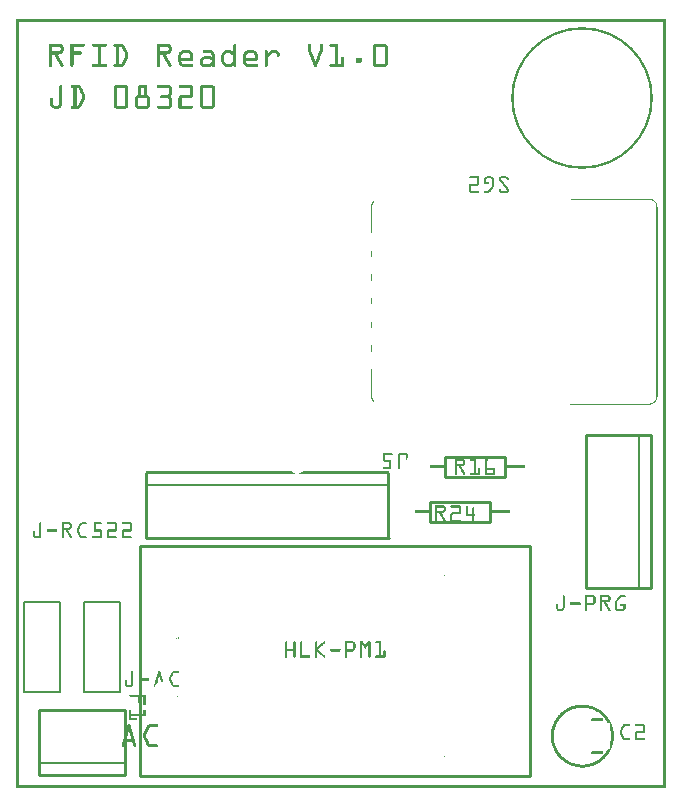
<source format=gto>
G04 MADE WITH FRITZING*
G04 WWW.FRITZING.ORG*
G04 DOUBLE SIDED*
G04 HOLES PLATED*
G04 CONTOUR ON CENTER OF CONTOUR VECTOR*
%ASAXBY*%
%FSLAX23Y23*%
%MOIN*%
%OFA0B0*%
%SFA1.0B1.0*%
%ADD10C,0.472566X0.456566*%
%ADD11R,1.311941X0.778933X1.289719X0.756711*%
%ADD12C,0.011111*%
%ADD13C,0.008000*%
%ADD14C,0.010000*%
%ADD15C,0.005000*%
%ADD16R,0.001000X0.001000*%
%LNSILK1*%
G90*
G70*
G54D10*
X1887Y2300D03*
G54D12*
X412Y809D02*
X1713Y809D01*
X1713Y41D01*
X412Y41D01*
X412Y809D01*
D02*
G54D13*
X27Y322D02*
X27Y622D01*
D02*
X27Y622D02*
X147Y622D01*
D02*
X147Y622D02*
X147Y322D01*
D02*
X147Y322D02*
X27Y322D01*
D02*
X347Y622D02*
X347Y322D01*
D02*
X347Y322D02*
X227Y322D01*
D02*
X227Y322D02*
X227Y622D01*
D02*
X227Y622D02*
X347Y622D01*
G54D14*
D02*
X1899Y1177D02*
X1899Y667D01*
D02*
X1899Y667D02*
X2115Y667D01*
D02*
X2115Y667D02*
X2115Y1177D01*
D02*
X2115Y1177D02*
X1899Y1177D01*
G54D15*
D02*
X2075Y667D02*
X2075Y1177D01*
G54D14*
D02*
X1578Y889D02*
X1378Y889D01*
D02*
X1378Y889D02*
X1378Y955D01*
D02*
X1378Y955D02*
X1578Y955D01*
D02*
X1578Y955D02*
X1578Y889D01*
D02*
X1628Y1039D02*
X1428Y1039D01*
D02*
X1428Y1039D02*
X1428Y1105D01*
D02*
X1428Y1105D02*
X1628Y1105D01*
D02*
X1628Y1105D02*
X1628Y1039D01*
D02*
X432Y834D02*
X1242Y834D01*
D02*
X432Y1050D02*
X432Y834D01*
G54D15*
D02*
X1242Y1010D02*
X432Y1010D01*
G54D14*
D02*
X361Y260D02*
X76Y260D01*
D02*
X76Y260D02*
X76Y44D01*
D02*
X76Y44D02*
X361Y44D01*
D02*
X361Y44D02*
X361Y260D01*
G54D15*
D02*
X76Y84D02*
X361Y84D01*
G54D16*
X0Y2562D02*
X2164Y2562D01*
X0Y2561D02*
X2164Y2561D01*
X0Y2560D02*
X2164Y2560D01*
X0Y2559D02*
X2164Y2559D01*
X0Y2558D02*
X2164Y2558D01*
X0Y2557D02*
X2164Y2557D01*
X0Y2556D02*
X2164Y2556D01*
X0Y2555D02*
X2164Y2555D01*
X0Y2554D02*
X7Y2554D01*
X2157Y2554D02*
X2164Y2554D01*
X0Y2553D02*
X7Y2553D01*
X2157Y2553D02*
X2164Y2553D01*
X0Y2552D02*
X7Y2552D01*
X2157Y2552D02*
X2164Y2552D01*
X0Y2551D02*
X7Y2551D01*
X2157Y2551D02*
X2164Y2551D01*
X0Y2550D02*
X7Y2550D01*
X2157Y2550D02*
X2164Y2550D01*
X0Y2549D02*
X7Y2549D01*
X2157Y2549D02*
X2164Y2549D01*
X0Y2548D02*
X7Y2548D01*
X2157Y2548D02*
X2164Y2548D01*
X0Y2547D02*
X7Y2547D01*
X2157Y2547D02*
X2164Y2547D01*
X0Y2546D02*
X7Y2546D01*
X2157Y2546D02*
X2164Y2546D01*
X0Y2545D02*
X7Y2545D01*
X2157Y2545D02*
X2164Y2545D01*
X0Y2544D02*
X7Y2544D01*
X2157Y2544D02*
X2164Y2544D01*
X0Y2543D02*
X7Y2543D01*
X2157Y2543D02*
X2164Y2543D01*
X0Y2542D02*
X7Y2542D01*
X2157Y2542D02*
X2164Y2542D01*
X0Y2541D02*
X7Y2541D01*
X2157Y2541D02*
X2164Y2541D01*
X0Y2540D02*
X7Y2540D01*
X2157Y2540D02*
X2164Y2540D01*
X0Y2539D02*
X7Y2539D01*
X2157Y2539D02*
X2164Y2539D01*
X0Y2538D02*
X7Y2538D01*
X2157Y2538D02*
X2164Y2538D01*
X0Y2537D02*
X7Y2537D01*
X2157Y2537D02*
X2164Y2537D01*
X0Y2536D02*
X7Y2536D01*
X2157Y2536D02*
X2164Y2536D01*
X0Y2535D02*
X7Y2535D01*
X2157Y2535D02*
X2164Y2535D01*
X0Y2534D02*
X7Y2534D01*
X2157Y2534D02*
X2164Y2534D01*
X0Y2533D02*
X7Y2533D01*
X2157Y2533D02*
X2164Y2533D01*
X0Y2532D02*
X7Y2532D01*
X2157Y2532D02*
X2164Y2532D01*
X0Y2531D02*
X7Y2531D01*
X2157Y2531D02*
X2164Y2531D01*
X0Y2530D02*
X7Y2530D01*
X2157Y2530D02*
X2164Y2530D01*
X0Y2529D02*
X7Y2529D01*
X2157Y2529D02*
X2164Y2529D01*
X0Y2528D02*
X7Y2528D01*
X2157Y2528D02*
X2164Y2528D01*
X0Y2527D02*
X7Y2527D01*
X2157Y2527D02*
X2164Y2527D01*
X0Y2526D02*
X7Y2526D01*
X2157Y2526D02*
X2164Y2526D01*
X0Y2525D02*
X7Y2525D01*
X2157Y2525D02*
X2164Y2525D01*
X0Y2524D02*
X7Y2524D01*
X2157Y2524D02*
X2164Y2524D01*
X0Y2523D02*
X7Y2523D01*
X2157Y2523D02*
X2164Y2523D01*
X0Y2522D02*
X7Y2522D01*
X2157Y2522D02*
X2164Y2522D01*
X0Y2521D02*
X7Y2521D01*
X2157Y2521D02*
X2164Y2521D01*
X0Y2520D02*
X7Y2520D01*
X2157Y2520D02*
X2164Y2520D01*
X0Y2519D02*
X7Y2519D01*
X2157Y2519D02*
X2164Y2519D01*
X0Y2518D02*
X7Y2518D01*
X2157Y2518D02*
X2164Y2518D01*
X0Y2517D02*
X7Y2517D01*
X2157Y2517D02*
X2164Y2517D01*
X0Y2516D02*
X7Y2516D01*
X2157Y2516D02*
X2164Y2516D01*
X0Y2515D02*
X7Y2515D01*
X2157Y2515D02*
X2164Y2515D01*
X0Y2514D02*
X7Y2514D01*
X2157Y2514D02*
X2164Y2514D01*
X0Y2513D02*
X7Y2513D01*
X2157Y2513D02*
X2164Y2513D01*
X0Y2512D02*
X7Y2512D01*
X2157Y2512D02*
X2164Y2512D01*
X0Y2511D02*
X7Y2511D01*
X2157Y2511D02*
X2164Y2511D01*
X0Y2510D02*
X7Y2510D01*
X2157Y2510D02*
X2164Y2510D01*
X0Y2509D02*
X7Y2509D01*
X2157Y2509D02*
X2164Y2509D01*
X0Y2508D02*
X7Y2508D01*
X2157Y2508D02*
X2164Y2508D01*
X0Y2507D02*
X7Y2507D01*
X2157Y2507D02*
X2164Y2507D01*
X0Y2506D02*
X7Y2506D01*
X2157Y2506D02*
X2164Y2506D01*
X0Y2505D02*
X7Y2505D01*
X2157Y2505D02*
X2164Y2505D01*
X0Y2504D02*
X7Y2504D01*
X2157Y2504D02*
X2164Y2504D01*
X0Y2503D02*
X7Y2503D01*
X2157Y2503D02*
X2164Y2503D01*
X0Y2502D02*
X7Y2502D01*
X2157Y2502D02*
X2164Y2502D01*
X0Y2501D02*
X7Y2501D01*
X2157Y2501D02*
X2164Y2501D01*
X0Y2500D02*
X7Y2500D01*
X2157Y2500D02*
X2164Y2500D01*
X0Y2499D02*
X7Y2499D01*
X2157Y2499D02*
X2164Y2499D01*
X0Y2498D02*
X7Y2498D01*
X2157Y2498D02*
X2164Y2498D01*
X0Y2497D02*
X7Y2497D01*
X2157Y2497D02*
X2164Y2497D01*
X0Y2496D02*
X7Y2496D01*
X2157Y2496D02*
X2164Y2496D01*
X0Y2495D02*
X7Y2495D01*
X2157Y2495D02*
X2164Y2495D01*
X0Y2494D02*
X7Y2494D01*
X2157Y2494D02*
X2164Y2494D01*
X0Y2493D02*
X7Y2493D01*
X2157Y2493D02*
X2164Y2493D01*
X0Y2492D02*
X7Y2492D01*
X2157Y2492D02*
X2164Y2492D01*
X0Y2491D02*
X7Y2491D01*
X2157Y2491D02*
X2164Y2491D01*
X0Y2490D02*
X7Y2490D01*
X2157Y2490D02*
X2164Y2490D01*
X0Y2489D02*
X7Y2489D01*
X2157Y2489D02*
X2164Y2489D01*
X0Y2488D02*
X7Y2488D01*
X2157Y2488D02*
X2164Y2488D01*
X0Y2487D02*
X7Y2487D01*
X2157Y2487D02*
X2164Y2487D01*
X0Y2486D02*
X7Y2486D01*
X2157Y2486D02*
X2164Y2486D01*
X0Y2485D02*
X7Y2485D01*
X2157Y2485D02*
X2164Y2485D01*
X0Y2484D02*
X7Y2484D01*
X2157Y2484D02*
X2164Y2484D01*
X0Y2483D02*
X7Y2483D01*
X2157Y2483D02*
X2164Y2483D01*
X0Y2482D02*
X7Y2482D01*
X2157Y2482D02*
X2164Y2482D01*
X0Y2481D02*
X7Y2481D01*
X108Y2481D02*
X146Y2481D01*
X180Y2481D02*
X226Y2481D01*
X255Y2481D02*
X298Y2481D01*
X327Y2481D02*
X351Y2481D01*
X468Y2481D02*
X506Y2481D01*
X727Y2481D02*
X730Y2481D01*
X975Y2481D02*
X979Y2481D01*
X1015Y2481D02*
X1018Y2481D01*
X1047Y2481D02*
X1073Y2481D01*
X1195Y2481D02*
X1230Y2481D01*
X2157Y2481D02*
X2164Y2481D01*
X0Y2480D02*
X7Y2480D01*
X108Y2480D02*
X149Y2480D01*
X180Y2480D02*
X228Y2480D01*
X254Y2480D02*
X300Y2480D01*
X326Y2480D02*
X354Y2480D01*
X468Y2480D02*
X509Y2480D01*
X725Y2480D02*
X732Y2480D01*
X974Y2480D02*
X980Y2480D01*
X1013Y2480D02*
X1020Y2480D01*
X1046Y2480D02*
X1073Y2480D01*
X1193Y2480D02*
X1232Y2480D01*
X2157Y2480D02*
X2164Y2480D01*
X0Y2479D02*
X7Y2479D01*
X108Y2479D02*
X150Y2479D01*
X180Y2479D02*
X228Y2479D01*
X253Y2479D02*
X300Y2479D01*
X325Y2479D02*
X355Y2479D01*
X468Y2479D02*
X510Y2479D01*
X725Y2479D02*
X732Y2479D01*
X973Y2479D02*
X981Y2479D01*
X1013Y2479D02*
X1020Y2479D01*
X1045Y2479D02*
X1073Y2479D01*
X1192Y2479D02*
X1233Y2479D01*
X2157Y2479D02*
X2164Y2479D01*
X0Y2478D02*
X7Y2478D01*
X108Y2478D02*
X152Y2478D01*
X180Y2478D02*
X229Y2478D01*
X253Y2478D02*
X301Y2478D01*
X325Y2478D02*
X356Y2478D01*
X468Y2478D02*
X512Y2478D01*
X724Y2478D02*
X733Y2478D01*
X973Y2478D02*
X981Y2478D01*
X1012Y2478D02*
X1021Y2478D01*
X1045Y2478D02*
X1073Y2478D01*
X1191Y2478D02*
X1234Y2478D01*
X2157Y2478D02*
X2164Y2478D01*
X0Y2477D02*
X7Y2477D01*
X108Y2477D02*
X153Y2477D01*
X180Y2477D02*
X229Y2477D01*
X252Y2477D02*
X301Y2477D01*
X324Y2477D02*
X358Y2477D01*
X468Y2477D02*
X513Y2477D01*
X724Y2477D02*
X733Y2477D01*
X972Y2477D02*
X981Y2477D01*
X1012Y2477D02*
X1021Y2477D01*
X1044Y2477D02*
X1073Y2477D01*
X1190Y2477D02*
X1235Y2477D01*
X2157Y2477D02*
X2164Y2477D01*
X0Y2476D02*
X7Y2476D01*
X108Y2476D02*
X154Y2476D01*
X180Y2476D02*
X229Y2476D01*
X252Y2476D02*
X301Y2476D01*
X324Y2476D02*
X359Y2476D01*
X468Y2476D02*
X514Y2476D01*
X724Y2476D02*
X733Y2476D01*
X972Y2476D02*
X981Y2476D01*
X1012Y2476D02*
X1021Y2476D01*
X1044Y2476D02*
X1073Y2476D01*
X1189Y2476D02*
X1236Y2476D01*
X2157Y2476D02*
X2164Y2476D01*
X0Y2475D02*
X7Y2475D01*
X108Y2475D02*
X154Y2475D01*
X180Y2475D02*
X229Y2475D01*
X253Y2475D02*
X301Y2475D01*
X325Y2475D02*
X359Y2475D01*
X468Y2475D02*
X514Y2475D01*
X724Y2475D02*
X733Y2475D01*
X972Y2475D02*
X981Y2475D01*
X1012Y2475D02*
X1021Y2475D01*
X1045Y2475D02*
X1073Y2475D01*
X1189Y2475D02*
X1236Y2475D01*
X2157Y2475D02*
X2164Y2475D01*
X0Y2474D02*
X7Y2474D01*
X108Y2474D02*
X155Y2474D01*
X180Y2474D02*
X228Y2474D01*
X253Y2474D02*
X300Y2474D01*
X325Y2474D02*
X360Y2474D01*
X468Y2474D02*
X515Y2474D01*
X724Y2474D02*
X733Y2474D01*
X972Y2474D02*
X981Y2474D01*
X1012Y2474D02*
X1021Y2474D01*
X1045Y2474D02*
X1073Y2474D01*
X1189Y2474D02*
X1237Y2474D01*
X2157Y2474D02*
X2164Y2474D01*
X0Y2473D02*
X7Y2473D01*
X108Y2473D02*
X156Y2473D01*
X180Y2473D02*
X228Y2473D01*
X254Y2473D02*
X300Y2473D01*
X326Y2473D02*
X361Y2473D01*
X468Y2473D02*
X516Y2473D01*
X724Y2473D02*
X733Y2473D01*
X972Y2473D02*
X981Y2473D01*
X1012Y2473D02*
X1021Y2473D01*
X1046Y2473D02*
X1073Y2473D01*
X1188Y2473D02*
X1237Y2473D01*
X2157Y2473D02*
X2164Y2473D01*
X0Y2472D02*
X7Y2472D01*
X108Y2472D02*
X156Y2472D01*
X180Y2472D02*
X226Y2472D01*
X255Y2472D02*
X298Y2472D01*
X327Y2472D02*
X361Y2472D01*
X468Y2472D02*
X516Y2472D01*
X724Y2472D02*
X733Y2472D01*
X972Y2472D02*
X981Y2472D01*
X1012Y2472D02*
X1021Y2472D01*
X1047Y2472D02*
X1073Y2472D01*
X1188Y2472D02*
X1237Y2472D01*
X2157Y2472D02*
X2164Y2472D01*
X0Y2471D02*
X7Y2471D01*
X108Y2471D02*
X118Y2471D01*
X145Y2471D02*
X156Y2471D01*
X180Y2471D02*
X190Y2471D01*
X272Y2471D02*
X281Y2471D01*
X334Y2471D02*
X343Y2471D01*
X350Y2471D02*
X362Y2471D01*
X468Y2471D02*
X477Y2471D01*
X505Y2471D02*
X516Y2471D01*
X724Y2471D02*
X733Y2471D01*
X972Y2471D02*
X981Y2471D01*
X1012Y2471D02*
X1021Y2471D01*
X1064Y2471D02*
X1073Y2471D01*
X1188Y2471D02*
X1197Y2471D01*
X1228Y2471D02*
X1237Y2471D01*
X2157Y2471D02*
X2164Y2471D01*
X0Y2470D02*
X7Y2470D01*
X108Y2470D02*
X118Y2470D01*
X146Y2470D02*
X157Y2470D01*
X180Y2470D02*
X190Y2470D01*
X272Y2470D02*
X281Y2470D01*
X334Y2470D02*
X343Y2470D01*
X351Y2470D02*
X362Y2470D01*
X468Y2470D02*
X477Y2470D01*
X506Y2470D02*
X517Y2470D01*
X724Y2470D02*
X733Y2470D01*
X972Y2470D02*
X981Y2470D01*
X1012Y2470D02*
X1021Y2470D01*
X1064Y2470D02*
X1073Y2470D01*
X1188Y2470D02*
X1197Y2470D01*
X1228Y2470D02*
X1237Y2470D01*
X2157Y2470D02*
X2164Y2470D01*
X0Y2469D02*
X7Y2469D01*
X108Y2469D02*
X118Y2469D01*
X147Y2469D02*
X157Y2469D01*
X180Y2469D02*
X190Y2469D01*
X272Y2469D02*
X281Y2469D01*
X334Y2469D02*
X343Y2469D01*
X352Y2469D02*
X363Y2469D01*
X468Y2469D02*
X477Y2469D01*
X507Y2469D02*
X517Y2469D01*
X724Y2469D02*
X733Y2469D01*
X972Y2469D02*
X981Y2469D01*
X1012Y2469D02*
X1021Y2469D01*
X1064Y2469D02*
X1073Y2469D01*
X1188Y2469D02*
X1197Y2469D01*
X1228Y2469D02*
X1237Y2469D01*
X2157Y2469D02*
X2164Y2469D01*
X0Y2468D02*
X7Y2468D01*
X108Y2468D02*
X118Y2468D01*
X148Y2468D02*
X157Y2468D01*
X180Y2468D02*
X190Y2468D01*
X272Y2468D02*
X281Y2468D01*
X334Y2468D02*
X343Y2468D01*
X353Y2468D02*
X363Y2468D01*
X468Y2468D02*
X477Y2468D01*
X508Y2468D02*
X517Y2468D01*
X724Y2468D02*
X733Y2468D01*
X972Y2468D02*
X981Y2468D01*
X1012Y2468D02*
X1021Y2468D01*
X1064Y2468D02*
X1073Y2468D01*
X1188Y2468D02*
X1197Y2468D01*
X1228Y2468D02*
X1237Y2468D01*
X2157Y2468D02*
X2164Y2468D01*
X0Y2467D02*
X7Y2467D01*
X108Y2467D02*
X118Y2467D01*
X148Y2467D02*
X157Y2467D01*
X180Y2467D02*
X190Y2467D01*
X272Y2467D02*
X281Y2467D01*
X334Y2467D02*
X343Y2467D01*
X353Y2467D02*
X364Y2467D01*
X468Y2467D02*
X477Y2467D01*
X508Y2467D02*
X517Y2467D01*
X724Y2467D02*
X733Y2467D01*
X972Y2467D02*
X981Y2467D01*
X1012Y2467D02*
X1021Y2467D01*
X1064Y2467D02*
X1073Y2467D01*
X1188Y2467D02*
X1197Y2467D01*
X1228Y2467D02*
X1237Y2467D01*
X2157Y2467D02*
X2164Y2467D01*
X0Y2466D02*
X7Y2466D01*
X108Y2466D02*
X118Y2466D01*
X148Y2466D02*
X157Y2466D01*
X180Y2466D02*
X190Y2466D01*
X272Y2466D02*
X281Y2466D01*
X334Y2466D02*
X343Y2466D01*
X354Y2466D02*
X364Y2466D01*
X468Y2466D02*
X477Y2466D01*
X508Y2466D02*
X517Y2466D01*
X724Y2466D02*
X733Y2466D01*
X972Y2466D02*
X981Y2466D01*
X1012Y2466D02*
X1021Y2466D01*
X1064Y2466D02*
X1073Y2466D01*
X1188Y2466D02*
X1197Y2466D01*
X1228Y2466D02*
X1237Y2466D01*
X2157Y2466D02*
X2164Y2466D01*
X0Y2465D02*
X7Y2465D01*
X108Y2465D02*
X118Y2465D01*
X148Y2465D02*
X157Y2465D01*
X180Y2465D02*
X190Y2465D01*
X272Y2465D02*
X281Y2465D01*
X334Y2465D02*
X343Y2465D01*
X354Y2465D02*
X365Y2465D01*
X468Y2465D02*
X477Y2465D01*
X508Y2465D02*
X517Y2465D01*
X724Y2465D02*
X733Y2465D01*
X972Y2465D02*
X981Y2465D01*
X1012Y2465D02*
X1021Y2465D01*
X1064Y2465D02*
X1073Y2465D01*
X1188Y2465D02*
X1197Y2465D01*
X1228Y2465D02*
X1237Y2465D01*
X2157Y2465D02*
X2164Y2465D01*
X0Y2464D02*
X7Y2464D01*
X108Y2464D02*
X118Y2464D01*
X148Y2464D02*
X157Y2464D01*
X180Y2464D02*
X190Y2464D01*
X272Y2464D02*
X281Y2464D01*
X334Y2464D02*
X343Y2464D01*
X355Y2464D02*
X365Y2464D01*
X468Y2464D02*
X477Y2464D01*
X508Y2464D02*
X517Y2464D01*
X724Y2464D02*
X733Y2464D01*
X972Y2464D02*
X981Y2464D01*
X1012Y2464D02*
X1021Y2464D01*
X1064Y2464D02*
X1073Y2464D01*
X1188Y2464D02*
X1197Y2464D01*
X1228Y2464D02*
X1237Y2464D01*
X2157Y2464D02*
X2164Y2464D01*
X0Y2463D02*
X7Y2463D01*
X108Y2463D02*
X118Y2463D01*
X148Y2463D02*
X157Y2463D01*
X180Y2463D02*
X190Y2463D01*
X272Y2463D02*
X281Y2463D01*
X334Y2463D02*
X343Y2463D01*
X355Y2463D02*
X366Y2463D01*
X468Y2463D02*
X477Y2463D01*
X508Y2463D02*
X517Y2463D01*
X724Y2463D02*
X733Y2463D01*
X972Y2463D02*
X981Y2463D01*
X1012Y2463D02*
X1021Y2463D01*
X1064Y2463D02*
X1073Y2463D01*
X1188Y2463D02*
X1197Y2463D01*
X1228Y2463D02*
X1237Y2463D01*
X2157Y2463D02*
X2164Y2463D01*
X0Y2462D02*
X7Y2462D01*
X108Y2462D02*
X118Y2462D01*
X148Y2462D02*
X157Y2462D01*
X180Y2462D02*
X190Y2462D01*
X272Y2462D02*
X281Y2462D01*
X334Y2462D02*
X343Y2462D01*
X356Y2462D02*
X366Y2462D01*
X468Y2462D02*
X477Y2462D01*
X508Y2462D02*
X517Y2462D01*
X724Y2462D02*
X733Y2462D01*
X972Y2462D02*
X981Y2462D01*
X1012Y2462D02*
X1021Y2462D01*
X1064Y2462D02*
X1073Y2462D01*
X1188Y2462D02*
X1197Y2462D01*
X1228Y2462D02*
X1237Y2462D01*
X2157Y2462D02*
X2164Y2462D01*
X0Y2461D02*
X7Y2461D01*
X108Y2461D02*
X118Y2461D01*
X148Y2461D02*
X157Y2461D01*
X180Y2461D02*
X190Y2461D01*
X272Y2461D02*
X281Y2461D01*
X334Y2461D02*
X343Y2461D01*
X356Y2461D02*
X367Y2461D01*
X468Y2461D02*
X477Y2461D01*
X508Y2461D02*
X517Y2461D01*
X724Y2461D02*
X733Y2461D01*
X972Y2461D02*
X981Y2461D01*
X1012Y2461D02*
X1021Y2461D01*
X1064Y2461D02*
X1073Y2461D01*
X1188Y2461D02*
X1197Y2461D01*
X1228Y2461D02*
X1237Y2461D01*
X2157Y2461D02*
X2164Y2461D01*
X0Y2460D02*
X7Y2460D01*
X108Y2460D02*
X118Y2460D01*
X148Y2460D02*
X157Y2460D01*
X180Y2460D02*
X190Y2460D01*
X272Y2460D02*
X281Y2460D01*
X334Y2460D02*
X343Y2460D01*
X357Y2460D02*
X367Y2460D01*
X468Y2460D02*
X477Y2460D01*
X508Y2460D02*
X517Y2460D01*
X556Y2460D02*
X574Y2460D01*
X625Y2460D02*
X648Y2460D01*
X700Y2460D02*
X713Y2460D01*
X724Y2460D02*
X733Y2460D01*
X772Y2460D02*
X790Y2460D01*
X831Y2460D02*
X834Y2460D01*
X851Y2460D02*
X865Y2460D01*
X972Y2460D02*
X982Y2460D01*
X1012Y2460D02*
X1021Y2460D01*
X1064Y2460D02*
X1073Y2460D01*
X1188Y2460D02*
X1197Y2460D01*
X1228Y2460D02*
X1237Y2460D01*
X2157Y2460D02*
X2164Y2460D01*
X0Y2459D02*
X7Y2459D01*
X108Y2459D02*
X118Y2459D01*
X147Y2459D02*
X157Y2459D01*
X180Y2459D02*
X190Y2459D01*
X272Y2459D02*
X281Y2459D01*
X334Y2459D02*
X343Y2459D01*
X357Y2459D02*
X368Y2459D01*
X468Y2459D02*
X477Y2459D01*
X507Y2459D02*
X517Y2459D01*
X553Y2459D02*
X577Y2459D01*
X624Y2459D02*
X651Y2459D01*
X697Y2459D02*
X716Y2459D01*
X724Y2459D02*
X733Y2459D01*
X769Y2459D02*
X793Y2459D01*
X830Y2459D02*
X836Y2459D01*
X850Y2459D02*
X868Y2459D01*
X972Y2459D02*
X982Y2459D01*
X1011Y2459D02*
X1021Y2459D01*
X1064Y2459D02*
X1073Y2459D01*
X1188Y2459D02*
X1197Y2459D01*
X1228Y2459D02*
X1237Y2459D01*
X2157Y2459D02*
X2164Y2459D01*
X0Y2458D02*
X7Y2458D01*
X108Y2458D02*
X118Y2458D01*
X147Y2458D02*
X157Y2458D01*
X180Y2458D02*
X190Y2458D01*
X272Y2458D02*
X281Y2458D01*
X334Y2458D02*
X343Y2458D01*
X358Y2458D02*
X368Y2458D01*
X468Y2458D02*
X477Y2458D01*
X507Y2458D02*
X517Y2458D01*
X551Y2458D02*
X579Y2458D01*
X623Y2458D02*
X653Y2458D01*
X695Y2458D02*
X717Y2458D01*
X724Y2458D02*
X733Y2458D01*
X767Y2458D02*
X795Y2458D01*
X829Y2458D02*
X837Y2458D01*
X848Y2458D02*
X870Y2458D01*
X972Y2458D02*
X982Y2458D01*
X1011Y2458D02*
X1021Y2458D01*
X1064Y2458D02*
X1073Y2458D01*
X1188Y2458D02*
X1197Y2458D01*
X1228Y2458D02*
X1237Y2458D01*
X2157Y2458D02*
X2164Y2458D01*
X0Y2457D02*
X7Y2457D01*
X108Y2457D02*
X118Y2457D01*
X146Y2457D02*
X157Y2457D01*
X180Y2457D02*
X190Y2457D01*
X272Y2457D02*
X281Y2457D01*
X334Y2457D02*
X343Y2457D01*
X358Y2457D02*
X369Y2457D01*
X468Y2457D02*
X477Y2457D01*
X506Y2457D02*
X516Y2457D01*
X550Y2457D02*
X580Y2457D01*
X623Y2457D02*
X654Y2457D01*
X693Y2457D02*
X719Y2457D01*
X724Y2457D02*
X733Y2457D01*
X765Y2457D02*
X796Y2457D01*
X829Y2457D02*
X837Y2457D01*
X847Y2457D02*
X871Y2457D01*
X973Y2457D02*
X983Y2457D01*
X1011Y2457D02*
X1020Y2457D01*
X1064Y2457D02*
X1073Y2457D01*
X1188Y2457D02*
X1197Y2457D01*
X1228Y2457D02*
X1237Y2457D01*
X2157Y2457D02*
X2164Y2457D01*
X0Y2456D02*
X7Y2456D01*
X108Y2456D02*
X156Y2456D01*
X180Y2456D02*
X215Y2456D01*
X272Y2456D02*
X281Y2456D01*
X334Y2456D02*
X343Y2456D01*
X359Y2456D02*
X369Y2456D01*
X468Y2456D02*
X516Y2456D01*
X548Y2456D02*
X581Y2456D01*
X622Y2456D02*
X655Y2456D01*
X692Y2456D02*
X720Y2456D01*
X724Y2456D02*
X733Y2456D01*
X764Y2456D02*
X797Y2456D01*
X828Y2456D02*
X837Y2456D01*
X846Y2456D02*
X873Y2456D01*
X973Y2456D02*
X983Y2456D01*
X1010Y2456D02*
X1020Y2456D01*
X1064Y2456D02*
X1073Y2456D01*
X1188Y2456D02*
X1197Y2456D01*
X1228Y2456D02*
X1237Y2456D01*
X2157Y2456D02*
X2164Y2456D01*
X0Y2455D02*
X7Y2455D01*
X108Y2455D02*
X156Y2455D01*
X180Y2455D02*
X217Y2455D01*
X272Y2455D02*
X281Y2455D01*
X334Y2455D02*
X343Y2455D01*
X359Y2455D02*
X370Y2455D01*
X468Y2455D02*
X516Y2455D01*
X547Y2455D02*
X582Y2455D01*
X622Y2455D02*
X656Y2455D01*
X691Y2455D02*
X721Y2455D01*
X724Y2455D02*
X733Y2455D01*
X763Y2455D02*
X798Y2455D01*
X828Y2455D02*
X837Y2455D01*
X845Y2455D02*
X873Y2455D01*
X974Y2455D02*
X984Y2455D01*
X1010Y2455D02*
X1020Y2455D01*
X1064Y2455D02*
X1073Y2455D01*
X1188Y2455D02*
X1197Y2455D01*
X1228Y2455D02*
X1237Y2455D01*
X2157Y2455D02*
X2164Y2455D01*
X0Y2454D02*
X7Y2454D01*
X108Y2454D02*
X155Y2454D01*
X180Y2454D02*
X218Y2454D01*
X272Y2454D02*
X281Y2454D01*
X334Y2454D02*
X343Y2454D01*
X360Y2454D02*
X370Y2454D01*
X468Y2454D02*
X515Y2454D01*
X546Y2454D02*
X584Y2454D01*
X622Y2454D02*
X657Y2454D01*
X690Y2454D02*
X722Y2454D01*
X724Y2454D02*
X733Y2454D01*
X762Y2454D02*
X799Y2454D01*
X828Y2454D02*
X837Y2454D01*
X844Y2454D02*
X874Y2454D01*
X974Y2454D02*
X984Y2454D01*
X1009Y2454D02*
X1019Y2454D01*
X1064Y2454D02*
X1073Y2454D01*
X1188Y2454D02*
X1197Y2454D01*
X1228Y2454D02*
X1237Y2454D01*
X2157Y2454D02*
X2164Y2454D01*
X0Y2453D02*
X7Y2453D01*
X108Y2453D02*
X155Y2453D01*
X180Y2453D02*
X219Y2453D01*
X272Y2453D02*
X281Y2453D01*
X334Y2453D02*
X343Y2453D01*
X360Y2453D02*
X371Y2453D01*
X468Y2453D02*
X515Y2453D01*
X545Y2453D02*
X585Y2453D01*
X623Y2453D02*
X658Y2453D01*
X689Y2453D02*
X733Y2453D01*
X761Y2453D02*
X800Y2453D01*
X828Y2453D02*
X837Y2453D01*
X843Y2453D02*
X875Y2453D01*
X974Y2453D02*
X984Y2453D01*
X1009Y2453D02*
X1019Y2453D01*
X1064Y2453D02*
X1073Y2453D01*
X1188Y2453D02*
X1197Y2453D01*
X1228Y2453D02*
X1237Y2453D01*
X2157Y2453D02*
X2164Y2453D01*
X0Y2452D02*
X7Y2452D01*
X108Y2452D02*
X154Y2452D01*
X180Y2452D02*
X219Y2452D01*
X272Y2452D02*
X281Y2452D01*
X334Y2452D02*
X343Y2452D01*
X361Y2452D02*
X371Y2452D01*
X468Y2452D02*
X514Y2452D01*
X544Y2452D02*
X585Y2452D01*
X624Y2452D02*
X658Y2452D01*
X688Y2452D02*
X733Y2452D01*
X760Y2452D02*
X801Y2452D01*
X828Y2452D02*
X837Y2452D01*
X841Y2452D02*
X875Y2452D01*
X975Y2452D02*
X985Y2452D01*
X1009Y2452D02*
X1018Y2452D01*
X1064Y2452D02*
X1073Y2452D01*
X1188Y2452D02*
X1197Y2452D01*
X1228Y2452D02*
X1237Y2452D01*
X2157Y2452D02*
X2164Y2452D01*
X0Y2451D02*
X7Y2451D01*
X108Y2451D02*
X153Y2451D01*
X180Y2451D02*
X219Y2451D01*
X272Y2451D02*
X281Y2451D01*
X334Y2451D02*
X343Y2451D01*
X361Y2451D02*
X371Y2451D01*
X468Y2451D02*
X513Y2451D01*
X543Y2451D02*
X586Y2451D01*
X625Y2451D02*
X659Y2451D01*
X687Y2451D02*
X733Y2451D01*
X759Y2451D02*
X802Y2451D01*
X828Y2451D02*
X837Y2451D01*
X840Y2451D02*
X876Y2451D01*
X975Y2451D02*
X985Y2451D01*
X1008Y2451D02*
X1018Y2451D01*
X1064Y2451D02*
X1073Y2451D01*
X1188Y2451D02*
X1197Y2451D01*
X1228Y2451D02*
X1237Y2451D01*
X2157Y2451D02*
X2164Y2451D01*
X0Y2450D02*
X7Y2450D01*
X108Y2450D02*
X152Y2450D01*
X180Y2450D02*
X219Y2450D01*
X272Y2450D02*
X281Y2450D01*
X334Y2450D02*
X343Y2450D01*
X362Y2450D02*
X372Y2450D01*
X468Y2450D02*
X512Y2450D01*
X543Y2450D02*
X556Y2450D01*
X573Y2450D02*
X587Y2450D01*
X648Y2450D02*
X659Y2450D01*
X686Y2450D02*
X700Y2450D01*
X712Y2450D02*
X733Y2450D01*
X759Y2450D02*
X772Y2450D01*
X789Y2450D02*
X803Y2450D01*
X828Y2450D02*
X837Y2450D01*
X839Y2450D02*
X854Y2450D01*
X865Y2450D02*
X876Y2450D01*
X976Y2450D02*
X985Y2450D01*
X1008Y2450D02*
X1018Y2450D01*
X1064Y2450D02*
X1073Y2450D01*
X1188Y2450D02*
X1197Y2450D01*
X1228Y2450D02*
X1237Y2450D01*
X2157Y2450D02*
X2164Y2450D01*
X0Y2449D02*
X7Y2449D01*
X108Y2449D02*
X151Y2449D01*
X180Y2449D02*
X219Y2449D01*
X272Y2449D02*
X281Y2449D01*
X334Y2449D02*
X343Y2449D01*
X362Y2449D02*
X372Y2449D01*
X468Y2449D02*
X511Y2449D01*
X542Y2449D02*
X555Y2449D01*
X575Y2449D02*
X588Y2449D01*
X649Y2449D02*
X659Y2449D01*
X686Y2449D02*
X699Y2449D01*
X714Y2449D02*
X733Y2449D01*
X758Y2449D02*
X771Y2449D01*
X791Y2449D02*
X803Y2449D01*
X828Y2449D02*
X852Y2449D01*
X866Y2449D02*
X877Y2449D01*
X976Y2449D02*
X986Y2449D01*
X1007Y2449D02*
X1017Y2449D01*
X1064Y2449D02*
X1073Y2449D01*
X1188Y2449D02*
X1197Y2449D01*
X1228Y2449D02*
X1237Y2449D01*
X2157Y2449D02*
X2164Y2449D01*
X0Y2448D02*
X7Y2448D01*
X108Y2448D02*
X149Y2448D01*
X180Y2448D02*
X218Y2448D01*
X272Y2448D02*
X281Y2448D01*
X334Y2448D02*
X343Y2448D01*
X363Y2448D02*
X372Y2448D01*
X468Y2448D02*
X509Y2448D01*
X542Y2448D02*
X553Y2448D01*
X576Y2448D02*
X588Y2448D01*
X650Y2448D02*
X660Y2448D01*
X685Y2448D02*
X697Y2448D01*
X715Y2448D02*
X733Y2448D01*
X758Y2448D02*
X769Y2448D01*
X792Y2448D02*
X804Y2448D01*
X828Y2448D02*
X851Y2448D01*
X867Y2448D02*
X877Y2448D01*
X976Y2448D02*
X986Y2448D01*
X1007Y2448D02*
X1017Y2448D01*
X1064Y2448D02*
X1073Y2448D01*
X1188Y2448D02*
X1197Y2448D01*
X1228Y2448D02*
X1237Y2448D01*
X2157Y2448D02*
X2164Y2448D01*
X0Y2447D02*
X7Y2447D01*
X108Y2447D02*
X147Y2447D01*
X180Y2447D02*
X217Y2447D01*
X272Y2447D02*
X281Y2447D01*
X334Y2447D02*
X343Y2447D01*
X363Y2447D02*
X373Y2447D01*
X468Y2447D02*
X507Y2447D01*
X541Y2447D02*
X552Y2447D01*
X578Y2447D02*
X588Y2447D01*
X650Y2447D02*
X660Y2447D01*
X685Y2447D02*
X696Y2447D01*
X716Y2447D02*
X733Y2447D01*
X757Y2447D02*
X768Y2447D01*
X794Y2447D02*
X804Y2447D01*
X828Y2447D02*
X850Y2447D01*
X868Y2447D02*
X877Y2447D01*
X977Y2447D02*
X987Y2447D01*
X1007Y2447D02*
X1017Y2447D01*
X1064Y2447D02*
X1073Y2447D01*
X1188Y2447D02*
X1197Y2447D01*
X1228Y2447D02*
X1237Y2447D01*
X2157Y2447D02*
X2164Y2447D01*
X0Y2446D02*
X7Y2446D01*
X108Y2446D02*
X142Y2446D01*
X180Y2446D02*
X214Y2446D01*
X272Y2446D02*
X281Y2446D01*
X334Y2446D02*
X343Y2446D01*
X364Y2446D02*
X373Y2446D01*
X468Y2446D02*
X502Y2446D01*
X541Y2446D02*
X551Y2446D01*
X579Y2446D02*
X589Y2446D01*
X650Y2446D02*
X660Y2446D01*
X685Y2446D02*
X695Y2446D01*
X717Y2446D02*
X733Y2446D01*
X757Y2446D02*
X767Y2446D01*
X794Y2446D02*
X805Y2446D01*
X828Y2446D02*
X849Y2446D01*
X868Y2446D02*
X877Y2446D01*
X977Y2446D02*
X987Y2446D01*
X1006Y2446D02*
X1016Y2446D01*
X1064Y2446D02*
X1073Y2446D01*
X1188Y2446D02*
X1197Y2446D01*
X1228Y2446D02*
X1237Y2446D01*
X2157Y2446D02*
X2164Y2446D01*
X0Y2445D02*
X7Y2445D01*
X108Y2445D02*
X118Y2445D01*
X126Y2445D02*
X137Y2445D01*
X180Y2445D02*
X190Y2445D01*
X272Y2445D02*
X281Y2445D01*
X334Y2445D02*
X343Y2445D01*
X364Y2445D02*
X373Y2445D01*
X468Y2445D02*
X477Y2445D01*
X486Y2445D02*
X497Y2445D01*
X541Y2445D02*
X550Y2445D01*
X579Y2445D02*
X589Y2445D01*
X651Y2445D02*
X660Y2445D01*
X685Y2445D02*
X694Y2445D01*
X718Y2445D02*
X733Y2445D01*
X757Y2445D02*
X766Y2445D01*
X795Y2445D02*
X805Y2445D01*
X828Y2445D02*
X848Y2445D01*
X868Y2445D02*
X877Y2445D01*
X978Y2445D02*
X987Y2445D01*
X1006Y2445D02*
X1016Y2445D01*
X1064Y2445D02*
X1073Y2445D01*
X1188Y2445D02*
X1197Y2445D01*
X1228Y2445D02*
X1237Y2445D01*
X2157Y2445D02*
X2164Y2445D01*
X0Y2444D02*
X7Y2444D01*
X108Y2444D02*
X118Y2444D01*
X127Y2444D02*
X137Y2444D01*
X180Y2444D02*
X190Y2444D01*
X272Y2444D02*
X281Y2444D01*
X334Y2444D02*
X343Y2444D01*
X364Y2444D02*
X373Y2444D01*
X468Y2444D02*
X477Y2444D01*
X487Y2444D02*
X497Y2444D01*
X541Y2444D02*
X550Y2444D01*
X580Y2444D02*
X589Y2444D01*
X651Y2444D02*
X660Y2444D01*
X684Y2444D02*
X694Y2444D01*
X720Y2444D02*
X733Y2444D01*
X756Y2444D02*
X766Y2444D01*
X796Y2444D02*
X805Y2444D01*
X828Y2444D02*
X847Y2444D01*
X868Y2444D02*
X877Y2444D01*
X978Y2444D02*
X988Y2444D01*
X1006Y2444D02*
X1015Y2444D01*
X1064Y2444D02*
X1073Y2444D01*
X1188Y2444D02*
X1197Y2444D01*
X1228Y2444D02*
X1237Y2444D01*
X2157Y2444D02*
X2164Y2444D01*
X0Y2443D02*
X7Y2443D01*
X108Y2443D02*
X118Y2443D01*
X127Y2443D02*
X138Y2443D01*
X180Y2443D02*
X190Y2443D01*
X272Y2443D02*
X281Y2443D01*
X334Y2443D02*
X343Y2443D01*
X364Y2443D02*
X373Y2443D01*
X468Y2443D02*
X477Y2443D01*
X487Y2443D02*
X498Y2443D01*
X540Y2443D02*
X550Y2443D01*
X580Y2443D02*
X589Y2443D01*
X651Y2443D02*
X660Y2443D01*
X684Y2443D02*
X693Y2443D01*
X721Y2443D02*
X733Y2443D01*
X756Y2443D02*
X765Y2443D01*
X796Y2443D02*
X805Y2443D01*
X828Y2443D02*
X846Y2443D01*
X868Y2443D02*
X877Y2443D01*
X978Y2443D02*
X988Y2443D01*
X1005Y2443D02*
X1015Y2443D01*
X1064Y2443D02*
X1073Y2443D01*
X1188Y2443D02*
X1197Y2443D01*
X1228Y2443D02*
X1237Y2443D01*
X2157Y2443D02*
X2164Y2443D01*
X0Y2442D02*
X7Y2442D01*
X108Y2442D02*
X118Y2442D01*
X128Y2442D02*
X139Y2442D01*
X180Y2442D02*
X190Y2442D01*
X272Y2442D02*
X281Y2442D01*
X334Y2442D02*
X343Y2442D01*
X364Y2442D02*
X373Y2442D01*
X468Y2442D02*
X477Y2442D01*
X488Y2442D02*
X498Y2442D01*
X540Y2442D02*
X549Y2442D01*
X580Y2442D02*
X589Y2442D01*
X651Y2442D02*
X660Y2442D01*
X684Y2442D02*
X693Y2442D01*
X722Y2442D02*
X733Y2442D01*
X756Y2442D02*
X765Y2442D01*
X796Y2442D02*
X805Y2442D01*
X828Y2442D02*
X844Y2442D01*
X868Y2442D02*
X877Y2442D01*
X979Y2442D02*
X989Y2442D01*
X1005Y2442D02*
X1015Y2442D01*
X1064Y2442D02*
X1073Y2442D01*
X1188Y2442D02*
X1197Y2442D01*
X1228Y2442D02*
X1237Y2442D01*
X2157Y2442D02*
X2164Y2442D01*
X0Y2441D02*
X7Y2441D01*
X108Y2441D02*
X118Y2441D01*
X128Y2441D02*
X139Y2441D01*
X180Y2441D02*
X190Y2441D01*
X272Y2441D02*
X281Y2441D01*
X334Y2441D02*
X343Y2441D01*
X364Y2441D02*
X373Y2441D01*
X468Y2441D02*
X477Y2441D01*
X488Y2441D02*
X499Y2441D01*
X540Y2441D02*
X549Y2441D01*
X580Y2441D02*
X589Y2441D01*
X651Y2441D02*
X660Y2441D01*
X684Y2441D02*
X693Y2441D01*
X723Y2441D02*
X733Y2441D01*
X756Y2441D02*
X765Y2441D01*
X796Y2441D02*
X805Y2441D01*
X828Y2441D02*
X843Y2441D01*
X868Y2441D02*
X877Y2441D01*
X979Y2441D02*
X989Y2441D01*
X1004Y2441D02*
X1014Y2441D01*
X1064Y2441D02*
X1073Y2441D01*
X1188Y2441D02*
X1197Y2441D01*
X1228Y2441D02*
X1237Y2441D01*
X2157Y2441D02*
X2164Y2441D01*
X0Y2440D02*
X7Y2440D01*
X108Y2440D02*
X118Y2440D01*
X129Y2440D02*
X140Y2440D01*
X180Y2440D02*
X190Y2440D01*
X272Y2440D02*
X281Y2440D01*
X334Y2440D02*
X343Y2440D01*
X364Y2440D02*
X373Y2440D01*
X468Y2440D02*
X477Y2440D01*
X489Y2440D02*
X500Y2440D01*
X540Y2440D02*
X549Y2440D01*
X580Y2440D02*
X589Y2440D01*
X651Y2440D02*
X660Y2440D01*
X684Y2440D02*
X693Y2440D01*
X723Y2440D02*
X733Y2440D01*
X756Y2440D02*
X765Y2440D01*
X796Y2440D02*
X805Y2440D01*
X828Y2440D02*
X842Y2440D01*
X869Y2440D02*
X876Y2440D01*
X979Y2440D02*
X989Y2440D01*
X1004Y2440D02*
X1014Y2440D01*
X1064Y2440D02*
X1073Y2440D01*
X1188Y2440D02*
X1197Y2440D01*
X1228Y2440D02*
X1237Y2440D01*
X2157Y2440D02*
X2164Y2440D01*
X0Y2439D02*
X7Y2439D01*
X108Y2439D02*
X118Y2439D01*
X129Y2439D02*
X140Y2439D01*
X180Y2439D02*
X190Y2439D01*
X272Y2439D02*
X281Y2439D01*
X334Y2439D02*
X343Y2439D01*
X363Y2439D02*
X373Y2439D01*
X468Y2439D02*
X477Y2439D01*
X489Y2439D02*
X500Y2439D01*
X540Y2439D02*
X549Y2439D01*
X580Y2439D02*
X589Y2439D01*
X625Y2439D02*
X648Y2439D01*
X651Y2439D02*
X660Y2439D01*
X684Y2439D02*
X693Y2439D01*
X724Y2439D02*
X733Y2439D01*
X756Y2439D02*
X765Y2439D01*
X796Y2439D02*
X805Y2439D01*
X828Y2439D02*
X841Y2439D01*
X870Y2439D02*
X875Y2439D01*
X980Y2439D02*
X990Y2439D01*
X1004Y2439D02*
X1013Y2439D01*
X1064Y2439D02*
X1073Y2439D01*
X1088Y2439D02*
X1089Y2439D01*
X1188Y2439D02*
X1197Y2439D01*
X1228Y2439D02*
X1237Y2439D01*
X2157Y2439D02*
X2164Y2439D01*
X0Y2438D02*
X7Y2438D01*
X108Y2438D02*
X118Y2438D01*
X130Y2438D02*
X141Y2438D01*
X180Y2438D02*
X190Y2438D01*
X272Y2438D02*
X281Y2438D01*
X334Y2438D02*
X343Y2438D01*
X363Y2438D02*
X373Y2438D01*
X468Y2438D02*
X477Y2438D01*
X490Y2438D02*
X501Y2438D01*
X540Y2438D02*
X549Y2438D01*
X580Y2438D02*
X589Y2438D01*
X621Y2438D02*
X660Y2438D01*
X684Y2438D02*
X693Y2438D01*
X724Y2438D02*
X733Y2438D01*
X756Y2438D02*
X765Y2438D01*
X796Y2438D02*
X805Y2438D01*
X828Y2438D02*
X840Y2438D01*
X871Y2438D02*
X874Y2438D01*
X980Y2438D02*
X990Y2438D01*
X1003Y2438D02*
X1013Y2438D01*
X1064Y2438D02*
X1073Y2438D01*
X1086Y2438D02*
X1091Y2438D01*
X1188Y2438D02*
X1197Y2438D01*
X1228Y2438D02*
X1237Y2438D01*
X2157Y2438D02*
X2164Y2438D01*
X0Y2437D02*
X7Y2437D01*
X108Y2437D02*
X118Y2437D01*
X131Y2437D02*
X141Y2437D01*
X180Y2437D02*
X190Y2437D01*
X272Y2437D02*
X281Y2437D01*
X334Y2437D02*
X343Y2437D01*
X363Y2437D02*
X372Y2437D01*
X468Y2437D02*
X477Y2437D01*
X491Y2437D02*
X501Y2437D01*
X540Y2437D02*
X549Y2437D01*
X580Y2437D02*
X589Y2437D01*
X620Y2437D02*
X660Y2437D01*
X684Y2437D02*
X693Y2437D01*
X724Y2437D02*
X733Y2437D01*
X756Y2437D02*
X765Y2437D01*
X796Y2437D02*
X805Y2437D01*
X828Y2437D02*
X839Y2437D01*
X981Y2437D02*
X991Y2437D01*
X1003Y2437D02*
X1013Y2437D01*
X1064Y2437D02*
X1073Y2437D01*
X1085Y2437D02*
X1092Y2437D01*
X1188Y2437D02*
X1197Y2437D01*
X1228Y2437D02*
X1237Y2437D01*
X2157Y2437D02*
X2164Y2437D01*
X0Y2436D02*
X7Y2436D01*
X108Y2436D02*
X118Y2436D01*
X131Y2436D02*
X142Y2436D01*
X180Y2436D02*
X190Y2436D01*
X272Y2436D02*
X281Y2436D01*
X334Y2436D02*
X343Y2436D01*
X362Y2436D02*
X372Y2436D01*
X468Y2436D02*
X477Y2436D01*
X491Y2436D02*
X502Y2436D01*
X540Y2436D02*
X549Y2436D01*
X580Y2436D02*
X589Y2436D01*
X618Y2436D02*
X660Y2436D01*
X684Y2436D02*
X693Y2436D01*
X724Y2436D02*
X733Y2436D01*
X756Y2436D02*
X765Y2436D01*
X796Y2436D02*
X805Y2436D01*
X828Y2436D02*
X838Y2436D01*
X981Y2436D02*
X991Y2436D01*
X1002Y2436D02*
X1012Y2436D01*
X1064Y2436D02*
X1073Y2436D01*
X1084Y2436D02*
X1093Y2436D01*
X1188Y2436D02*
X1197Y2436D01*
X1228Y2436D02*
X1237Y2436D01*
X2157Y2436D02*
X2164Y2436D01*
X0Y2435D02*
X7Y2435D01*
X108Y2435D02*
X118Y2435D01*
X132Y2435D02*
X143Y2435D01*
X180Y2435D02*
X190Y2435D01*
X272Y2435D02*
X281Y2435D01*
X334Y2435D02*
X343Y2435D01*
X362Y2435D02*
X372Y2435D01*
X468Y2435D02*
X477Y2435D01*
X492Y2435D02*
X503Y2435D01*
X540Y2435D02*
X550Y2435D01*
X580Y2435D02*
X589Y2435D01*
X617Y2435D02*
X660Y2435D01*
X684Y2435D02*
X693Y2435D01*
X724Y2435D02*
X733Y2435D01*
X756Y2435D02*
X766Y2435D01*
X796Y2435D02*
X805Y2435D01*
X828Y2435D02*
X837Y2435D01*
X981Y2435D02*
X991Y2435D01*
X1002Y2435D02*
X1012Y2435D01*
X1064Y2435D02*
X1073Y2435D01*
X1084Y2435D02*
X1093Y2435D01*
X1188Y2435D02*
X1197Y2435D01*
X1228Y2435D02*
X1237Y2435D01*
X2157Y2435D02*
X2164Y2435D01*
X0Y2434D02*
X7Y2434D01*
X108Y2434D02*
X118Y2434D01*
X132Y2434D02*
X143Y2434D01*
X180Y2434D02*
X190Y2434D01*
X272Y2434D02*
X281Y2434D01*
X334Y2434D02*
X343Y2434D01*
X361Y2434D02*
X371Y2434D01*
X468Y2434D02*
X477Y2434D01*
X492Y2434D02*
X503Y2434D01*
X540Y2434D02*
X589Y2434D01*
X616Y2434D02*
X660Y2434D01*
X684Y2434D02*
X693Y2434D01*
X724Y2434D02*
X733Y2434D01*
X756Y2434D02*
X805Y2434D01*
X828Y2434D02*
X837Y2434D01*
X982Y2434D02*
X992Y2434D01*
X1002Y2434D02*
X1011Y2434D01*
X1064Y2434D02*
X1073Y2434D01*
X1084Y2434D02*
X1093Y2434D01*
X1133Y2434D02*
X1148Y2434D01*
X1188Y2434D02*
X1197Y2434D01*
X1228Y2434D02*
X1237Y2434D01*
X2157Y2434D02*
X2164Y2434D01*
X0Y2433D02*
X7Y2433D01*
X108Y2433D02*
X118Y2433D01*
X133Y2433D02*
X144Y2433D01*
X180Y2433D02*
X190Y2433D01*
X272Y2433D02*
X281Y2433D01*
X334Y2433D02*
X343Y2433D01*
X361Y2433D02*
X371Y2433D01*
X468Y2433D02*
X477Y2433D01*
X493Y2433D02*
X504Y2433D01*
X540Y2433D02*
X589Y2433D01*
X615Y2433D02*
X660Y2433D01*
X684Y2433D02*
X693Y2433D01*
X724Y2433D02*
X733Y2433D01*
X756Y2433D02*
X805Y2433D01*
X828Y2433D02*
X837Y2433D01*
X982Y2433D02*
X992Y2433D01*
X1001Y2433D02*
X1011Y2433D01*
X1064Y2433D02*
X1073Y2433D01*
X1084Y2433D02*
X1093Y2433D01*
X1132Y2433D02*
X1149Y2433D01*
X1188Y2433D02*
X1197Y2433D01*
X1228Y2433D02*
X1237Y2433D01*
X2157Y2433D02*
X2164Y2433D01*
X0Y2432D02*
X7Y2432D01*
X108Y2432D02*
X118Y2432D01*
X134Y2432D02*
X144Y2432D01*
X180Y2432D02*
X190Y2432D01*
X272Y2432D02*
X281Y2432D01*
X334Y2432D02*
X343Y2432D01*
X360Y2432D02*
X371Y2432D01*
X468Y2432D02*
X477Y2432D01*
X494Y2432D02*
X504Y2432D01*
X540Y2432D02*
X589Y2432D01*
X615Y2432D02*
X660Y2432D01*
X684Y2432D02*
X693Y2432D01*
X724Y2432D02*
X733Y2432D01*
X756Y2432D02*
X805Y2432D01*
X828Y2432D02*
X837Y2432D01*
X983Y2432D02*
X993Y2432D01*
X1001Y2432D02*
X1011Y2432D01*
X1064Y2432D02*
X1073Y2432D01*
X1084Y2432D02*
X1093Y2432D01*
X1132Y2432D02*
X1150Y2432D01*
X1188Y2432D02*
X1197Y2432D01*
X1228Y2432D02*
X1237Y2432D01*
X2157Y2432D02*
X2164Y2432D01*
X0Y2431D02*
X7Y2431D01*
X108Y2431D02*
X118Y2431D01*
X134Y2431D02*
X145Y2431D01*
X180Y2431D02*
X190Y2431D01*
X272Y2431D02*
X281Y2431D01*
X334Y2431D02*
X343Y2431D01*
X360Y2431D02*
X370Y2431D01*
X468Y2431D02*
X477Y2431D01*
X494Y2431D02*
X505Y2431D01*
X540Y2431D02*
X589Y2431D01*
X614Y2431D02*
X660Y2431D01*
X684Y2431D02*
X693Y2431D01*
X724Y2431D02*
X733Y2431D01*
X756Y2431D02*
X805Y2431D01*
X828Y2431D02*
X837Y2431D01*
X983Y2431D02*
X993Y2431D01*
X1000Y2431D02*
X1010Y2431D01*
X1064Y2431D02*
X1073Y2431D01*
X1084Y2431D02*
X1093Y2431D01*
X1131Y2431D02*
X1150Y2431D01*
X1188Y2431D02*
X1197Y2431D01*
X1228Y2431D02*
X1237Y2431D01*
X2157Y2431D02*
X2164Y2431D01*
X0Y2430D02*
X7Y2430D01*
X108Y2430D02*
X118Y2430D01*
X135Y2430D02*
X146Y2430D01*
X180Y2430D02*
X190Y2430D01*
X272Y2430D02*
X281Y2430D01*
X334Y2430D02*
X343Y2430D01*
X359Y2430D02*
X370Y2430D01*
X468Y2430D02*
X477Y2430D01*
X495Y2430D02*
X505Y2430D01*
X540Y2430D02*
X589Y2430D01*
X613Y2430D02*
X660Y2430D01*
X684Y2430D02*
X693Y2430D01*
X724Y2430D02*
X733Y2430D01*
X756Y2430D02*
X805Y2430D01*
X828Y2430D02*
X837Y2430D01*
X983Y2430D02*
X993Y2430D01*
X1000Y2430D02*
X1010Y2430D01*
X1064Y2430D02*
X1073Y2430D01*
X1084Y2430D02*
X1093Y2430D01*
X1131Y2430D02*
X1150Y2430D01*
X1188Y2430D02*
X1197Y2430D01*
X1228Y2430D02*
X1237Y2430D01*
X2157Y2430D02*
X2164Y2430D01*
X0Y2429D02*
X7Y2429D01*
X108Y2429D02*
X118Y2429D01*
X135Y2429D02*
X146Y2429D01*
X180Y2429D02*
X190Y2429D01*
X272Y2429D02*
X281Y2429D01*
X334Y2429D02*
X343Y2429D01*
X359Y2429D02*
X369Y2429D01*
X468Y2429D02*
X477Y2429D01*
X495Y2429D02*
X506Y2429D01*
X540Y2429D02*
X589Y2429D01*
X613Y2429D02*
X626Y2429D01*
X647Y2429D02*
X660Y2429D01*
X684Y2429D02*
X693Y2429D01*
X724Y2429D02*
X733Y2429D01*
X756Y2429D02*
X805Y2429D01*
X828Y2429D02*
X837Y2429D01*
X984Y2429D02*
X994Y2429D01*
X1000Y2429D02*
X1010Y2429D01*
X1064Y2429D02*
X1073Y2429D01*
X1084Y2429D02*
X1093Y2429D01*
X1131Y2429D02*
X1150Y2429D01*
X1188Y2429D02*
X1197Y2429D01*
X1228Y2429D02*
X1237Y2429D01*
X2157Y2429D02*
X2164Y2429D01*
X0Y2428D02*
X7Y2428D01*
X108Y2428D02*
X118Y2428D01*
X136Y2428D02*
X147Y2428D01*
X180Y2428D02*
X190Y2428D01*
X272Y2428D02*
X281Y2428D01*
X334Y2428D02*
X343Y2428D01*
X358Y2428D02*
X369Y2428D01*
X468Y2428D02*
X477Y2428D01*
X496Y2428D02*
X507Y2428D01*
X540Y2428D02*
X589Y2428D01*
X613Y2428D02*
X623Y2428D01*
X649Y2428D02*
X660Y2428D01*
X684Y2428D02*
X693Y2428D01*
X724Y2428D02*
X733Y2428D01*
X756Y2428D02*
X805Y2428D01*
X828Y2428D02*
X837Y2428D01*
X984Y2428D02*
X994Y2428D01*
X999Y2428D02*
X1009Y2428D01*
X1064Y2428D02*
X1073Y2428D01*
X1084Y2428D02*
X1093Y2428D01*
X1131Y2428D02*
X1150Y2428D01*
X1188Y2428D02*
X1197Y2428D01*
X1228Y2428D02*
X1237Y2428D01*
X2157Y2428D02*
X2164Y2428D01*
X0Y2427D02*
X7Y2427D01*
X108Y2427D02*
X118Y2427D01*
X136Y2427D02*
X147Y2427D01*
X180Y2427D02*
X190Y2427D01*
X272Y2427D02*
X281Y2427D01*
X334Y2427D02*
X343Y2427D01*
X358Y2427D02*
X368Y2427D01*
X468Y2427D02*
X477Y2427D01*
X496Y2427D02*
X507Y2427D01*
X540Y2427D02*
X588Y2427D01*
X613Y2427D02*
X622Y2427D01*
X650Y2427D02*
X660Y2427D01*
X684Y2427D02*
X693Y2427D01*
X724Y2427D02*
X733Y2427D01*
X756Y2427D02*
X804Y2427D01*
X828Y2427D02*
X837Y2427D01*
X985Y2427D02*
X994Y2427D01*
X999Y2427D02*
X1009Y2427D01*
X1064Y2427D02*
X1073Y2427D01*
X1084Y2427D02*
X1093Y2427D01*
X1131Y2427D02*
X1150Y2427D01*
X1188Y2427D02*
X1197Y2427D01*
X1228Y2427D02*
X1237Y2427D01*
X2157Y2427D02*
X2164Y2427D01*
X0Y2426D02*
X7Y2426D01*
X108Y2426D02*
X118Y2426D01*
X137Y2426D02*
X148Y2426D01*
X180Y2426D02*
X190Y2426D01*
X272Y2426D02*
X281Y2426D01*
X334Y2426D02*
X343Y2426D01*
X357Y2426D02*
X368Y2426D01*
X468Y2426D02*
X477Y2426D01*
X497Y2426D02*
X508Y2426D01*
X540Y2426D02*
X587Y2426D01*
X612Y2426D02*
X622Y2426D01*
X651Y2426D02*
X661Y2426D01*
X684Y2426D02*
X693Y2426D01*
X724Y2426D02*
X733Y2426D01*
X756Y2426D02*
X803Y2426D01*
X828Y2426D02*
X837Y2426D01*
X985Y2426D02*
X995Y2426D01*
X998Y2426D02*
X1008Y2426D01*
X1064Y2426D02*
X1073Y2426D01*
X1084Y2426D02*
X1093Y2426D01*
X1131Y2426D02*
X1150Y2426D01*
X1188Y2426D02*
X1197Y2426D01*
X1228Y2426D02*
X1237Y2426D01*
X2157Y2426D02*
X2164Y2426D01*
X0Y2425D02*
X7Y2425D01*
X108Y2425D02*
X118Y2425D01*
X138Y2425D02*
X148Y2425D01*
X180Y2425D02*
X190Y2425D01*
X272Y2425D02*
X281Y2425D01*
X334Y2425D02*
X343Y2425D01*
X357Y2425D02*
X367Y2425D01*
X468Y2425D02*
X477Y2425D01*
X498Y2425D02*
X508Y2425D01*
X540Y2425D02*
X585Y2425D01*
X612Y2425D02*
X622Y2425D01*
X651Y2425D02*
X661Y2425D01*
X684Y2425D02*
X693Y2425D01*
X724Y2425D02*
X733Y2425D01*
X756Y2425D02*
X801Y2425D01*
X828Y2425D02*
X837Y2425D01*
X985Y2425D02*
X995Y2425D01*
X998Y2425D02*
X1008Y2425D01*
X1064Y2425D02*
X1073Y2425D01*
X1084Y2425D02*
X1093Y2425D01*
X1131Y2425D02*
X1150Y2425D01*
X1188Y2425D02*
X1197Y2425D01*
X1228Y2425D02*
X1237Y2425D01*
X2157Y2425D02*
X2164Y2425D01*
X0Y2424D02*
X7Y2424D01*
X108Y2424D02*
X118Y2424D01*
X138Y2424D02*
X149Y2424D01*
X180Y2424D02*
X190Y2424D01*
X272Y2424D02*
X281Y2424D01*
X334Y2424D02*
X343Y2424D01*
X356Y2424D02*
X367Y2424D01*
X468Y2424D02*
X477Y2424D01*
X498Y2424D02*
X509Y2424D01*
X540Y2424D02*
X549Y2424D01*
X612Y2424D02*
X621Y2424D01*
X651Y2424D02*
X661Y2424D01*
X684Y2424D02*
X693Y2424D01*
X724Y2424D02*
X733Y2424D01*
X756Y2424D02*
X765Y2424D01*
X828Y2424D02*
X837Y2424D01*
X986Y2424D02*
X996Y2424D01*
X998Y2424D02*
X1008Y2424D01*
X1064Y2424D02*
X1073Y2424D01*
X1084Y2424D02*
X1093Y2424D01*
X1131Y2424D02*
X1150Y2424D01*
X1188Y2424D02*
X1197Y2424D01*
X1228Y2424D02*
X1237Y2424D01*
X2157Y2424D02*
X2164Y2424D01*
X0Y2423D02*
X7Y2423D01*
X108Y2423D02*
X118Y2423D01*
X139Y2423D02*
X150Y2423D01*
X180Y2423D02*
X190Y2423D01*
X272Y2423D02*
X281Y2423D01*
X334Y2423D02*
X343Y2423D01*
X356Y2423D02*
X366Y2423D01*
X468Y2423D02*
X477Y2423D01*
X499Y2423D02*
X510Y2423D01*
X540Y2423D02*
X549Y2423D01*
X612Y2423D02*
X621Y2423D01*
X651Y2423D02*
X661Y2423D01*
X684Y2423D02*
X693Y2423D01*
X723Y2423D02*
X733Y2423D01*
X756Y2423D02*
X765Y2423D01*
X828Y2423D02*
X837Y2423D01*
X986Y2423D02*
X1007Y2423D01*
X1064Y2423D02*
X1073Y2423D01*
X1084Y2423D02*
X1093Y2423D01*
X1131Y2423D02*
X1150Y2423D01*
X1188Y2423D02*
X1197Y2423D01*
X1228Y2423D02*
X1237Y2423D01*
X2157Y2423D02*
X2164Y2423D01*
X0Y2422D02*
X7Y2422D01*
X108Y2422D02*
X118Y2422D01*
X139Y2422D02*
X150Y2422D01*
X180Y2422D02*
X190Y2422D01*
X272Y2422D02*
X281Y2422D01*
X334Y2422D02*
X343Y2422D01*
X355Y2422D02*
X366Y2422D01*
X468Y2422D02*
X477Y2422D01*
X499Y2422D02*
X510Y2422D01*
X540Y2422D02*
X549Y2422D01*
X612Y2422D02*
X621Y2422D01*
X651Y2422D02*
X661Y2422D01*
X684Y2422D02*
X693Y2422D01*
X722Y2422D02*
X733Y2422D01*
X756Y2422D02*
X765Y2422D01*
X828Y2422D02*
X837Y2422D01*
X986Y2422D02*
X1007Y2422D01*
X1064Y2422D02*
X1073Y2422D01*
X1084Y2422D02*
X1093Y2422D01*
X1131Y2422D02*
X1150Y2422D01*
X1188Y2422D02*
X1197Y2422D01*
X1228Y2422D02*
X1237Y2422D01*
X2157Y2422D02*
X2164Y2422D01*
X0Y2421D02*
X7Y2421D01*
X108Y2421D02*
X118Y2421D01*
X140Y2421D02*
X151Y2421D01*
X180Y2421D02*
X190Y2421D01*
X272Y2421D02*
X281Y2421D01*
X334Y2421D02*
X343Y2421D01*
X355Y2421D02*
X365Y2421D01*
X468Y2421D02*
X477Y2421D01*
X500Y2421D02*
X511Y2421D01*
X540Y2421D02*
X550Y2421D01*
X612Y2421D02*
X621Y2421D01*
X651Y2421D02*
X661Y2421D01*
X684Y2421D02*
X694Y2421D01*
X721Y2421D02*
X733Y2421D01*
X756Y2421D02*
X765Y2421D01*
X828Y2421D02*
X837Y2421D01*
X987Y2421D02*
X1006Y2421D01*
X1064Y2421D02*
X1073Y2421D01*
X1084Y2421D02*
X1093Y2421D01*
X1131Y2421D02*
X1150Y2421D01*
X1188Y2421D02*
X1197Y2421D01*
X1228Y2421D02*
X1237Y2421D01*
X2157Y2421D02*
X2164Y2421D01*
X0Y2420D02*
X7Y2420D01*
X108Y2420D02*
X118Y2420D01*
X141Y2420D02*
X151Y2420D01*
X180Y2420D02*
X190Y2420D01*
X272Y2420D02*
X281Y2420D01*
X334Y2420D02*
X343Y2420D01*
X354Y2420D02*
X365Y2420D01*
X468Y2420D02*
X477Y2420D01*
X501Y2420D02*
X511Y2420D01*
X540Y2420D02*
X550Y2420D01*
X612Y2420D02*
X621Y2420D01*
X651Y2420D02*
X661Y2420D01*
X684Y2420D02*
X694Y2420D01*
X720Y2420D02*
X733Y2420D01*
X756Y2420D02*
X766Y2420D01*
X828Y2420D02*
X837Y2420D01*
X987Y2420D02*
X1006Y2420D01*
X1064Y2420D02*
X1073Y2420D01*
X1084Y2420D02*
X1093Y2420D01*
X1131Y2420D02*
X1150Y2420D01*
X1188Y2420D02*
X1197Y2420D01*
X1228Y2420D02*
X1237Y2420D01*
X2157Y2420D02*
X2164Y2420D01*
X0Y2419D02*
X7Y2419D01*
X108Y2419D02*
X118Y2419D01*
X141Y2419D02*
X152Y2419D01*
X180Y2419D02*
X190Y2419D01*
X272Y2419D02*
X281Y2419D01*
X334Y2419D02*
X343Y2419D01*
X354Y2419D02*
X364Y2419D01*
X468Y2419D02*
X477Y2419D01*
X501Y2419D02*
X512Y2419D01*
X541Y2419D02*
X550Y2419D01*
X612Y2419D02*
X621Y2419D01*
X650Y2419D02*
X661Y2419D01*
X685Y2419D02*
X694Y2419D01*
X718Y2419D02*
X733Y2419D01*
X757Y2419D02*
X766Y2419D01*
X828Y2419D02*
X837Y2419D01*
X988Y2419D02*
X1006Y2419D01*
X1064Y2419D02*
X1073Y2419D01*
X1084Y2419D02*
X1093Y2419D01*
X1132Y2419D02*
X1149Y2419D01*
X1188Y2419D02*
X1197Y2419D01*
X1228Y2419D02*
X1237Y2419D01*
X2157Y2419D02*
X2164Y2419D01*
X0Y2418D02*
X7Y2418D01*
X108Y2418D02*
X118Y2418D01*
X142Y2418D02*
X153Y2418D01*
X180Y2418D02*
X190Y2418D01*
X272Y2418D02*
X281Y2418D01*
X334Y2418D02*
X343Y2418D01*
X353Y2418D02*
X364Y2418D01*
X468Y2418D02*
X477Y2418D01*
X502Y2418D02*
X512Y2418D01*
X541Y2418D02*
X551Y2418D01*
X612Y2418D02*
X622Y2418D01*
X648Y2418D02*
X661Y2418D01*
X685Y2418D02*
X695Y2418D01*
X717Y2418D02*
X733Y2418D01*
X757Y2418D02*
X767Y2418D01*
X828Y2418D02*
X837Y2418D01*
X988Y2418D02*
X1005Y2418D01*
X1064Y2418D02*
X1073Y2418D01*
X1084Y2418D02*
X1093Y2418D01*
X1132Y2418D02*
X1149Y2418D01*
X1188Y2418D02*
X1197Y2418D01*
X1228Y2418D02*
X1237Y2418D01*
X2157Y2418D02*
X2164Y2418D01*
X0Y2417D02*
X7Y2417D01*
X108Y2417D02*
X118Y2417D01*
X142Y2417D02*
X153Y2417D01*
X180Y2417D02*
X190Y2417D01*
X272Y2417D02*
X281Y2417D01*
X334Y2417D02*
X343Y2417D01*
X353Y2417D02*
X363Y2417D01*
X468Y2417D02*
X477Y2417D01*
X502Y2417D02*
X513Y2417D01*
X541Y2417D02*
X552Y2417D01*
X612Y2417D02*
X622Y2417D01*
X646Y2417D02*
X661Y2417D01*
X685Y2417D02*
X696Y2417D01*
X716Y2417D02*
X733Y2417D01*
X757Y2417D02*
X768Y2417D01*
X828Y2417D02*
X837Y2417D01*
X988Y2417D02*
X1005Y2417D01*
X1064Y2417D02*
X1073Y2417D01*
X1084Y2417D02*
X1093Y2417D01*
X1134Y2417D02*
X1147Y2417D01*
X1188Y2417D02*
X1197Y2417D01*
X1228Y2417D02*
X1237Y2417D01*
X2157Y2417D02*
X2164Y2417D01*
X0Y2416D02*
X7Y2416D01*
X108Y2416D02*
X118Y2416D01*
X143Y2416D02*
X154Y2416D01*
X180Y2416D02*
X190Y2416D01*
X272Y2416D02*
X281Y2416D01*
X334Y2416D02*
X343Y2416D01*
X352Y2416D02*
X363Y2416D01*
X468Y2416D02*
X477Y2416D01*
X503Y2416D02*
X514Y2416D01*
X541Y2416D02*
X553Y2416D01*
X613Y2416D02*
X622Y2416D01*
X645Y2416D02*
X661Y2416D01*
X685Y2416D02*
X697Y2416D01*
X715Y2416D02*
X733Y2416D01*
X757Y2416D02*
X769Y2416D01*
X828Y2416D02*
X837Y2416D01*
X989Y2416D02*
X1004Y2416D01*
X1064Y2416D02*
X1073Y2416D01*
X1084Y2416D02*
X1093Y2416D01*
X1188Y2416D02*
X1197Y2416D01*
X1228Y2416D02*
X1237Y2416D01*
X2157Y2416D02*
X2164Y2416D01*
X0Y2415D02*
X7Y2415D01*
X108Y2415D02*
X118Y2415D01*
X144Y2415D02*
X154Y2415D01*
X180Y2415D02*
X190Y2415D01*
X272Y2415D02*
X281Y2415D01*
X334Y2415D02*
X343Y2415D01*
X351Y2415D02*
X362Y2415D01*
X468Y2415D02*
X477Y2415D01*
X503Y2415D02*
X514Y2415D01*
X542Y2415D02*
X555Y2415D01*
X613Y2415D02*
X623Y2415D01*
X643Y2415D02*
X661Y2415D01*
X686Y2415D02*
X699Y2415D01*
X714Y2415D02*
X733Y2415D01*
X758Y2415D02*
X771Y2415D01*
X828Y2415D02*
X837Y2415D01*
X989Y2415D02*
X1004Y2415D01*
X1064Y2415D02*
X1073Y2415D01*
X1084Y2415D02*
X1093Y2415D01*
X1188Y2415D02*
X1197Y2415D01*
X1228Y2415D02*
X1237Y2415D01*
X2157Y2415D02*
X2164Y2415D01*
X0Y2414D02*
X7Y2414D01*
X108Y2414D02*
X118Y2414D01*
X144Y2414D02*
X155Y2414D01*
X180Y2414D02*
X190Y2414D01*
X272Y2414D02*
X281Y2414D01*
X334Y2414D02*
X344Y2414D01*
X350Y2414D02*
X362Y2414D01*
X468Y2414D02*
X477Y2414D01*
X504Y2414D02*
X515Y2414D01*
X542Y2414D02*
X556Y2414D01*
X613Y2414D02*
X625Y2414D01*
X641Y2414D02*
X661Y2414D01*
X686Y2414D02*
X700Y2414D01*
X712Y2414D02*
X733Y2414D01*
X758Y2414D02*
X772Y2414D01*
X828Y2414D02*
X837Y2414D01*
X990Y2414D02*
X1004Y2414D01*
X1064Y2414D02*
X1073Y2414D01*
X1084Y2414D02*
X1093Y2414D01*
X1188Y2414D02*
X1197Y2414D01*
X1228Y2414D02*
X1237Y2414D01*
X2157Y2414D02*
X2164Y2414D01*
X0Y2413D02*
X7Y2413D01*
X108Y2413D02*
X118Y2413D01*
X145Y2413D02*
X155Y2413D01*
X180Y2413D02*
X190Y2413D01*
X255Y2413D02*
X299Y2413D01*
X327Y2413D02*
X361Y2413D01*
X468Y2413D02*
X477Y2413D01*
X505Y2413D02*
X515Y2413D01*
X543Y2413D02*
X586Y2413D01*
X613Y2413D02*
X661Y2413D01*
X687Y2413D02*
X733Y2413D01*
X759Y2413D02*
X802Y2413D01*
X828Y2413D02*
X837Y2413D01*
X990Y2413D02*
X1003Y2413D01*
X1047Y2413D02*
X1093Y2413D01*
X1188Y2413D02*
X1237Y2413D01*
X2157Y2413D02*
X2164Y2413D01*
X0Y2412D02*
X7Y2412D01*
X108Y2412D02*
X118Y2412D01*
X145Y2412D02*
X156Y2412D01*
X180Y2412D02*
X190Y2412D01*
X254Y2412D02*
X300Y2412D01*
X326Y2412D02*
X361Y2412D01*
X468Y2412D02*
X477Y2412D01*
X505Y2412D02*
X516Y2412D01*
X544Y2412D02*
X588Y2412D01*
X614Y2412D02*
X661Y2412D01*
X688Y2412D02*
X733Y2412D01*
X760Y2412D02*
X804Y2412D01*
X828Y2412D02*
X837Y2412D01*
X990Y2412D02*
X1003Y2412D01*
X1046Y2412D02*
X1093Y2412D01*
X1188Y2412D02*
X1237Y2412D01*
X2157Y2412D02*
X2164Y2412D01*
X0Y2411D02*
X7Y2411D01*
X108Y2411D02*
X118Y2411D01*
X146Y2411D02*
X157Y2411D01*
X180Y2411D02*
X190Y2411D01*
X253Y2411D02*
X301Y2411D01*
X325Y2411D02*
X360Y2411D01*
X468Y2411D02*
X477Y2411D01*
X506Y2411D02*
X517Y2411D01*
X545Y2411D02*
X588Y2411D01*
X614Y2411D02*
X661Y2411D01*
X689Y2411D02*
X733Y2411D01*
X761Y2411D02*
X804Y2411D01*
X828Y2411D02*
X837Y2411D01*
X991Y2411D02*
X1002Y2411D01*
X1045Y2411D02*
X1093Y2411D01*
X1189Y2411D02*
X1237Y2411D01*
X2157Y2411D02*
X2164Y2411D01*
X0Y2410D02*
X7Y2410D01*
X108Y2410D02*
X118Y2410D01*
X146Y2410D02*
X157Y2410D01*
X180Y2410D02*
X190Y2410D01*
X253Y2410D02*
X301Y2410D01*
X325Y2410D02*
X359Y2410D01*
X468Y2410D02*
X477Y2410D01*
X506Y2410D02*
X517Y2410D01*
X546Y2410D02*
X589Y2410D01*
X615Y2410D02*
X661Y2410D01*
X690Y2410D02*
X733Y2410D01*
X762Y2410D02*
X805Y2410D01*
X828Y2410D02*
X837Y2410D01*
X991Y2410D02*
X1002Y2410D01*
X1045Y2410D02*
X1093Y2410D01*
X1189Y2410D02*
X1236Y2410D01*
X2157Y2410D02*
X2164Y2410D01*
X0Y2409D02*
X7Y2409D01*
X108Y2409D02*
X117Y2409D01*
X147Y2409D02*
X157Y2409D01*
X180Y2409D02*
X189Y2409D01*
X252Y2409D02*
X301Y2409D01*
X324Y2409D02*
X359Y2409D01*
X468Y2409D02*
X477Y2409D01*
X507Y2409D02*
X517Y2409D01*
X547Y2409D02*
X589Y2409D01*
X616Y2409D02*
X661Y2409D01*
X691Y2409D02*
X722Y2409D01*
X724Y2409D02*
X733Y2409D01*
X763Y2409D02*
X805Y2409D01*
X828Y2409D02*
X837Y2409D01*
X992Y2409D02*
X1002Y2409D01*
X1044Y2409D02*
X1093Y2409D01*
X1189Y2409D02*
X1236Y2409D01*
X2157Y2409D02*
X2164Y2409D01*
X0Y2408D02*
X7Y2408D01*
X109Y2408D02*
X117Y2408D01*
X148Y2408D02*
X157Y2408D01*
X181Y2408D02*
X189Y2408D01*
X253Y2408D02*
X301Y2408D01*
X325Y2408D02*
X358Y2408D01*
X468Y2408D02*
X477Y2408D01*
X508Y2408D02*
X517Y2408D01*
X548Y2408D02*
X589Y2408D01*
X617Y2408D02*
X650Y2408D01*
X652Y2408D02*
X661Y2408D01*
X692Y2408D02*
X720Y2408D01*
X724Y2408D02*
X733Y2408D01*
X764Y2408D02*
X805Y2408D01*
X828Y2408D02*
X837Y2408D01*
X992Y2408D02*
X1001Y2408D01*
X1044Y2408D02*
X1093Y2408D01*
X1190Y2408D02*
X1235Y2408D01*
X2157Y2408D02*
X2164Y2408D01*
X0Y2407D02*
X7Y2407D01*
X109Y2407D02*
X117Y2407D01*
X148Y2407D02*
X157Y2407D01*
X181Y2407D02*
X189Y2407D01*
X253Y2407D02*
X301Y2407D01*
X325Y2407D02*
X357Y2407D01*
X469Y2407D02*
X477Y2407D01*
X508Y2407D02*
X517Y2407D01*
X549Y2407D02*
X589Y2407D01*
X618Y2407D02*
X648Y2407D01*
X652Y2407D02*
X661Y2407D01*
X693Y2407D02*
X719Y2407D01*
X724Y2407D02*
X733Y2407D01*
X765Y2407D02*
X805Y2407D01*
X829Y2407D02*
X837Y2407D01*
X992Y2407D02*
X1001Y2407D01*
X1045Y2407D02*
X1093Y2407D01*
X1191Y2407D02*
X1234Y2407D01*
X2157Y2407D02*
X2164Y2407D01*
X0Y2406D02*
X7Y2406D01*
X109Y2406D02*
X117Y2406D01*
X149Y2406D02*
X156Y2406D01*
X181Y2406D02*
X189Y2406D01*
X253Y2406D02*
X300Y2406D01*
X325Y2406D02*
X355Y2406D01*
X469Y2406D02*
X477Y2406D01*
X509Y2406D02*
X516Y2406D01*
X551Y2406D02*
X588Y2406D01*
X619Y2406D02*
X647Y2406D01*
X653Y2406D02*
X660Y2406D01*
X695Y2406D02*
X718Y2406D01*
X725Y2406D02*
X732Y2406D01*
X767Y2406D02*
X804Y2406D01*
X829Y2406D02*
X836Y2406D01*
X993Y2406D02*
X1000Y2406D01*
X1045Y2406D02*
X1092Y2406D01*
X1192Y2406D02*
X1233Y2406D01*
X2157Y2406D02*
X2164Y2406D01*
X0Y2405D02*
X7Y2405D01*
X110Y2405D02*
X116Y2405D01*
X150Y2405D02*
X155Y2405D01*
X182Y2405D02*
X188Y2405D01*
X254Y2405D02*
X299Y2405D01*
X326Y2405D02*
X353Y2405D01*
X470Y2405D02*
X476Y2405D01*
X510Y2405D02*
X515Y2405D01*
X553Y2405D02*
X587Y2405D01*
X621Y2405D02*
X645Y2405D01*
X654Y2405D02*
X659Y2405D01*
X697Y2405D02*
X716Y2405D01*
X726Y2405D02*
X731Y2405D01*
X769Y2405D02*
X803Y2405D01*
X830Y2405D02*
X836Y2405D01*
X994Y2405D02*
X1000Y2405D01*
X1046Y2405D02*
X1091Y2405D01*
X1193Y2405D02*
X1232Y2405D01*
X2157Y2405D02*
X2164Y2405D01*
X0Y2404D02*
X7Y2404D01*
X112Y2404D02*
X114Y2404D01*
X151Y2404D02*
X154Y2404D01*
X184Y2404D02*
X186Y2404D01*
X256Y2404D02*
X298Y2404D01*
X328Y2404D02*
X350Y2404D01*
X472Y2404D02*
X474Y2404D01*
X511Y2404D02*
X514Y2404D01*
X556Y2404D02*
X586Y2404D01*
X624Y2404D02*
X643Y2404D01*
X655Y2404D02*
X658Y2404D01*
X699Y2404D02*
X713Y2404D01*
X727Y2404D02*
X730Y2404D01*
X771Y2404D02*
X802Y2404D01*
X831Y2404D02*
X834Y2404D01*
X995Y2404D02*
X998Y2404D01*
X1047Y2404D02*
X1090Y2404D01*
X1196Y2404D02*
X1230Y2404D01*
X2157Y2404D02*
X2164Y2404D01*
X0Y2403D02*
X7Y2403D01*
X2157Y2403D02*
X2164Y2403D01*
X0Y2402D02*
X7Y2402D01*
X2157Y2402D02*
X2164Y2402D01*
X0Y2401D02*
X7Y2401D01*
X2157Y2401D02*
X2164Y2401D01*
X0Y2400D02*
X7Y2400D01*
X2157Y2400D02*
X2164Y2400D01*
X0Y2399D02*
X7Y2399D01*
X2157Y2399D02*
X2164Y2399D01*
X0Y2398D02*
X7Y2398D01*
X2157Y2398D02*
X2164Y2398D01*
X0Y2397D02*
X7Y2397D01*
X2157Y2397D02*
X2164Y2397D01*
X0Y2396D02*
X7Y2396D01*
X2157Y2396D02*
X2164Y2396D01*
X0Y2395D02*
X7Y2395D01*
X2157Y2395D02*
X2164Y2395D01*
X0Y2394D02*
X7Y2394D01*
X2157Y2394D02*
X2164Y2394D01*
X0Y2393D02*
X7Y2393D01*
X2157Y2393D02*
X2164Y2393D01*
X0Y2392D02*
X7Y2392D01*
X2157Y2392D02*
X2164Y2392D01*
X0Y2391D02*
X7Y2391D01*
X2157Y2391D02*
X2164Y2391D01*
X0Y2390D02*
X7Y2390D01*
X2157Y2390D02*
X2164Y2390D01*
X0Y2389D02*
X7Y2389D01*
X2157Y2389D02*
X2164Y2389D01*
X0Y2388D02*
X7Y2388D01*
X2157Y2388D02*
X2164Y2388D01*
X0Y2387D02*
X7Y2387D01*
X2157Y2387D02*
X2164Y2387D01*
X0Y2386D02*
X7Y2386D01*
X2157Y2386D02*
X2164Y2386D01*
X0Y2385D02*
X7Y2385D01*
X2157Y2385D02*
X2164Y2385D01*
X0Y2384D02*
X7Y2384D01*
X2157Y2384D02*
X2164Y2384D01*
X0Y2383D02*
X7Y2383D01*
X2157Y2383D02*
X2164Y2383D01*
X0Y2382D02*
X7Y2382D01*
X2157Y2382D02*
X2164Y2382D01*
X0Y2381D02*
X7Y2381D01*
X2157Y2381D02*
X2164Y2381D01*
X0Y2380D02*
X7Y2380D01*
X2157Y2380D02*
X2164Y2380D01*
X0Y2379D02*
X7Y2379D01*
X2157Y2379D02*
X2164Y2379D01*
X0Y2378D02*
X7Y2378D01*
X2157Y2378D02*
X2164Y2378D01*
X0Y2377D02*
X7Y2377D01*
X2157Y2377D02*
X2164Y2377D01*
X0Y2376D02*
X7Y2376D01*
X2157Y2376D02*
X2164Y2376D01*
X0Y2375D02*
X7Y2375D01*
X2157Y2375D02*
X2164Y2375D01*
X0Y2374D02*
X7Y2374D01*
X2157Y2374D02*
X2164Y2374D01*
X0Y2373D02*
X7Y2373D01*
X2157Y2373D02*
X2164Y2373D01*
X0Y2372D02*
X7Y2372D01*
X2157Y2372D02*
X2164Y2372D01*
X0Y2371D02*
X7Y2371D01*
X2157Y2371D02*
X2164Y2371D01*
X0Y2370D02*
X7Y2370D01*
X2157Y2370D02*
X2164Y2370D01*
X0Y2369D02*
X7Y2369D01*
X2157Y2369D02*
X2164Y2369D01*
X0Y2368D02*
X7Y2368D01*
X2157Y2368D02*
X2164Y2368D01*
X0Y2367D02*
X7Y2367D01*
X2157Y2367D02*
X2164Y2367D01*
X0Y2366D02*
X7Y2366D01*
X2157Y2366D02*
X2164Y2366D01*
X0Y2365D02*
X7Y2365D01*
X2157Y2365D02*
X2164Y2365D01*
X0Y2364D02*
X7Y2364D01*
X2157Y2364D02*
X2164Y2364D01*
X0Y2363D02*
X7Y2363D01*
X2157Y2363D02*
X2164Y2363D01*
X0Y2362D02*
X7Y2362D01*
X2157Y2362D02*
X2164Y2362D01*
X0Y2361D02*
X7Y2361D01*
X2157Y2361D02*
X2164Y2361D01*
X0Y2360D02*
X7Y2360D01*
X2157Y2360D02*
X2164Y2360D01*
X0Y2359D02*
X7Y2359D01*
X2157Y2359D02*
X2164Y2359D01*
X0Y2358D02*
X7Y2358D01*
X2157Y2358D02*
X2164Y2358D01*
X0Y2357D02*
X7Y2357D01*
X2157Y2357D02*
X2164Y2357D01*
X0Y2356D02*
X7Y2356D01*
X2157Y2356D02*
X2164Y2356D01*
X0Y2355D02*
X7Y2355D01*
X2157Y2355D02*
X2164Y2355D01*
X0Y2354D02*
X7Y2354D01*
X2157Y2354D02*
X2164Y2354D01*
X0Y2353D02*
X7Y2353D01*
X2157Y2353D02*
X2164Y2353D01*
X0Y2352D02*
X7Y2352D01*
X2157Y2352D02*
X2164Y2352D01*
X0Y2351D02*
X7Y2351D01*
X2157Y2351D02*
X2164Y2351D01*
X0Y2350D02*
X7Y2350D01*
X2157Y2350D02*
X2164Y2350D01*
X0Y2349D02*
X7Y2349D01*
X2157Y2349D02*
X2164Y2349D01*
X0Y2348D02*
X7Y2348D01*
X2157Y2348D02*
X2164Y2348D01*
X0Y2347D02*
X7Y2347D01*
X2157Y2347D02*
X2164Y2347D01*
X0Y2346D02*
X7Y2346D01*
X2157Y2346D02*
X2164Y2346D01*
X0Y2345D02*
X7Y2345D01*
X2157Y2345D02*
X2164Y2345D01*
X0Y2344D02*
X7Y2344D01*
X2157Y2344D02*
X2164Y2344D01*
X0Y2343D02*
X7Y2343D01*
X146Y2343D02*
X150Y2343D01*
X183Y2343D02*
X207Y2343D01*
X331Y2343D02*
X366Y2343D01*
X409Y2343D02*
X433Y2343D01*
X471Y2343D02*
X510Y2343D01*
X543Y2343D02*
X582Y2343D01*
X619Y2343D02*
X654Y2343D01*
X2157Y2343D02*
X2164Y2343D01*
X0Y2342D02*
X7Y2342D01*
X145Y2342D02*
X151Y2342D01*
X182Y2342D02*
X210Y2342D01*
X329Y2342D02*
X368Y2342D01*
X408Y2342D02*
X434Y2342D01*
X470Y2342D02*
X512Y2342D01*
X542Y2342D02*
X584Y2342D01*
X617Y2342D02*
X656Y2342D01*
X2157Y2342D02*
X2164Y2342D01*
X0Y2341D02*
X7Y2341D01*
X144Y2341D02*
X152Y2341D01*
X181Y2341D02*
X211Y2341D01*
X328Y2341D02*
X370Y2341D01*
X407Y2341D02*
X435Y2341D01*
X469Y2341D02*
X514Y2341D01*
X541Y2341D02*
X586Y2341D01*
X616Y2341D02*
X658Y2341D01*
X2157Y2341D02*
X2164Y2341D01*
X0Y2340D02*
X7Y2340D01*
X144Y2340D02*
X152Y2340D01*
X181Y2340D02*
X213Y2340D01*
X327Y2340D02*
X371Y2340D01*
X407Y2340D02*
X435Y2340D01*
X469Y2340D02*
X515Y2340D01*
X541Y2340D02*
X587Y2340D01*
X615Y2340D02*
X659Y2340D01*
X2157Y2340D02*
X2164Y2340D01*
X0Y2339D02*
X7Y2339D01*
X143Y2339D02*
X152Y2339D01*
X181Y2339D02*
X214Y2339D01*
X326Y2339D02*
X372Y2339D01*
X407Y2339D02*
X435Y2339D01*
X469Y2339D02*
X516Y2339D01*
X541Y2339D02*
X588Y2339D01*
X614Y2339D02*
X660Y2339D01*
X2157Y2339D02*
X2164Y2339D01*
X0Y2338D02*
X7Y2338D01*
X143Y2338D02*
X152Y2338D01*
X181Y2338D02*
X215Y2338D01*
X326Y2338D02*
X372Y2338D01*
X407Y2338D02*
X435Y2338D01*
X469Y2338D02*
X516Y2338D01*
X541Y2338D02*
X588Y2338D01*
X614Y2338D02*
X660Y2338D01*
X2157Y2338D02*
X2164Y2338D01*
X0Y2337D02*
X7Y2337D01*
X143Y2337D02*
X152Y2337D01*
X181Y2337D02*
X216Y2337D01*
X325Y2337D02*
X373Y2337D01*
X407Y2337D02*
X435Y2337D01*
X469Y2337D02*
X517Y2337D01*
X541Y2337D02*
X589Y2337D01*
X613Y2337D02*
X661Y2337D01*
X2157Y2337D02*
X2164Y2337D01*
X0Y2336D02*
X7Y2336D01*
X143Y2336D02*
X152Y2336D01*
X181Y2336D02*
X216Y2336D01*
X325Y2336D02*
X373Y2336D01*
X407Y2336D02*
X435Y2336D01*
X469Y2336D02*
X517Y2336D01*
X541Y2336D02*
X589Y2336D01*
X613Y2336D02*
X661Y2336D01*
X2157Y2336D02*
X2164Y2336D01*
X0Y2335D02*
X7Y2335D01*
X143Y2335D02*
X152Y2335D01*
X182Y2335D02*
X217Y2335D01*
X325Y2335D02*
X373Y2335D01*
X407Y2335D02*
X435Y2335D01*
X470Y2335D02*
X517Y2335D01*
X542Y2335D02*
X589Y2335D01*
X613Y2335D02*
X661Y2335D01*
X2157Y2335D02*
X2164Y2335D01*
X0Y2334D02*
X7Y2334D01*
X143Y2334D02*
X152Y2334D01*
X183Y2334D02*
X217Y2334D01*
X325Y2334D02*
X373Y2334D01*
X407Y2334D02*
X435Y2334D01*
X471Y2334D02*
X517Y2334D01*
X543Y2334D02*
X589Y2334D01*
X613Y2334D02*
X661Y2334D01*
X2157Y2334D02*
X2164Y2334D01*
X0Y2333D02*
X7Y2333D01*
X143Y2333D02*
X152Y2333D01*
X190Y2333D02*
X200Y2333D01*
X206Y2333D02*
X218Y2333D01*
X325Y2333D02*
X334Y2333D01*
X364Y2333D02*
X373Y2333D01*
X407Y2333D02*
X416Y2333D01*
X426Y2333D02*
X435Y2333D01*
X508Y2333D02*
X517Y2333D01*
X580Y2333D02*
X589Y2333D01*
X612Y2333D02*
X622Y2333D01*
X652Y2333D02*
X661Y2333D01*
X2157Y2333D02*
X2164Y2333D01*
X0Y2332D02*
X7Y2332D01*
X143Y2332D02*
X152Y2332D01*
X190Y2332D02*
X200Y2332D01*
X208Y2332D02*
X218Y2332D01*
X325Y2332D02*
X334Y2332D01*
X364Y2332D02*
X373Y2332D01*
X407Y2332D02*
X416Y2332D01*
X426Y2332D02*
X435Y2332D01*
X508Y2332D02*
X517Y2332D01*
X580Y2332D02*
X589Y2332D01*
X612Y2332D02*
X622Y2332D01*
X652Y2332D02*
X661Y2332D01*
X2157Y2332D02*
X2164Y2332D01*
X0Y2331D02*
X7Y2331D01*
X143Y2331D02*
X152Y2331D01*
X190Y2331D02*
X200Y2331D01*
X208Y2331D02*
X219Y2331D01*
X325Y2331D02*
X334Y2331D01*
X364Y2331D02*
X373Y2331D01*
X407Y2331D02*
X416Y2331D01*
X426Y2331D02*
X435Y2331D01*
X508Y2331D02*
X517Y2331D01*
X580Y2331D02*
X589Y2331D01*
X612Y2331D02*
X622Y2331D01*
X652Y2331D02*
X661Y2331D01*
X2157Y2331D02*
X2164Y2331D01*
X0Y2330D02*
X7Y2330D01*
X143Y2330D02*
X152Y2330D01*
X190Y2330D02*
X200Y2330D01*
X209Y2330D02*
X219Y2330D01*
X325Y2330D02*
X334Y2330D01*
X364Y2330D02*
X373Y2330D01*
X407Y2330D02*
X416Y2330D01*
X426Y2330D02*
X435Y2330D01*
X508Y2330D02*
X517Y2330D01*
X580Y2330D02*
X589Y2330D01*
X612Y2330D02*
X622Y2330D01*
X652Y2330D02*
X661Y2330D01*
X2157Y2330D02*
X2164Y2330D01*
X0Y2329D02*
X7Y2329D01*
X143Y2329D02*
X152Y2329D01*
X190Y2329D02*
X200Y2329D01*
X209Y2329D02*
X220Y2329D01*
X325Y2329D02*
X334Y2329D01*
X364Y2329D02*
X373Y2329D01*
X407Y2329D02*
X416Y2329D01*
X426Y2329D02*
X435Y2329D01*
X508Y2329D02*
X517Y2329D01*
X580Y2329D02*
X589Y2329D01*
X612Y2329D02*
X622Y2329D01*
X652Y2329D02*
X661Y2329D01*
X2157Y2329D02*
X2164Y2329D01*
X0Y2328D02*
X7Y2328D01*
X143Y2328D02*
X152Y2328D01*
X190Y2328D02*
X200Y2328D01*
X210Y2328D02*
X220Y2328D01*
X325Y2328D02*
X334Y2328D01*
X364Y2328D02*
X373Y2328D01*
X407Y2328D02*
X416Y2328D01*
X426Y2328D02*
X435Y2328D01*
X508Y2328D02*
X517Y2328D01*
X580Y2328D02*
X589Y2328D01*
X612Y2328D02*
X622Y2328D01*
X652Y2328D02*
X661Y2328D01*
X2157Y2328D02*
X2164Y2328D01*
X0Y2327D02*
X7Y2327D01*
X143Y2327D02*
X152Y2327D01*
X190Y2327D02*
X200Y2327D01*
X210Y2327D02*
X221Y2327D01*
X325Y2327D02*
X334Y2327D01*
X364Y2327D02*
X373Y2327D01*
X407Y2327D02*
X416Y2327D01*
X426Y2327D02*
X435Y2327D01*
X508Y2327D02*
X517Y2327D01*
X580Y2327D02*
X589Y2327D01*
X612Y2327D02*
X622Y2327D01*
X652Y2327D02*
X661Y2327D01*
X2157Y2327D02*
X2164Y2327D01*
X0Y2326D02*
X7Y2326D01*
X143Y2326D02*
X152Y2326D01*
X190Y2326D02*
X200Y2326D01*
X211Y2326D02*
X221Y2326D01*
X325Y2326D02*
X334Y2326D01*
X364Y2326D02*
X373Y2326D01*
X407Y2326D02*
X416Y2326D01*
X426Y2326D02*
X435Y2326D01*
X508Y2326D02*
X517Y2326D01*
X580Y2326D02*
X589Y2326D01*
X612Y2326D02*
X622Y2326D01*
X652Y2326D02*
X661Y2326D01*
X2157Y2326D02*
X2164Y2326D01*
X0Y2325D02*
X7Y2325D01*
X143Y2325D02*
X152Y2325D01*
X190Y2325D02*
X200Y2325D01*
X211Y2325D02*
X222Y2325D01*
X325Y2325D02*
X334Y2325D01*
X364Y2325D02*
X373Y2325D01*
X407Y2325D02*
X416Y2325D01*
X426Y2325D02*
X435Y2325D01*
X508Y2325D02*
X517Y2325D01*
X580Y2325D02*
X589Y2325D01*
X612Y2325D02*
X622Y2325D01*
X652Y2325D02*
X661Y2325D01*
X2157Y2325D02*
X2164Y2325D01*
X0Y2324D02*
X7Y2324D01*
X143Y2324D02*
X152Y2324D01*
X190Y2324D02*
X200Y2324D01*
X212Y2324D02*
X222Y2324D01*
X325Y2324D02*
X334Y2324D01*
X364Y2324D02*
X373Y2324D01*
X407Y2324D02*
X416Y2324D01*
X426Y2324D02*
X435Y2324D01*
X508Y2324D02*
X517Y2324D01*
X580Y2324D02*
X589Y2324D01*
X612Y2324D02*
X622Y2324D01*
X652Y2324D02*
X661Y2324D01*
X2157Y2324D02*
X2164Y2324D01*
X0Y2323D02*
X7Y2323D01*
X143Y2323D02*
X152Y2323D01*
X190Y2323D02*
X200Y2323D01*
X212Y2323D02*
X223Y2323D01*
X325Y2323D02*
X334Y2323D01*
X364Y2323D02*
X373Y2323D01*
X407Y2323D02*
X416Y2323D01*
X426Y2323D02*
X435Y2323D01*
X508Y2323D02*
X517Y2323D01*
X580Y2323D02*
X589Y2323D01*
X612Y2323D02*
X622Y2323D01*
X652Y2323D02*
X661Y2323D01*
X2157Y2323D02*
X2164Y2323D01*
X0Y2322D02*
X7Y2322D01*
X143Y2322D02*
X152Y2322D01*
X190Y2322D02*
X200Y2322D01*
X213Y2322D02*
X223Y2322D01*
X325Y2322D02*
X334Y2322D01*
X364Y2322D02*
X373Y2322D01*
X407Y2322D02*
X416Y2322D01*
X426Y2322D02*
X435Y2322D01*
X508Y2322D02*
X517Y2322D01*
X580Y2322D02*
X589Y2322D01*
X612Y2322D02*
X622Y2322D01*
X652Y2322D02*
X661Y2322D01*
X2157Y2322D02*
X2164Y2322D01*
X0Y2321D02*
X7Y2321D01*
X143Y2321D02*
X152Y2321D01*
X190Y2321D02*
X200Y2321D01*
X213Y2321D02*
X224Y2321D01*
X325Y2321D02*
X334Y2321D01*
X364Y2321D02*
X373Y2321D01*
X407Y2321D02*
X416Y2321D01*
X426Y2321D02*
X435Y2321D01*
X508Y2321D02*
X517Y2321D01*
X580Y2321D02*
X589Y2321D01*
X612Y2321D02*
X622Y2321D01*
X652Y2321D02*
X661Y2321D01*
X2157Y2321D02*
X2164Y2321D01*
X0Y2320D02*
X7Y2320D01*
X143Y2320D02*
X152Y2320D01*
X190Y2320D02*
X200Y2320D01*
X214Y2320D02*
X224Y2320D01*
X325Y2320D02*
X334Y2320D01*
X364Y2320D02*
X373Y2320D01*
X407Y2320D02*
X416Y2320D01*
X426Y2320D02*
X435Y2320D01*
X508Y2320D02*
X517Y2320D01*
X580Y2320D02*
X589Y2320D01*
X612Y2320D02*
X622Y2320D01*
X652Y2320D02*
X661Y2320D01*
X2157Y2320D02*
X2164Y2320D01*
X0Y2319D02*
X7Y2319D01*
X143Y2319D02*
X152Y2319D01*
X190Y2319D02*
X200Y2319D01*
X214Y2319D02*
X225Y2319D01*
X325Y2319D02*
X334Y2319D01*
X364Y2319D02*
X373Y2319D01*
X407Y2319D02*
X416Y2319D01*
X426Y2319D02*
X435Y2319D01*
X508Y2319D02*
X517Y2319D01*
X580Y2319D02*
X589Y2319D01*
X612Y2319D02*
X622Y2319D01*
X652Y2319D02*
X661Y2319D01*
X2157Y2319D02*
X2164Y2319D01*
X0Y2318D02*
X7Y2318D01*
X143Y2318D02*
X152Y2318D01*
X190Y2318D02*
X200Y2318D01*
X215Y2318D02*
X225Y2318D01*
X325Y2318D02*
X334Y2318D01*
X364Y2318D02*
X373Y2318D01*
X407Y2318D02*
X416Y2318D01*
X426Y2318D02*
X435Y2318D01*
X508Y2318D02*
X517Y2318D01*
X580Y2318D02*
X589Y2318D01*
X612Y2318D02*
X622Y2318D01*
X652Y2318D02*
X661Y2318D01*
X2157Y2318D02*
X2164Y2318D01*
X0Y2317D02*
X7Y2317D01*
X143Y2317D02*
X152Y2317D01*
X190Y2317D02*
X200Y2317D01*
X215Y2317D02*
X226Y2317D01*
X325Y2317D02*
X334Y2317D01*
X364Y2317D02*
X373Y2317D01*
X407Y2317D02*
X416Y2317D01*
X426Y2317D02*
X435Y2317D01*
X508Y2317D02*
X517Y2317D01*
X580Y2317D02*
X589Y2317D01*
X612Y2317D02*
X622Y2317D01*
X652Y2317D02*
X661Y2317D01*
X2157Y2317D02*
X2164Y2317D01*
X0Y2316D02*
X7Y2316D01*
X143Y2316D02*
X152Y2316D01*
X190Y2316D02*
X200Y2316D01*
X216Y2316D02*
X226Y2316D01*
X325Y2316D02*
X334Y2316D01*
X364Y2316D02*
X373Y2316D01*
X407Y2316D02*
X416Y2316D01*
X426Y2316D02*
X435Y2316D01*
X508Y2316D02*
X517Y2316D01*
X580Y2316D02*
X589Y2316D01*
X612Y2316D02*
X622Y2316D01*
X652Y2316D02*
X661Y2316D01*
X2157Y2316D02*
X2164Y2316D01*
X0Y2315D02*
X7Y2315D01*
X143Y2315D02*
X152Y2315D01*
X190Y2315D02*
X200Y2315D01*
X217Y2315D02*
X227Y2315D01*
X325Y2315D02*
X334Y2315D01*
X364Y2315D02*
X373Y2315D01*
X407Y2315D02*
X416Y2315D01*
X426Y2315D02*
X435Y2315D01*
X508Y2315D02*
X517Y2315D01*
X580Y2315D02*
X589Y2315D01*
X612Y2315D02*
X622Y2315D01*
X652Y2315D02*
X661Y2315D01*
X2157Y2315D02*
X2164Y2315D01*
X0Y2314D02*
X7Y2314D01*
X143Y2314D02*
X152Y2314D01*
X190Y2314D02*
X200Y2314D01*
X217Y2314D02*
X227Y2314D01*
X325Y2314D02*
X334Y2314D01*
X364Y2314D02*
X373Y2314D01*
X407Y2314D02*
X416Y2314D01*
X426Y2314D02*
X435Y2314D01*
X508Y2314D02*
X517Y2314D01*
X580Y2314D02*
X589Y2314D01*
X612Y2314D02*
X622Y2314D01*
X652Y2314D02*
X661Y2314D01*
X2157Y2314D02*
X2164Y2314D01*
X0Y2313D02*
X7Y2313D01*
X143Y2313D02*
X152Y2313D01*
X190Y2313D02*
X200Y2313D01*
X218Y2313D02*
X228Y2313D01*
X325Y2313D02*
X334Y2313D01*
X364Y2313D02*
X373Y2313D01*
X407Y2313D02*
X416Y2313D01*
X426Y2313D02*
X435Y2313D01*
X508Y2313D02*
X517Y2313D01*
X580Y2313D02*
X589Y2313D01*
X612Y2313D02*
X622Y2313D01*
X652Y2313D02*
X661Y2313D01*
X2157Y2313D02*
X2164Y2313D01*
X0Y2312D02*
X7Y2312D01*
X143Y2312D02*
X152Y2312D01*
X190Y2312D02*
X200Y2312D01*
X218Y2312D02*
X228Y2312D01*
X325Y2312D02*
X334Y2312D01*
X364Y2312D02*
X373Y2312D01*
X407Y2312D02*
X416Y2312D01*
X426Y2312D02*
X435Y2312D01*
X507Y2312D02*
X517Y2312D01*
X580Y2312D02*
X589Y2312D01*
X612Y2312D02*
X622Y2312D01*
X652Y2312D02*
X661Y2312D01*
X2157Y2312D02*
X2164Y2312D01*
X0Y2311D02*
X7Y2311D01*
X143Y2311D02*
X152Y2311D01*
X190Y2311D02*
X200Y2311D01*
X219Y2311D02*
X228Y2311D01*
X325Y2311D02*
X334Y2311D01*
X364Y2311D02*
X373Y2311D01*
X407Y2311D02*
X416Y2311D01*
X426Y2311D02*
X435Y2311D01*
X506Y2311D02*
X517Y2311D01*
X580Y2311D02*
X589Y2311D01*
X612Y2311D02*
X622Y2311D01*
X652Y2311D02*
X661Y2311D01*
X2157Y2311D02*
X2164Y2311D01*
X0Y2310D02*
X7Y2310D01*
X143Y2310D02*
X152Y2310D01*
X190Y2310D02*
X200Y2310D01*
X219Y2310D02*
X229Y2310D01*
X325Y2310D02*
X334Y2310D01*
X364Y2310D02*
X373Y2310D01*
X406Y2310D02*
X416Y2310D01*
X426Y2310D02*
X435Y2310D01*
X505Y2310D02*
X517Y2310D01*
X580Y2310D02*
X589Y2310D01*
X612Y2310D02*
X622Y2310D01*
X652Y2310D02*
X661Y2310D01*
X2157Y2310D02*
X2164Y2310D01*
X0Y2309D02*
X7Y2309D01*
X143Y2309D02*
X152Y2309D01*
X190Y2309D02*
X200Y2309D01*
X219Y2309D02*
X229Y2309D01*
X325Y2309D02*
X334Y2309D01*
X364Y2309D02*
X373Y2309D01*
X403Y2309D02*
X439Y2309D01*
X481Y2309D02*
X516Y2309D01*
X547Y2309D02*
X589Y2309D01*
X612Y2309D02*
X622Y2309D01*
X652Y2309D02*
X661Y2309D01*
X2157Y2309D02*
X2164Y2309D01*
X0Y2308D02*
X7Y2308D01*
X143Y2308D02*
X152Y2308D01*
X190Y2308D02*
X200Y2308D01*
X220Y2308D02*
X229Y2308D01*
X325Y2308D02*
X334Y2308D01*
X364Y2308D02*
X373Y2308D01*
X401Y2308D02*
X441Y2308D01*
X480Y2308D02*
X516Y2308D01*
X545Y2308D02*
X589Y2308D01*
X612Y2308D02*
X622Y2308D01*
X652Y2308D02*
X661Y2308D01*
X2157Y2308D02*
X2164Y2308D01*
X0Y2307D02*
X7Y2307D01*
X143Y2307D02*
X152Y2307D01*
X190Y2307D02*
X200Y2307D01*
X220Y2307D02*
X229Y2307D01*
X325Y2307D02*
X334Y2307D01*
X364Y2307D02*
X373Y2307D01*
X400Y2307D02*
X442Y2307D01*
X479Y2307D02*
X515Y2307D01*
X544Y2307D02*
X589Y2307D01*
X612Y2307D02*
X622Y2307D01*
X652Y2307D02*
X661Y2307D01*
X2157Y2307D02*
X2164Y2307D01*
X0Y2306D02*
X7Y2306D01*
X143Y2306D02*
X152Y2306D01*
X190Y2306D02*
X200Y2306D01*
X220Y2306D02*
X229Y2306D01*
X325Y2306D02*
X334Y2306D01*
X364Y2306D02*
X373Y2306D01*
X399Y2306D02*
X443Y2306D01*
X479Y2306D02*
X514Y2306D01*
X543Y2306D02*
X589Y2306D01*
X612Y2306D02*
X622Y2306D01*
X652Y2306D02*
X661Y2306D01*
X2157Y2306D02*
X2164Y2306D01*
X0Y2305D02*
X7Y2305D01*
X143Y2305D02*
X152Y2305D01*
X190Y2305D02*
X200Y2305D01*
X220Y2305D02*
X229Y2305D01*
X325Y2305D02*
X334Y2305D01*
X364Y2305D02*
X373Y2305D01*
X398Y2305D02*
X444Y2305D01*
X478Y2305D02*
X514Y2305D01*
X542Y2305D02*
X588Y2305D01*
X612Y2305D02*
X622Y2305D01*
X652Y2305D02*
X661Y2305D01*
X2157Y2305D02*
X2164Y2305D01*
X0Y2304D02*
X7Y2304D01*
X143Y2304D02*
X152Y2304D01*
X190Y2304D02*
X200Y2304D01*
X220Y2304D02*
X229Y2304D01*
X325Y2304D02*
X334Y2304D01*
X364Y2304D02*
X373Y2304D01*
X398Y2304D02*
X444Y2304D01*
X479Y2304D02*
X514Y2304D01*
X542Y2304D02*
X587Y2304D01*
X612Y2304D02*
X622Y2304D01*
X652Y2304D02*
X661Y2304D01*
X2157Y2304D02*
X2164Y2304D01*
X0Y2303D02*
X7Y2303D01*
X143Y2303D02*
X152Y2303D01*
X190Y2303D02*
X200Y2303D01*
X220Y2303D02*
X229Y2303D01*
X325Y2303D02*
X334Y2303D01*
X364Y2303D02*
X373Y2303D01*
X397Y2303D02*
X445Y2303D01*
X479Y2303D02*
X515Y2303D01*
X541Y2303D02*
X587Y2303D01*
X612Y2303D02*
X622Y2303D01*
X652Y2303D02*
X661Y2303D01*
X2157Y2303D02*
X2164Y2303D01*
X0Y2302D02*
X7Y2302D01*
X143Y2302D02*
X152Y2302D01*
X190Y2302D02*
X200Y2302D01*
X220Y2302D02*
X229Y2302D01*
X325Y2302D02*
X334Y2302D01*
X364Y2302D02*
X373Y2302D01*
X397Y2302D02*
X445Y2302D01*
X479Y2302D02*
X515Y2302D01*
X541Y2302D02*
X586Y2302D01*
X612Y2302D02*
X622Y2302D01*
X652Y2302D02*
X661Y2302D01*
X2157Y2302D02*
X2164Y2302D01*
X0Y2301D02*
X7Y2301D01*
X117Y2301D02*
X119Y2301D01*
X143Y2301D02*
X152Y2301D01*
X190Y2301D02*
X200Y2301D01*
X220Y2301D02*
X229Y2301D01*
X325Y2301D02*
X334Y2301D01*
X364Y2301D02*
X373Y2301D01*
X397Y2301D02*
X445Y2301D01*
X480Y2301D02*
X516Y2301D01*
X541Y2301D02*
X584Y2301D01*
X612Y2301D02*
X622Y2301D01*
X652Y2301D02*
X661Y2301D01*
X2157Y2301D02*
X2164Y2301D01*
X0Y2300D02*
X7Y2300D01*
X115Y2300D02*
X121Y2300D01*
X143Y2300D02*
X152Y2300D01*
X190Y2300D02*
X200Y2300D01*
X219Y2300D02*
X229Y2300D01*
X325Y2300D02*
X334Y2300D01*
X364Y2300D02*
X373Y2300D01*
X397Y2300D02*
X445Y2300D01*
X481Y2300D02*
X516Y2300D01*
X541Y2300D02*
X582Y2300D01*
X612Y2300D02*
X622Y2300D01*
X652Y2300D02*
X661Y2300D01*
X2157Y2300D02*
X2164Y2300D01*
X0Y2299D02*
X7Y2299D01*
X114Y2299D02*
X122Y2299D01*
X143Y2299D02*
X152Y2299D01*
X190Y2299D02*
X200Y2299D01*
X219Y2299D02*
X229Y2299D01*
X325Y2299D02*
X334Y2299D01*
X364Y2299D02*
X373Y2299D01*
X397Y2299D02*
X406Y2299D01*
X436Y2299D02*
X445Y2299D01*
X505Y2299D02*
X517Y2299D01*
X540Y2299D02*
X550Y2299D01*
X612Y2299D02*
X622Y2299D01*
X652Y2299D02*
X661Y2299D01*
X2157Y2299D02*
X2164Y2299D01*
X0Y2298D02*
X7Y2298D01*
X114Y2298D02*
X122Y2298D01*
X143Y2298D02*
X152Y2298D01*
X190Y2298D02*
X200Y2298D01*
X218Y2298D02*
X228Y2298D01*
X325Y2298D02*
X334Y2298D01*
X364Y2298D02*
X373Y2298D01*
X397Y2298D02*
X406Y2298D01*
X436Y2298D02*
X445Y2298D01*
X507Y2298D02*
X517Y2298D01*
X540Y2298D02*
X550Y2298D01*
X612Y2298D02*
X622Y2298D01*
X652Y2298D02*
X661Y2298D01*
X2157Y2298D02*
X2164Y2298D01*
X0Y2297D02*
X7Y2297D01*
X114Y2297D02*
X122Y2297D01*
X143Y2297D02*
X152Y2297D01*
X190Y2297D02*
X200Y2297D01*
X218Y2297D02*
X228Y2297D01*
X325Y2297D02*
X334Y2297D01*
X364Y2297D02*
X373Y2297D01*
X397Y2297D02*
X406Y2297D01*
X436Y2297D02*
X445Y2297D01*
X507Y2297D02*
X517Y2297D01*
X540Y2297D02*
X550Y2297D01*
X612Y2297D02*
X622Y2297D01*
X652Y2297D02*
X661Y2297D01*
X2157Y2297D02*
X2164Y2297D01*
X0Y2296D02*
X7Y2296D01*
X113Y2296D02*
X123Y2296D01*
X143Y2296D02*
X152Y2296D01*
X190Y2296D02*
X200Y2296D01*
X217Y2296D02*
X228Y2296D01*
X325Y2296D02*
X334Y2296D01*
X364Y2296D02*
X373Y2296D01*
X397Y2296D02*
X406Y2296D01*
X436Y2296D02*
X445Y2296D01*
X508Y2296D02*
X517Y2296D01*
X540Y2296D02*
X550Y2296D01*
X612Y2296D02*
X622Y2296D01*
X652Y2296D02*
X661Y2296D01*
X2157Y2296D02*
X2164Y2296D01*
X0Y2295D02*
X7Y2295D01*
X113Y2295D02*
X123Y2295D01*
X143Y2295D02*
X152Y2295D01*
X190Y2295D02*
X200Y2295D01*
X217Y2295D02*
X227Y2295D01*
X325Y2295D02*
X334Y2295D01*
X364Y2295D02*
X373Y2295D01*
X397Y2295D02*
X406Y2295D01*
X436Y2295D02*
X445Y2295D01*
X508Y2295D02*
X517Y2295D01*
X540Y2295D02*
X550Y2295D01*
X612Y2295D02*
X622Y2295D01*
X652Y2295D02*
X661Y2295D01*
X2157Y2295D02*
X2164Y2295D01*
X0Y2294D02*
X7Y2294D01*
X113Y2294D02*
X123Y2294D01*
X143Y2294D02*
X152Y2294D01*
X190Y2294D02*
X200Y2294D01*
X216Y2294D02*
X227Y2294D01*
X325Y2294D02*
X334Y2294D01*
X364Y2294D02*
X373Y2294D01*
X397Y2294D02*
X406Y2294D01*
X436Y2294D02*
X445Y2294D01*
X508Y2294D02*
X517Y2294D01*
X540Y2294D02*
X550Y2294D01*
X612Y2294D02*
X622Y2294D01*
X652Y2294D02*
X661Y2294D01*
X2157Y2294D02*
X2164Y2294D01*
X0Y2293D02*
X7Y2293D01*
X113Y2293D02*
X123Y2293D01*
X143Y2293D02*
X152Y2293D01*
X190Y2293D02*
X200Y2293D01*
X216Y2293D02*
X226Y2293D01*
X325Y2293D02*
X334Y2293D01*
X364Y2293D02*
X373Y2293D01*
X397Y2293D02*
X406Y2293D01*
X436Y2293D02*
X445Y2293D01*
X508Y2293D02*
X517Y2293D01*
X540Y2293D02*
X550Y2293D01*
X612Y2293D02*
X622Y2293D01*
X652Y2293D02*
X661Y2293D01*
X2157Y2293D02*
X2164Y2293D01*
X0Y2292D02*
X7Y2292D01*
X113Y2292D02*
X123Y2292D01*
X143Y2292D02*
X152Y2292D01*
X190Y2292D02*
X200Y2292D01*
X215Y2292D02*
X226Y2292D01*
X325Y2292D02*
X334Y2292D01*
X364Y2292D02*
X373Y2292D01*
X397Y2292D02*
X406Y2292D01*
X436Y2292D02*
X445Y2292D01*
X508Y2292D02*
X517Y2292D01*
X540Y2292D02*
X550Y2292D01*
X612Y2292D02*
X622Y2292D01*
X652Y2292D02*
X661Y2292D01*
X2157Y2292D02*
X2164Y2292D01*
X0Y2291D02*
X7Y2291D01*
X113Y2291D02*
X123Y2291D01*
X143Y2291D02*
X152Y2291D01*
X190Y2291D02*
X200Y2291D01*
X215Y2291D02*
X225Y2291D01*
X325Y2291D02*
X334Y2291D01*
X364Y2291D02*
X373Y2291D01*
X397Y2291D02*
X406Y2291D01*
X436Y2291D02*
X445Y2291D01*
X508Y2291D02*
X517Y2291D01*
X540Y2291D02*
X550Y2291D01*
X612Y2291D02*
X622Y2291D01*
X652Y2291D02*
X661Y2291D01*
X2157Y2291D02*
X2164Y2291D01*
X0Y2290D02*
X7Y2290D01*
X113Y2290D02*
X123Y2290D01*
X143Y2290D02*
X152Y2290D01*
X190Y2290D02*
X200Y2290D01*
X214Y2290D02*
X225Y2290D01*
X325Y2290D02*
X334Y2290D01*
X364Y2290D02*
X373Y2290D01*
X397Y2290D02*
X406Y2290D01*
X436Y2290D02*
X445Y2290D01*
X508Y2290D02*
X517Y2290D01*
X540Y2290D02*
X550Y2290D01*
X612Y2290D02*
X622Y2290D01*
X652Y2290D02*
X661Y2290D01*
X2157Y2290D02*
X2164Y2290D01*
X0Y2289D02*
X7Y2289D01*
X113Y2289D02*
X123Y2289D01*
X143Y2289D02*
X152Y2289D01*
X190Y2289D02*
X200Y2289D01*
X214Y2289D02*
X224Y2289D01*
X325Y2289D02*
X334Y2289D01*
X364Y2289D02*
X373Y2289D01*
X397Y2289D02*
X406Y2289D01*
X436Y2289D02*
X445Y2289D01*
X508Y2289D02*
X517Y2289D01*
X540Y2289D02*
X550Y2289D01*
X612Y2289D02*
X622Y2289D01*
X652Y2289D02*
X661Y2289D01*
X2157Y2289D02*
X2164Y2289D01*
X0Y2288D02*
X7Y2288D01*
X113Y2288D02*
X123Y2288D01*
X143Y2288D02*
X152Y2288D01*
X190Y2288D02*
X200Y2288D01*
X213Y2288D02*
X224Y2288D01*
X325Y2288D02*
X334Y2288D01*
X364Y2288D02*
X373Y2288D01*
X397Y2288D02*
X406Y2288D01*
X436Y2288D02*
X445Y2288D01*
X508Y2288D02*
X517Y2288D01*
X540Y2288D02*
X550Y2288D01*
X612Y2288D02*
X622Y2288D01*
X652Y2288D02*
X661Y2288D01*
X2157Y2288D02*
X2164Y2288D01*
X0Y2287D02*
X7Y2287D01*
X113Y2287D02*
X123Y2287D01*
X143Y2287D02*
X152Y2287D01*
X190Y2287D02*
X200Y2287D01*
X213Y2287D02*
X223Y2287D01*
X325Y2287D02*
X334Y2287D01*
X364Y2287D02*
X373Y2287D01*
X397Y2287D02*
X406Y2287D01*
X436Y2287D02*
X445Y2287D01*
X508Y2287D02*
X517Y2287D01*
X540Y2287D02*
X550Y2287D01*
X612Y2287D02*
X622Y2287D01*
X652Y2287D02*
X661Y2287D01*
X2157Y2287D02*
X2164Y2287D01*
X0Y2286D02*
X7Y2286D01*
X113Y2286D02*
X123Y2286D01*
X143Y2286D02*
X152Y2286D01*
X190Y2286D02*
X200Y2286D01*
X212Y2286D02*
X223Y2286D01*
X325Y2286D02*
X334Y2286D01*
X364Y2286D02*
X373Y2286D01*
X397Y2286D02*
X406Y2286D01*
X436Y2286D02*
X445Y2286D01*
X508Y2286D02*
X517Y2286D01*
X540Y2286D02*
X550Y2286D01*
X612Y2286D02*
X622Y2286D01*
X652Y2286D02*
X661Y2286D01*
X2157Y2286D02*
X2164Y2286D01*
X0Y2285D02*
X7Y2285D01*
X113Y2285D02*
X123Y2285D01*
X143Y2285D02*
X152Y2285D01*
X190Y2285D02*
X200Y2285D01*
X212Y2285D02*
X222Y2285D01*
X325Y2285D02*
X334Y2285D01*
X364Y2285D02*
X373Y2285D01*
X397Y2285D02*
X406Y2285D01*
X436Y2285D02*
X445Y2285D01*
X508Y2285D02*
X517Y2285D01*
X540Y2285D02*
X550Y2285D01*
X612Y2285D02*
X622Y2285D01*
X652Y2285D02*
X661Y2285D01*
X2157Y2285D02*
X2164Y2285D01*
X0Y2284D02*
X7Y2284D01*
X113Y2284D02*
X123Y2284D01*
X143Y2284D02*
X152Y2284D01*
X190Y2284D02*
X200Y2284D01*
X211Y2284D02*
X222Y2284D01*
X325Y2284D02*
X334Y2284D01*
X364Y2284D02*
X373Y2284D01*
X397Y2284D02*
X406Y2284D01*
X436Y2284D02*
X445Y2284D01*
X508Y2284D02*
X517Y2284D01*
X540Y2284D02*
X550Y2284D01*
X612Y2284D02*
X622Y2284D01*
X652Y2284D02*
X661Y2284D01*
X2157Y2284D02*
X2164Y2284D01*
X0Y2283D02*
X7Y2283D01*
X113Y2283D02*
X123Y2283D01*
X143Y2283D02*
X152Y2283D01*
X190Y2283D02*
X200Y2283D01*
X211Y2283D02*
X221Y2283D01*
X325Y2283D02*
X334Y2283D01*
X364Y2283D02*
X373Y2283D01*
X397Y2283D02*
X406Y2283D01*
X436Y2283D02*
X445Y2283D01*
X508Y2283D02*
X517Y2283D01*
X540Y2283D02*
X550Y2283D01*
X612Y2283D02*
X622Y2283D01*
X652Y2283D02*
X661Y2283D01*
X2157Y2283D02*
X2164Y2283D01*
X0Y2282D02*
X7Y2282D01*
X113Y2282D02*
X123Y2282D01*
X143Y2282D02*
X152Y2282D01*
X190Y2282D02*
X200Y2282D01*
X210Y2282D02*
X221Y2282D01*
X325Y2282D02*
X334Y2282D01*
X364Y2282D02*
X373Y2282D01*
X397Y2282D02*
X406Y2282D01*
X436Y2282D02*
X445Y2282D01*
X508Y2282D02*
X517Y2282D01*
X540Y2282D02*
X550Y2282D01*
X612Y2282D02*
X622Y2282D01*
X652Y2282D02*
X661Y2282D01*
X2157Y2282D02*
X2164Y2282D01*
X0Y2281D02*
X7Y2281D01*
X113Y2281D02*
X123Y2281D01*
X143Y2281D02*
X152Y2281D01*
X190Y2281D02*
X200Y2281D01*
X210Y2281D02*
X220Y2281D01*
X325Y2281D02*
X334Y2281D01*
X364Y2281D02*
X373Y2281D01*
X397Y2281D02*
X406Y2281D01*
X436Y2281D02*
X445Y2281D01*
X508Y2281D02*
X517Y2281D01*
X540Y2281D02*
X550Y2281D01*
X612Y2281D02*
X622Y2281D01*
X652Y2281D02*
X661Y2281D01*
X2157Y2281D02*
X2164Y2281D01*
X0Y2280D02*
X7Y2280D01*
X114Y2280D02*
X123Y2280D01*
X143Y2280D02*
X152Y2280D01*
X190Y2280D02*
X200Y2280D01*
X209Y2280D02*
X220Y2280D01*
X325Y2280D02*
X334Y2280D01*
X364Y2280D02*
X373Y2280D01*
X397Y2280D02*
X406Y2280D01*
X436Y2280D02*
X445Y2280D01*
X508Y2280D02*
X517Y2280D01*
X540Y2280D02*
X550Y2280D01*
X612Y2280D02*
X622Y2280D01*
X652Y2280D02*
X661Y2280D01*
X2157Y2280D02*
X2164Y2280D01*
X0Y2279D02*
X7Y2279D01*
X114Y2279D02*
X123Y2279D01*
X143Y2279D02*
X152Y2279D01*
X190Y2279D02*
X200Y2279D01*
X209Y2279D02*
X219Y2279D01*
X325Y2279D02*
X334Y2279D01*
X364Y2279D02*
X373Y2279D01*
X397Y2279D02*
X406Y2279D01*
X436Y2279D02*
X445Y2279D01*
X508Y2279D02*
X517Y2279D01*
X540Y2279D02*
X550Y2279D01*
X612Y2279D02*
X622Y2279D01*
X652Y2279D02*
X661Y2279D01*
X2157Y2279D02*
X2164Y2279D01*
X0Y2278D02*
X7Y2278D01*
X114Y2278D02*
X123Y2278D01*
X142Y2278D02*
X152Y2278D01*
X190Y2278D02*
X200Y2278D01*
X208Y2278D02*
X219Y2278D01*
X325Y2278D02*
X334Y2278D01*
X364Y2278D02*
X373Y2278D01*
X397Y2278D02*
X406Y2278D01*
X436Y2278D02*
X445Y2278D01*
X508Y2278D02*
X517Y2278D01*
X540Y2278D02*
X550Y2278D01*
X612Y2278D02*
X622Y2278D01*
X652Y2278D02*
X661Y2278D01*
X2157Y2278D02*
X2164Y2278D01*
X0Y2277D02*
X7Y2277D01*
X114Y2277D02*
X124Y2277D01*
X141Y2277D02*
X152Y2277D01*
X190Y2277D02*
X200Y2277D01*
X207Y2277D02*
X218Y2277D01*
X325Y2277D02*
X334Y2277D01*
X364Y2277D02*
X373Y2277D01*
X397Y2277D02*
X406Y2277D01*
X436Y2277D02*
X445Y2277D01*
X508Y2277D02*
X517Y2277D01*
X540Y2277D02*
X550Y2277D01*
X612Y2277D02*
X622Y2277D01*
X652Y2277D02*
X661Y2277D01*
X2157Y2277D02*
X2164Y2277D01*
X0Y2276D02*
X7Y2276D01*
X114Y2276D02*
X126Y2276D01*
X140Y2276D02*
X152Y2276D01*
X190Y2276D02*
X200Y2276D01*
X206Y2276D02*
X218Y2276D01*
X325Y2276D02*
X334Y2276D01*
X364Y2276D02*
X373Y2276D01*
X397Y2276D02*
X406Y2276D01*
X436Y2276D02*
X445Y2276D01*
X508Y2276D02*
X517Y2276D01*
X540Y2276D02*
X550Y2276D01*
X612Y2276D02*
X622Y2276D01*
X652Y2276D02*
X661Y2276D01*
X2157Y2276D02*
X2164Y2276D01*
X0Y2275D02*
X7Y2275D01*
X115Y2275D02*
X151Y2275D01*
X183Y2275D02*
X217Y2275D01*
X325Y2275D02*
X373Y2275D01*
X397Y2275D02*
X445Y2275D01*
X471Y2275D02*
X517Y2275D01*
X540Y2275D02*
X587Y2275D01*
X613Y2275D02*
X661Y2275D01*
X2157Y2275D02*
X2164Y2275D01*
X0Y2274D02*
X7Y2274D01*
X115Y2274D02*
X151Y2274D01*
X182Y2274D02*
X217Y2274D01*
X325Y2274D02*
X373Y2274D01*
X397Y2274D02*
X445Y2274D01*
X470Y2274D02*
X517Y2274D01*
X540Y2274D02*
X588Y2274D01*
X613Y2274D02*
X661Y2274D01*
X2157Y2274D02*
X2164Y2274D01*
X0Y2273D02*
X7Y2273D01*
X116Y2273D02*
X150Y2273D01*
X181Y2273D02*
X216Y2273D01*
X325Y2273D02*
X373Y2273D01*
X397Y2273D02*
X445Y2273D01*
X469Y2273D02*
X517Y2273D01*
X540Y2273D02*
X589Y2273D01*
X613Y2273D02*
X661Y2273D01*
X2157Y2273D02*
X2164Y2273D01*
X0Y2272D02*
X7Y2272D01*
X116Y2272D02*
X149Y2272D01*
X181Y2272D02*
X216Y2272D01*
X325Y2272D02*
X373Y2272D01*
X397Y2272D02*
X445Y2272D01*
X469Y2272D02*
X517Y2272D01*
X540Y2272D02*
X589Y2272D01*
X613Y2272D02*
X661Y2272D01*
X2157Y2272D02*
X2164Y2272D01*
X0Y2271D02*
X7Y2271D01*
X117Y2271D02*
X149Y2271D01*
X181Y2271D02*
X215Y2271D01*
X326Y2271D02*
X372Y2271D01*
X398Y2271D02*
X444Y2271D01*
X469Y2271D02*
X516Y2271D01*
X540Y2271D02*
X589Y2271D01*
X614Y2271D02*
X660Y2271D01*
X2157Y2271D02*
X2164Y2271D01*
X0Y2270D02*
X7Y2270D01*
X118Y2270D02*
X148Y2270D01*
X181Y2270D02*
X214Y2270D01*
X326Y2270D02*
X371Y2270D01*
X398Y2270D02*
X443Y2270D01*
X469Y2270D02*
X515Y2270D01*
X540Y2270D02*
X589Y2270D01*
X614Y2270D02*
X659Y2270D01*
X2157Y2270D02*
X2164Y2270D01*
X0Y2269D02*
X7Y2269D01*
X119Y2269D02*
X147Y2269D01*
X181Y2269D02*
X213Y2269D01*
X327Y2269D02*
X371Y2269D01*
X399Y2269D02*
X443Y2269D01*
X469Y2269D02*
X515Y2269D01*
X540Y2269D02*
X589Y2269D01*
X615Y2269D02*
X659Y2269D01*
X2157Y2269D02*
X2164Y2269D01*
X0Y2268D02*
X7Y2268D01*
X121Y2268D02*
X145Y2268D01*
X181Y2268D02*
X211Y2268D01*
X328Y2268D02*
X370Y2268D01*
X400Y2268D02*
X442Y2268D01*
X469Y2268D02*
X514Y2268D01*
X540Y2268D02*
X588Y2268D01*
X616Y2268D02*
X657Y2268D01*
X2157Y2268D02*
X2164Y2268D01*
X0Y2267D02*
X7Y2267D01*
X122Y2267D02*
X143Y2267D01*
X182Y2267D02*
X210Y2267D01*
X330Y2267D02*
X368Y2267D01*
X402Y2267D02*
X440Y2267D01*
X470Y2267D02*
X512Y2267D01*
X540Y2267D02*
X588Y2267D01*
X618Y2267D02*
X656Y2267D01*
X2157Y2267D02*
X2164Y2267D01*
X0Y2266D02*
X7Y2266D01*
X125Y2266D02*
X141Y2266D01*
X184Y2266D02*
X207Y2266D01*
X332Y2266D02*
X366Y2266D01*
X404Y2266D02*
X438Y2266D01*
X472Y2266D02*
X510Y2266D01*
X541Y2266D02*
X586Y2266D01*
X620Y2266D02*
X654Y2266D01*
X2157Y2266D02*
X2164Y2266D01*
X0Y2265D02*
X7Y2265D01*
X2157Y2265D02*
X2164Y2265D01*
X0Y2264D02*
X7Y2264D01*
X2157Y2264D02*
X2164Y2264D01*
X0Y2263D02*
X7Y2263D01*
X2157Y2263D02*
X2164Y2263D01*
X0Y2262D02*
X7Y2262D01*
X2157Y2262D02*
X2164Y2262D01*
X0Y2261D02*
X7Y2261D01*
X2157Y2261D02*
X2164Y2261D01*
X0Y2260D02*
X7Y2260D01*
X2157Y2260D02*
X2164Y2260D01*
X0Y2259D02*
X7Y2259D01*
X2157Y2259D02*
X2164Y2259D01*
X0Y2258D02*
X7Y2258D01*
X2157Y2258D02*
X2164Y2258D01*
X0Y2257D02*
X7Y2257D01*
X2157Y2257D02*
X2164Y2257D01*
X0Y2256D02*
X7Y2256D01*
X2157Y2256D02*
X2164Y2256D01*
X0Y2255D02*
X7Y2255D01*
X2157Y2255D02*
X2164Y2255D01*
X0Y2254D02*
X7Y2254D01*
X2157Y2254D02*
X2164Y2254D01*
X0Y2253D02*
X7Y2253D01*
X2157Y2253D02*
X2164Y2253D01*
X0Y2252D02*
X7Y2252D01*
X2157Y2252D02*
X2164Y2252D01*
X0Y2251D02*
X7Y2251D01*
X2157Y2251D02*
X2164Y2251D01*
X0Y2250D02*
X7Y2250D01*
X2157Y2250D02*
X2164Y2250D01*
X0Y2249D02*
X7Y2249D01*
X2157Y2249D02*
X2164Y2249D01*
X0Y2248D02*
X7Y2248D01*
X2157Y2248D02*
X2164Y2248D01*
X0Y2247D02*
X7Y2247D01*
X2157Y2247D02*
X2164Y2247D01*
X0Y2246D02*
X7Y2246D01*
X2157Y2246D02*
X2164Y2246D01*
X0Y2245D02*
X7Y2245D01*
X2157Y2245D02*
X2164Y2245D01*
X0Y2244D02*
X7Y2244D01*
X2157Y2244D02*
X2164Y2244D01*
X0Y2243D02*
X7Y2243D01*
X2157Y2243D02*
X2164Y2243D01*
X0Y2242D02*
X7Y2242D01*
X2157Y2242D02*
X2164Y2242D01*
X0Y2241D02*
X7Y2241D01*
X2157Y2241D02*
X2164Y2241D01*
X0Y2240D02*
X7Y2240D01*
X2157Y2240D02*
X2164Y2240D01*
X0Y2239D02*
X7Y2239D01*
X2157Y2239D02*
X2164Y2239D01*
X0Y2238D02*
X7Y2238D01*
X2157Y2238D02*
X2164Y2238D01*
X0Y2237D02*
X7Y2237D01*
X2157Y2237D02*
X2164Y2237D01*
X0Y2236D02*
X7Y2236D01*
X2157Y2236D02*
X2164Y2236D01*
X0Y2235D02*
X7Y2235D01*
X2157Y2235D02*
X2164Y2235D01*
X0Y2234D02*
X7Y2234D01*
X2157Y2234D02*
X2164Y2234D01*
X0Y2233D02*
X7Y2233D01*
X2157Y2233D02*
X2164Y2233D01*
X0Y2232D02*
X7Y2232D01*
X2157Y2232D02*
X2164Y2232D01*
X0Y2231D02*
X7Y2231D01*
X2157Y2231D02*
X2164Y2231D01*
X0Y2230D02*
X7Y2230D01*
X2157Y2230D02*
X2164Y2230D01*
X0Y2229D02*
X7Y2229D01*
X2157Y2229D02*
X2164Y2229D01*
X0Y2228D02*
X7Y2228D01*
X2157Y2228D02*
X2164Y2228D01*
X0Y2227D02*
X7Y2227D01*
X2157Y2227D02*
X2164Y2227D01*
X0Y2226D02*
X7Y2226D01*
X2157Y2226D02*
X2164Y2226D01*
X0Y2225D02*
X7Y2225D01*
X2157Y2225D02*
X2164Y2225D01*
X0Y2224D02*
X7Y2224D01*
X2157Y2224D02*
X2164Y2224D01*
X0Y2223D02*
X7Y2223D01*
X2157Y2223D02*
X2164Y2223D01*
X0Y2222D02*
X7Y2222D01*
X2157Y2222D02*
X2164Y2222D01*
X0Y2221D02*
X7Y2221D01*
X2157Y2221D02*
X2164Y2221D01*
X0Y2220D02*
X7Y2220D01*
X2157Y2220D02*
X2164Y2220D01*
X0Y2219D02*
X7Y2219D01*
X2157Y2219D02*
X2164Y2219D01*
X0Y2218D02*
X7Y2218D01*
X2157Y2218D02*
X2164Y2218D01*
X0Y2217D02*
X7Y2217D01*
X2157Y2217D02*
X2164Y2217D01*
X0Y2216D02*
X7Y2216D01*
X2157Y2216D02*
X2164Y2216D01*
X0Y2215D02*
X7Y2215D01*
X2157Y2215D02*
X2164Y2215D01*
X0Y2214D02*
X7Y2214D01*
X2157Y2214D02*
X2164Y2214D01*
X0Y2213D02*
X7Y2213D01*
X2157Y2213D02*
X2164Y2213D01*
X0Y2212D02*
X7Y2212D01*
X2157Y2212D02*
X2164Y2212D01*
X0Y2211D02*
X7Y2211D01*
X2157Y2211D02*
X2164Y2211D01*
X0Y2210D02*
X7Y2210D01*
X2157Y2210D02*
X2164Y2210D01*
X0Y2209D02*
X7Y2209D01*
X2157Y2209D02*
X2164Y2209D01*
X0Y2208D02*
X7Y2208D01*
X2157Y2208D02*
X2164Y2208D01*
X0Y2207D02*
X7Y2207D01*
X2157Y2207D02*
X2164Y2207D01*
X0Y2206D02*
X7Y2206D01*
X2157Y2206D02*
X2164Y2206D01*
X0Y2205D02*
X7Y2205D01*
X2157Y2205D02*
X2164Y2205D01*
X0Y2204D02*
X7Y2204D01*
X2157Y2204D02*
X2164Y2204D01*
X0Y2203D02*
X7Y2203D01*
X2157Y2203D02*
X2164Y2203D01*
X0Y2202D02*
X7Y2202D01*
X2157Y2202D02*
X2164Y2202D01*
X0Y2201D02*
X7Y2201D01*
X2157Y2201D02*
X2164Y2201D01*
X0Y2200D02*
X7Y2200D01*
X2157Y2200D02*
X2164Y2200D01*
X0Y2199D02*
X7Y2199D01*
X2157Y2199D02*
X2164Y2199D01*
X0Y2198D02*
X7Y2198D01*
X2157Y2198D02*
X2164Y2198D01*
X0Y2197D02*
X7Y2197D01*
X2157Y2197D02*
X2164Y2197D01*
X0Y2196D02*
X7Y2196D01*
X2157Y2196D02*
X2164Y2196D01*
X0Y2195D02*
X7Y2195D01*
X2157Y2195D02*
X2164Y2195D01*
X0Y2194D02*
X7Y2194D01*
X2157Y2194D02*
X2164Y2194D01*
X0Y2193D02*
X7Y2193D01*
X2157Y2193D02*
X2164Y2193D01*
X0Y2192D02*
X7Y2192D01*
X2157Y2192D02*
X2164Y2192D01*
X0Y2191D02*
X7Y2191D01*
X2157Y2191D02*
X2164Y2191D01*
X0Y2190D02*
X7Y2190D01*
X2157Y2190D02*
X2164Y2190D01*
X0Y2189D02*
X7Y2189D01*
X2157Y2189D02*
X2164Y2189D01*
X0Y2188D02*
X7Y2188D01*
X2157Y2188D02*
X2164Y2188D01*
X0Y2187D02*
X7Y2187D01*
X2157Y2187D02*
X2164Y2187D01*
X0Y2186D02*
X7Y2186D01*
X2157Y2186D02*
X2164Y2186D01*
X0Y2185D02*
X7Y2185D01*
X2157Y2185D02*
X2164Y2185D01*
X0Y2184D02*
X7Y2184D01*
X2157Y2184D02*
X2164Y2184D01*
X0Y2183D02*
X7Y2183D01*
X2157Y2183D02*
X2164Y2183D01*
X0Y2182D02*
X7Y2182D01*
X2157Y2182D02*
X2164Y2182D01*
X0Y2181D02*
X7Y2181D01*
X2157Y2181D02*
X2164Y2181D01*
X0Y2180D02*
X7Y2180D01*
X2157Y2180D02*
X2164Y2180D01*
X0Y2179D02*
X7Y2179D01*
X2157Y2179D02*
X2164Y2179D01*
X0Y2178D02*
X7Y2178D01*
X2157Y2178D02*
X2164Y2178D01*
X0Y2177D02*
X7Y2177D01*
X2157Y2177D02*
X2164Y2177D01*
X0Y2176D02*
X7Y2176D01*
X2157Y2176D02*
X2164Y2176D01*
X0Y2175D02*
X7Y2175D01*
X2157Y2175D02*
X2164Y2175D01*
X0Y2174D02*
X7Y2174D01*
X2157Y2174D02*
X2164Y2174D01*
X0Y2173D02*
X7Y2173D01*
X2157Y2173D02*
X2164Y2173D01*
X0Y2172D02*
X7Y2172D01*
X2157Y2172D02*
X2164Y2172D01*
X0Y2171D02*
X7Y2171D01*
X2157Y2171D02*
X2164Y2171D01*
X0Y2170D02*
X7Y2170D01*
X2157Y2170D02*
X2164Y2170D01*
X0Y2169D02*
X7Y2169D01*
X2157Y2169D02*
X2164Y2169D01*
X0Y2168D02*
X7Y2168D01*
X2157Y2168D02*
X2164Y2168D01*
X0Y2167D02*
X7Y2167D01*
X2157Y2167D02*
X2164Y2167D01*
X0Y2166D02*
X7Y2166D01*
X2157Y2166D02*
X2164Y2166D01*
X0Y2165D02*
X7Y2165D01*
X2157Y2165D02*
X2164Y2165D01*
X0Y2164D02*
X7Y2164D01*
X2157Y2164D02*
X2164Y2164D01*
X0Y2163D02*
X7Y2163D01*
X2157Y2163D02*
X2164Y2163D01*
X0Y2162D02*
X7Y2162D01*
X2157Y2162D02*
X2164Y2162D01*
X0Y2161D02*
X7Y2161D01*
X2157Y2161D02*
X2164Y2161D01*
X0Y2160D02*
X7Y2160D01*
X2157Y2160D02*
X2164Y2160D01*
X0Y2159D02*
X7Y2159D01*
X2157Y2159D02*
X2164Y2159D01*
X0Y2158D02*
X7Y2158D01*
X2157Y2158D02*
X2164Y2158D01*
X0Y2157D02*
X7Y2157D01*
X2157Y2157D02*
X2164Y2157D01*
X0Y2156D02*
X7Y2156D01*
X2157Y2156D02*
X2164Y2156D01*
X0Y2155D02*
X7Y2155D01*
X2157Y2155D02*
X2164Y2155D01*
X0Y2154D02*
X7Y2154D01*
X2157Y2154D02*
X2164Y2154D01*
X0Y2153D02*
X7Y2153D01*
X2157Y2153D02*
X2164Y2153D01*
X0Y2152D02*
X7Y2152D01*
X2157Y2152D02*
X2164Y2152D01*
X0Y2151D02*
X7Y2151D01*
X2157Y2151D02*
X2164Y2151D01*
X0Y2150D02*
X7Y2150D01*
X2157Y2150D02*
X2164Y2150D01*
X0Y2149D02*
X7Y2149D01*
X2157Y2149D02*
X2164Y2149D01*
X0Y2148D02*
X7Y2148D01*
X2157Y2148D02*
X2164Y2148D01*
X0Y2147D02*
X7Y2147D01*
X2157Y2147D02*
X2164Y2147D01*
X0Y2146D02*
X7Y2146D01*
X2157Y2146D02*
X2164Y2146D01*
X0Y2145D02*
X7Y2145D01*
X2157Y2145D02*
X2164Y2145D01*
X0Y2144D02*
X7Y2144D01*
X2157Y2144D02*
X2164Y2144D01*
X0Y2143D02*
X7Y2143D01*
X2157Y2143D02*
X2164Y2143D01*
X0Y2142D02*
X7Y2142D01*
X2157Y2142D02*
X2164Y2142D01*
X0Y2141D02*
X7Y2141D01*
X2157Y2141D02*
X2164Y2141D01*
X0Y2140D02*
X7Y2140D01*
X2157Y2140D02*
X2164Y2140D01*
X0Y2139D02*
X7Y2139D01*
X2157Y2139D02*
X2164Y2139D01*
X0Y2138D02*
X7Y2138D01*
X2157Y2138D02*
X2164Y2138D01*
X0Y2137D02*
X7Y2137D01*
X2157Y2137D02*
X2164Y2137D01*
X0Y2136D02*
X7Y2136D01*
X2157Y2136D02*
X2164Y2136D01*
X0Y2135D02*
X7Y2135D01*
X2157Y2135D02*
X2164Y2135D01*
X0Y2134D02*
X7Y2134D01*
X2157Y2134D02*
X2164Y2134D01*
X0Y2133D02*
X7Y2133D01*
X2157Y2133D02*
X2164Y2133D01*
X0Y2132D02*
X7Y2132D01*
X2157Y2132D02*
X2164Y2132D01*
X0Y2131D02*
X7Y2131D01*
X2157Y2131D02*
X2164Y2131D01*
X0Y2130D02*
X7Y2130D01*
X2157Y2130D02*
X2164Y2130D01*
X0Y2129D02*
X7Y2129D01*
X2157Y2129D02*
X2164Y2129D01*
X0Y2128D02*
X7Y2128D01*
X2157Y2128D02*
X2164Y2128D01*
X0Y2127D02*
X7Y2127D01*
X2157Y2127D02*
X2164Y2127D01*
X0Y2126D02*
X7Y2126D01*
X2157Y2126D02*
X2164Y2126D01*
X0Y2125D02*
X7Y2125D01*
X2157Y2125D02*
X2164Y2125D01*
X0Y2124D02*
X7Y2124D01*
X2157Y2124D02*
X2164Y2124D01*
X0Y2123D02*
X7Y2123D01*
X2157Y2123D02*
X2164Y2123D01*
X0Y2122D02*
X7Y2122D01*
X2157Y2122D02*
X2164Y2122D01*
X0Y2121D02*
X7Y2121D01*
X2157Y2121D02*
X2164Y2121D01*
X0Y2120D02*
X7Y2120D01*
X2157Y2120D02*
X2164Y2120D01*
X0Y2119D02*
X7Y2119D01*
X2157Y2119D02*
X2164Y2119D01*
X0Y2118D02*
X7Y2118D01*
X2157Y2118D02*
X2164Y2118D01*
X0Y2117D02*
X7Y2117D01*
X2157Y2117D02*
X2164Y2117D01*
X0Y2116D02*
X7Y2116D01*
X2157Y2116D02*
X2164Y2116D01*
X0Y2115D02*
X7Y2115D01*
X2157Y2115D02*
X2164Y2115D01*
X0Y2114D02*
X7Y2114D01*
X2157Y2114D02*
X2164Y2114D01*
X0Y2113D02*
X7Y2113D01*
X2157Y2113D02*
X2164Y2113D01*
X0Y2112D02*
X7Y2112D01*
X2157Y2112D02*
X2164Y2112D01*
X0Y2111D02*
X7Y2111D01*
X2157Y2111D02*
X2164Y2111D01*
X0Y2110D02*
X7Y2110D01*
X2157Y2110D02*
X2164Y2110D01*
X0Y2109D02*
X7Y2109D01*
X2157Y2109D02*
X2164Y2109D01*
X0Y2108D02*
X7Y2108D01*
X2157Y2108D02*
X2164Y2108D01*
X0Y2107D02*
X7Y2107D01*
X2157Y2107D02*
X2164Y2107D01*
X0Y2106D02*
X7Y2106D01*
X2157Y2106D02*
X2164Y2106D01*
X0Y2105D02*
X7Y2105D01*
X2157Y2105D02*
X2164Y2105D01*
X0Y2104D02*
X7Y2104D01*
X2157Y2104D02*
X2164Y2104D01*
X0Y2103D02*
X7Y2103D01*
X2157Y2103D02*
X2164Y2103D01*
X0Y2102D02*
X7Y2102D01*
X2157Y2102D02*
X2164Y2102D01*
X0Y2101D02*
X7Y2101D01*
X2157Y2101D02*
X2164Y2101D01*
X0Y2100D02*
X7Y2100D01*
X2157Y2100D02*
X2164Y2100D01*
X0Y2099D02*
X7Y2099D01*
X2157Y2099D02*
X2164Y2099D01*
X0Y2098D02*
X7Y2098D01*
X2157Y2098D02*
X2164Y2098D01*
X0Y2097D02*
X7Y2097D01*
X2157Y2097D02*
X2164Y2097D01*
X0Y2096D02*
X7Y2096D01*
X2157Y2096D02*
X2164Y2096D01*
X0Y2095D02*
X7Y2095D01*
X2157Y2095D02*
X2164Y2095D01*
X0Y2094D02*
X7Y2094D01*
X2157Y2094D02*
X2164Y2094D01*
X0Y2093D02*
X7Y2093D01*
X2157Y2093D02*
X2164Y2093D01*
X0Y2092D02*
X7Y2092D01*
X2157Y2092D02*
X2164Y2092D01*
X0Y2091D02*
X7Y2091D01*
X2157Y2091D02*
X2164Y2091D01*
X0Y2090D02*
X7Y2090D01*
X2157Y2090D02*
X2164Y2090D01*
X0Y2089D02*
X7Y2089D01*
X2157Y2089D02*
X2164Y2089D01*
X0Y2088D02*
X7Y2088D01*
X2157Y2088D02*
X2164Y2088D01*
X0Y2087D02*
X7Y2087D01*
X2157Y2087D02*
X2164Y2087D01*
X0Y2086D02*
X7Y2086D01*
X2157Y2086D02*
X2164Y2086D01*
X0Y2085D02*
X7Y2085D01*
X2157Y2085D02*
X2164Y2085D01*
X0Y2084D02*
X7Y2084D01*
X2157Y2084D02*
X2164Y2084D01*
X0Y2083D02*
X7Y2083D01*
X2157Y2083D02*
X2164Y2083D01*
X0Y2082D02*
X7Y2082D01*
X2157Y2082D02*
X2164Y2082D01*
X0Y2081D02*
X7Y2081D01*
X2157Y2081D02*
X2164Y2081D01*
X0Y2080D02*
X7Y2080D01*
X2157Y2080D02*
X2164Y2080D01*
X0Y2079D02*
X7Y2079D01*
X2157Y2079D02*
X2164Y2079D01*
X0Y2078D02*
X7Y2078D01*
X2157Y2078D02*
X2164Y2078D01*
X0Y2077D02*
X7Y2077D01*
X2157Y2077D02*
X2164Y2077D01*
X0Y2076D02*
X7Y2076D01*
X2157Y2076D02*
X2164Y2076D01*
X0Y2075D02*
X7Y2075D01*
X2157Y2075D02*
X2164Y2075D01*
X0Y2074D02*
X7Y2074D01*
X2157Y2074D02*
X2164Y2074D01*
X0Y2073D02*
X7Y2073D01*
X2157Y2073D02*
X2164Y2073D01*
X0Y2072D02*
X7Y2072D01*
X2157Y2072D02*
X2164Y2072D01*
X0Y2071D02*
X7Y2071D01*
X2157Y2071D02*
X2164Y2071D01*
X0Y2070D02*
X7Y2070D01*
X2157Y2070D02*
X2164Y2070D01*
X0Y2069D02*
X7Y2069D01*
X2157Y2069D02*
X2164Y2069D01*
X0Y2068D02*
X7Y2068D01*
X2157Y2068D02*
X2164Y2068D01*
X0Y2067D02*
X7Y2067D01*
X2157Y2067D02*
X2164Y2067D01*
X0Y2066D02*
X7Y2066D01*
X2157Y2066D02*
X2164Y2066D01*
X0Y2065D02*
X7Y2065D01*
X2157Y2065D02*
X2164Y2065D01*
X0Y2064D02*
X7Y2064D01*
X2157Y2064D02*
X2164Y2064D01*
X0Y2063D02*
X7Y2063D01*
X2157Y2063D02*
X2164Y2063D01*
X0Y2062D02*
X7Y2062D01*
X2157Y2062D02*
X2164Y2062D01*
X0Y2061D02*
X7Y2061D01*
X2157Y2061D02*
X2164Y2061D01*
X0Y2060D02*
X7Y2060D01*
X2157Y2060D02*
X2164Y2060D01*
X0Y2059D02*
X7Y2059D01*
X2157Y2059D02*
X2164Y2059D01*
X0Y2058D02*
X7Y2058D01*
X2157Y2058D02*
X2164Y2058D01*
X0Y2057D02*
X7Y2057D01*
X2157Y2057D02*
X2164Y2057D01*
X0Y2056D02*
X7Y2056D01*
X2157Y2056D02*
X2164Y2056D01*
X0Y2055D02*
X7Y2055D01*
X2157Y2055D02*
X2164Y2055D01*
X0Y2054D02*
X7Y2054D01*
X2157Y2054D02*
X2164Y2054D01*
X0Y2053D02*
X7Y2053D01*
X2157Y2053D02*
X2164Y2053D01*
X0Y2052D02*
X7Y2052D01*
X2157Y2052D02*
X2164Y2052D01*
X0Y2051D02*
X7Y2051D01*
X2157Y2051D02*
X2164Y2051D01*
X0Y2050D02*
X7Y2050D01*
X2157Y2050D02*
X2164Y2050D01*
X0Y2049D02*
X7Y2049D01*
X2157Y2049D02*
X2164Y2049D01*
X0Y2048D02*
X7Y2048D01*
X2157Y2048D02*
X2164Y2048D01*
X0Y2047D02*
X7Y2047D01*
X2157Y2047D02*
X2164Y2047D01*
X0Y2046D02*
X7Y2046D01*
X2157Y2046D02*
X2164Y2046D01*
X0Y2045D02*
X7Y2045D01*
X2157Y2045D02*
X2164Y2045D01*
X0Y2044D02*
X7Y2044D01*
X2157Y2044D02*
X2164Y2044D01*
X0Y2043D02*
X7Y2043D01*
X2157Y2043D02*
X2164Y2043D01*
X0Y2042D02*
X7Y2042D01*
X2157Y2042D02*
X2164Y2042D01*
X0Y2041D02*
X7Y2041D01*
X2157Y2041D02*
X2164Y2041D01*
X0Y2040D02*
X7Y2040D01*
X2157Y2040D02*
X2164Y2040D01*
X0Y2039D02*
X7Y2039D01*
X1512Y2039D02*
X1541Y2039D01*
X1568Y2039D02*
X1582Y2039D01*
X1616Y2039D02*
X1633Y2039D01*
X2157Y2039D02*
X2164Y2039D01*
X0Y2038D02*
X7Y2038D01*
X1509Y2038D02*
X1542Y2038D01*
X1564Y2038D02*
X1586Y2038D01*
X1612Y2038D02*
X1637Y2038D01*
X2157Y2038D02*
X2164Y2038D01*
X0Y2037D02*
X7Y2037D01*
X1509Y2037D02*
X1542Y2037D01*
X1563Y2037D02*
X1588Y2037D01*
X1611Y2037D02*
X1638Y2037D01*
X2157Y2037D02*
X2164Y2037D01*
X0Y2036D02*
X7Y2036D01*
X1508Y2036D02*
X1542Y2036D01*
X1562Y2036D02*
X1589Y2036D01*
X1610Y2036D02*
X1639Y2036D01*
X2157Y2036D02*
X2164Y2036D01*
X0Y2035D02*
X7Y2035D01*
X1508Y2035D02*
X1542Y2035D01*
X1561Y2035D02*
X1590Y2035D01*
X1609Y2035D02*
X1640Y2035D01*
X2157Y2035D02*
X2164Y2035D01*
X0Y2034D02*
X7Y2034D01*
X1509Y2034D02*
X1542Y2034D01*
X1560Y2034D02*
X1590Y2034D01*
X1609Y2034D02*
X1641Y2034D01*
X2157Y2034D02*
X2164Y2034D01*
X0Y2033D02*
X7Y2033D01*
X1509Y2033D02*
X1542Y2033D01*
X1559Y2033D02*
X1591Y2033D01*
X1609Y2033D02*
X1641Y2033D01*
X2157Y2033D02*
X2164Y2033D01*
X0Y2032D02*
X7Y2032D01*
X1535Y2032D02*
X1542Y2032D01*
X1559Y2032D02*
X1568Y2032D01*
X1582Y2032D02*
X1591Y2032D01*
X1608Y2032D02*
X1615Y2032D01*
X1633Y2032D02*
X1641Y2032D01*
X2157Y2032D02*
X2164Y2032D01*
X0Y2031D02*
X7Y2031D01*
X1536Y2031D02*
X1542Y2031D01*
X1559Y2031D02*
X1565Y2031D01*
X1585Y2031D02*
X1592Y2031D01*
X1608Y2031D02*
X1614Y2031D01*
X1635Y2031D02*
X1642Y2031D01*
X2157Y2031D02*
X2164Y2031D01*
X0Y2030D02*
X7Y2030D01*
X1536Y2030D02*
X1542Y2030D01*
X1558Y2030D02*
X1565Y2030D01*
X1585Y2030D02*
X1592Y2030D01*
X1608Y2030D02*
X1615Y2030D01*
X1636Y2030D02*
X1642Y2030D01*
X2157Y2030D02*
X2164Y2030D01*
X0Y2029D02*
X7Y2029D01*
X1536Y2029D02*
X1542Y2029D01*
X1558Y2029D02*
X1564Y2029D01*
X1586Y2029D02*
X1592Y2029D01*
X1609Y2029D02*
X1616Y2029D01*
X1636Y2029D02*
X1642Y2029D01*
X2157Y2029D02*
X2164Y2029D01*
X0Y2028D02*
X7Y2028D01*
X1536Y2028D02*
X1542Y2028D01*
X1558Y2028D02*
X1564Y2028D01*
X1586Y2028D02*
X1592Y2028D01*
X1609Y2028D02*
X1617Y2028D01*
X1636Y2028D02*
X1641Y2028D01*
X2157Y2028D02*
X2164Y2028D01*
X0Y2027D02*
X7Y2027D01*
X1536Y2027D02*
X1542Y2027D01*
X1558Y2027D02*
X1564Y2027D01*
X1586Y2027D02*
X1592Y2027D01*
X1610Y2027D02*
X1617Y2027D01*
X1637Y2027D02*
X1641Y2027D01*
X2157Y2027D02*
X2164Y2027D01*
X0Y2026D02*
X7Y2026D01*
X1536Y2026D02*
X1542Y2026D01*
X1558Y2026D02*
X1564Y2026D01*
X1586Y2026D02*
X1592Y2026D01*
X1610Y2026D02*
X1618Y2026D01*
X2157Y2026D02*
X2164Y2026D01*
X0Y2025D02*
X7Y2025D01*
X1536Y2025D02*
X1542Y2025D01*
X1558Y2025D02*
X1564Y2025D01*
X1586Y2025D02*
X1592Y2025D01*
X1611Y2025D02*
X1619Y2025D01*
X2157Y2025D02*
X2164Y2025D01*
X0Y2024D02*
X7Y2024D01*
X1536Y2024D02*
X1542Y2024D01*
X1558Y2024D02*
X1564Y2024D01*
X1586Y2024D02*
X1592Y2024D01*
X1612Y2024D02*
X1620Y2024D01*
X2157Y2024D02*
X2164Y2024D01*
X0Y2023D02*
X7Y2023D01*
X1536Y2023D02*
X1542Y2023D01*
X1558Y2023D02*
X1564Y2023D01*
X1586Y2023D02*
X1592Y2023D01*
X1612Y2023D02*
X1621Y2023D01*
X2157Y2023D02*
X2164Y2023D01*
X0Y2022D02*
X7Y2022D01*
X1536Y2022D02*
X1542Y2022D01*
X1558Y2022D02*
X1564Y2022D01*
X1586Y2022D02*
X1592Y2022D01*
X1613Y2022D02*
X1621Y2022D01*
X2157Y2022D02*
X2164Y2022D01*
X0Y2021D02*
X7Y2021D01*
X1536Y2021D02*
X1542Y2021D01*
X1558Y2021D02*
X1573Y2021D01*
X1586Y2021D02*
X1592Y2021D01*
X1614Y2021D02*
X1622Y2021D01*
X2157Y2021D02*
X2164Y2021D01*
X0Y2020D02*
X7Y2020D01*
X1536Y2020D02*
X1542Y2020D01*
X1558Y2020D02*
X1574Y2020D01*
X1586Y2020D02*
X1592Y2020D01*
X1615Y2020D02*
X1623Y2020D01*
X2157Y2020D02*
X2164Y2020D01*
X0Y2019D02*
X7Y2019D01*
X1536Y2019D02*
X1542Y2019D01*
X1558Y2019D02*
X1574Y2019D01*
X1586Y2019D02*
X1592Y2019D01*
X1616Y2019D02*
X1624Y2019D01*
X2157Y2019D02*
X2164Y2019D01*
X0Y2018D02*
X7Y2018D01*
X1536Y2018D02*
X1542Y2018D01*
X1558Y2018D02*
X1575Y2018D01*
X1586Y2018D02*
X1592Y2018D01*
X1616Y2018D02*
X1624Y2018D01*
X2157Y2018D02*
X2164Y2018D01*
X0Y2017D02*
X7Y2017D01*
X1536Y2017D02*
X1542Y2017D01*
X1558Y2017D02*
X1574Y2017D01*
X1586Y2017D02*
X1592Y2017D01*
X1617Y2017D02*
X1625Y2017D01*
X2157Y2017D02*
X2164Y2017D01*
X0Y2016D02*
X7Y2016D01*
X1536Y2016D02*
X1542Y2016D01*
X1558Y2016D02*
X1574Y2016D01*
X1586Y2016D02*
X1592Y2016D01*
X1618Y2016D02*
X1626Y2016D01*
X2157Y2016D02*
X2164Y2016D01*
X0Y2015D02*
X7Y2015D01*
X1513Y2015D02*
X1542Y2015D01*
X1558Y2015D02*
X1573Y2015D01*
X1586Y2015D02*
X1592Y2015D01*
X1619Y2015D02*
X1627Y2015D01*
X2157Y2015D02*
X2164Y2015D01*
X0Y2014D02*
X7Y2014D01*
X1511Y2014D02*
X1542Y2014D01*
X1586Y2014D02*
X1592Y2014D01*
X1620Y2014D02*
X1628Y2014D01*
X2157Y2014D02*
X2164Y2014D01*
X0Y2013D02*
X7Y2013D01*
X1510Y2013D02*
X1541Y2013D01*
X1586Y2013D02*
X1592Y2013D01*
X1620Y2013D02*
X1628Y2013D01*
X2157Y2013D02*
X2164Y2013D01*
X0Y2012D02*
X7Y2012D01*
X1509Y2012D02*
X1541Y2012D01*
X1586Y2012D02*
X1592Y2012D01*
X1621Y2012D02*
X1629Y2012D01*
X2157Y2012D02*
X2164Y2012D01*
X0Y2011D02*
X7Y2011D01*
X1509Y2011D02*
X1540Y2011D01*
X1586Y2011D02*
X1592Y2011D01*
X1622Y2011D02*
X1630Y2011D01*
X2157Y2011D02*
X2164Y2011D01*
X0Y2010D02*
X7Y2010D01*
X1508Y2010D02*
X1539Y2010D01*
X1586Y2010D02*
X1592Y2010D01*
X1623Y2010D02*
X1631Y2010D01*
X2157Y2010D02*
X2164Y2010D01*
X0Y2009D02*
X7Y2009D01*
X1508Y2009D02*
X1537Y2009D01*
X1586Y2009D02*
X1592Y2009D01*
X1623Y2009D02*
X1631Y2009D01*
X2157Y2009D02*
X2164Y2009D01*
X0Y2008D02*
X7Y2008D01*
X1508Y2008D02*
X1514Y2008D01*
X1586Y2008D02*
X1592Y2008D01*
X1624Y2008D02*
X1632Y2008D01*
X2157Y2008D02*
X2164Y2008D01*
X0Y2007D02*
X7Y2007D01*
X1508Y2007D02*
X1514Y2007D01*
X1585Y2007D02*
X1592Y2007D01*
X1625Y2007D02*
X1633Y2007D01*
X2157Y2007D02*
X2164Y2007D01*
X0Y2006D02*
X7Y2006D01*
X1508Y2006D02*
X1514Y2006D01*
X1585Y2006D02*
X1591Y2006D01*
X1626Y2006D02*
X1634Y2006D01*
X2157Y2006D02*
X2164Y2006D01*
X0Y2005D02*
X7Y2005D01*
X1508Y2005D02*
X1514Y2005D01*
X1584Y2005D02*
X1591Y2005D01*
X1627Y2005D02*
X1635Y2005D01*
X2157Y2005D02*
X2164Y2005D01*
X0Y2004D02*
X7Y2004D01*
X1508Y2004D02*
X1514Y2004D01*
X1583Y2004D02*
X1591Y2004D01*
X1627Y2004D02*
X1635Y2004D01*
X2157Y2004D02*
X2164Y2004D01*
X0Y2003D02*
X7Y2003D01*
X1508Y2003D02*
X1514Y2003D01*
X1583Y2003D02*
X1590Y2003D01*
X1628Y2003D02*
X1636Y2003D01*
X2157Y2003D02*
X2164Y2003D01*
X0Y2002D02*
X7Y2002D01*
X1508Y2002D02*
X1514Y2002D01*
X1582Y2002D02*
X1589Y2002D01*
X1629Y2002D02*
X1637Y2002D01*
X2157Y2002D02*
X2164Y2002D01*
X0Y2001D02*
X7Y2001D01*
X1508Y2001D02*
X1514Y2001D01*
X1581Y2001D02*
X1589Y2001D01*
X1630Y2001D02*
X1638Y2001D01*
X2157Y2001D02*
X2164Y2001D01*
X0Y2000D02*
X7Y2000D01*
X1508Y2000D02*
X1514Y2000D01*
X1580Y2000D02*
X1588Y2000D01*
X1630Y2000D02*
X1638Y2000D01*
X2157Y2000D02*
X2164Y2000D01*
X0Y1999D02*
X7Y1999D01*
X1508Y1999D02*
X1514Y1999D01*
X1579Y1999D02*
X1587Y1999D01*
X1631Y1999D02*
X1639Y1999D01*
X2157Y1999D02*
X2164Y1999D01*
X0Y1998D02*
X7Y1998D01*
X1508Y1998D02*
X1514Y1998D01*
X1579Y1998D02*
X1586Y1998D01*
X1632Y1998D02*
X1640Y1998D01*
X2157Y1998D02*
X2164Y1998D01*
X0Y1997D02*
X7Y1997D01*
X1508Y1997D02*
X1514Y1997D01*
X1578Y1997D02*
X1586Y1997D01*
X1610Y1997D02*
X1613Y1997D01*
X1633Y1997D02*
X1641Y1997D01*
X2157Y1997D02*
X2164Y1997D01*
X0Y1996D02*
X7Y1996D01*
X1508Y1996D02*
X1514Y1996D01*
X1577Y1996D02*
X1585Y1996D01*
X1609Y1996D02*
X1614Y1996D01*
X1634Y1996D02*
X1641Y1996D01*
X2157Y1996D02*
X2164Y1996D01*
X0Y1995D02*
X7Y1995D01*
X1508Y1995D02*
X1514Y1995D01*
X1576Y1995D02*
X1584Y1995D01*
X1608Y1995D02*
X1614Y1995D01*
X1634Y1995D02*
X1641Y1995D01*
X2157Y1995D02*
X2164Y1995D01*
X0Y1994D02*
X7Y1994D01*
X1508Y1994D02*
X1514Y1994D01*
X1575Y1994D02*
X1583Y1994D01*
X1608Y1994D02*
X1614Y1994D01*
X1635Y1994D02*
X1642Y1994D01*
X2157Y1994D02*
X2164Y1994D01*
X0Y1993D02*
X7Y1993D01*
X1508Y1993D02*
X1514Y1993D01*
X1575Y1993D02*
X1583Y1993D01*
X1608Y1993D02*
X1615Y1993D01*
X1636Y1993D02*
X1642Y1993D01*
X2157Y1993D02*
X2164Y1993D01*
X0Y1992D02*
X7Y1992D01*
X1508Y1992D02*
X1515Y1992D01*
X1573Y1992D02*
X1582Y1992D01*
X1609Y1992D02*
X1616Y1992D01*
X1635Y1992D02*
X1642Y1992D01*
X2157Y1992D02*
X2164Y1992D01*
X0Y1991D02*
X7Y1991D01*
X1508Y1991D02*
X1541Y1991D01*
X1560Y1991D02*
X1581Y1991D01*
X1609Y1991D02*
X1642Y1991D01*
X2157Y1991D02*
X2164Y1991D01*
X0Y1990D02*
X7Y1990D01*
X1509Y1990D02*
X1541Y1990D01*
X1559Y1990D02*
X1580Y1990D01*
X1609Y1990D02*
X1641Y1990D01*
X2157Y1990D02*
X2164Y1990D01*
X0Y1989D02*
X7Y1989D01*
X1509Y1989D02*
X1542Y1989D01*
X1558Y1989D02*
X1580Y1989D01*
X1610Y1989D02*
X1641Y1989D01*
X2157Y1989D02*
X2164Y1989D01*
X0Y1988D02*
X7Y1988D01*
X1510Y1988D02*
X1542Y1988D01*
X1558Y1988D02*
X1579Y1988D01*
X1611Y1988D02*
X1640Y1988D01*
X2157Y1988D02*
X2164Y1988D01*
X0Y1987D02*
X7Y1987D01*
X1510Y1987D02*
X1542Y1987D01*
X1559Y1987D02*
X1578Y1987D01*
X1612Y1987D02*
X1639Y1987D01*
X2157Y1987D02*
X2164Y1987D01*
X0Y1986D02*
X7Y1986D01*
X1512Y1986D02*
X1541Y1986D01*
X1559Y1986D02*
X1576Y1986D01*
X1613Y1986D02*
X1638Y1986D01*
X2157Y1986D02*
X2164Y1986D01*
X0Y1985D02*
X7Y1985D01*
X1514Y1985D02*
X1539Y1985D01*
X1561Y1985D02*
X1572Y1985D01*
X1616Y1985D02*
X1635Y1985D01*
X2157Y1985D02*
X2164Y1985D01*
X0Y1984D02*
X7Y1984D01*
X2157Y1984D02*
X2164Y1984D01*
X0Y1983D02*
X7Y1983D01*
X2157Y1983D02*
X2164Y1983D01*
X0Y1982D02*
X7Y1982D01*
X2157Y1982D02*
X2164Y1982D01*
X0Y1981D02*
X7Y1981D01*
X2157Y1981D02*
X2164Y1981D01*
X0Y1980D02*
X7Y1980D01*
X2157Y1980D02*
X2164Y1980D01*
X0Y1979D02*
X7Y1979D01*
X2157Y1979D02*
X2164Y1979D01*
X0Y1978D02*
X7Y1978D01*
X2157Y1978D02*
X2164Y1978D01*
X0Y1977D02*
X7Y1977D01*
X2157Y1977D02*
X2164Y1977D01*
X0Y1976D02*
X7Y1976D01*
X2157Y1976D02*
X2164Y1976D01*
X0Y1975D02*
X7Y1975D01*
X2157Y1975D02*
X2164Y1975D01*
X0Y1974D02*
X7Y1974D01*
X2157Y1974D02*
X2164Y1974D01*
X0Y1973D02*
X7Y1973D01*
X2157Y1973D02*
X2164Y1973D01*
X0Y1972D02*
X7Y1972D01*
X2157Y1972D02*
X2164Y1972D01*
X0Y1971D02*
X7Y1971D01*
X2157Y1971D02*
X2164Y1971D01*
X0Y1970D02*
X7Y1970D01*
X2157Y1970D02*
X2164Y1970D01*
X0Y1969D02*
X7Y1969D01*
X2157Y1969D02*
X2164Y1969D01*
X0Y1968D02*
X7Y1968D01*
X2157Y1968D02*
X2164Y1968D01*
X0Y1967D02*
X7Y1967D01*
X2157Y1967D02*
X2164Y1967D01*
X0Y1966D02*
X7Y1966D01*
X2157Y1966D02*
X2164Y1966D01*
X0Y1965D02*
X7Y1965D01*
X1847Y1965D02*
X2109Y1965D01*
X2157Y1965D02*
X2164Y1965D01*
X0Y1964D02*
X7Y1964D01*
X1847Y1964D02*
X2114Y1964D01*
X2157Y1964D02*
X2164Y1964D01*
X0Y1963D02*
X7Y1963D01*
X1847Y1963D02*
X2118Y1963D01*
X2157Y1963D02*
X2164Y1963D01*
X0Y1962D02*
X7Y1962D01*
X1848Y1962D02*
X2120Y1962D01*
X2157Y1962D02*
X2164Y1962D01*
X0Y1961D02*
X7Y1961D01*
X2111Y1961D02*
X2122Y1961D01*
X2157Y1961D02*
X2164Y1961D01*
X0Y1960D02*
X7Y1960D01*
X2116Y1960D02*
X2124Y1960D01*
X2157Y1960D02*
X2164Y1960D01*
X0Y1959D02*
X7Y1959D01*
X2119Y1959D02*
X2126Y1959D01*
X2157Y1959D02*
X2164Y1959D01*
X0Y1958D02*
X7Y1958D01*
X2121Y1958D02*
X2127Y1958D01*
X2157Y1958D02*
X2164Y1958D01*
X0Y1957D02*
X7Y1957D01*
X2123Y1957D02*
X2128Y1957D01*
X2157Y1957D02*
X2164Y1957D01*
X0Y1956D02*
X7Y1956D01*
X1190Y1956D02*
X1191Y1956D01*
X2125Y1956D02*
X2129Y1956D01*
X2157Y1956D02*
X2164Y1956D01*
X0Y1955D02*
X7Y1955D01*
X1189Y1955D02*
X1192Y1955D01*
X2126Y1955D02*
X2130Y1955D01*
X2157Y1955D02*
X2164Y1955D01*
X0Y1954D02*
X7Y1954D01*
X1188Y1954D02*
X1192Y1954D01*
X2127Y1954D02*
X2131Y1954D01*
X2157Y1954D02*
X2164Y1954D01*
X0Y1953D02*
X7Y1953D01*
X1188Y1953D02*
X1191Y1953D01*
X2128Y1953D02*
X2131Y1953D01*
X2157Y1953D02*
X2164Y1953D01*
X0Y1952D02*
X7Y1952D01*
X1187Y1952D02*
X1191Y1952D01*
X2129Y1952D02*
X2132Y1952D01*
X2157Y1952D02*
X2164Y1952D01*
X0Y1951D02*
X7Y1951D01*
X1186Y1951D02*
X1190Y1951D01*
X2129Y1951D02*
X2133Y1951D01*
X2157Y1951D02*
X2164Y1951D01*
X0Y1950D02*
X7Y1950D01*
X1186Y1950D02*
X1189Y1950D01*
X2130Y1950D02*
X2133Y1950D01*
X2157Y1950D02*
X2164Y1950D01*
X0Y1949D02*
X7Y1949D01*
X1185Y1949D02*
X1189Y1949D01*
X2131Y1949D02*
X2134Y1949D01*
X2157Y1949D02*
X2164Y1949D01*
X0Y1948D02*
X7Y1948D01*
X1185Y1948D02*
X1188Y1948D01*
X2131Y1948D02*
X2134Y1948D01*
X2157Y1948D02*
X2164Y1948D01*
X0Y1947D02*
X7Y1947D01*
X1185Y1947D02*
X1188Y1947D01*
X2131Y1947D02*
X2134Y1947D01*
X2157Y1947D02*
X2164Y1947D01*
X0Y1946D02*
X7Y1946D01*
X1184Y1946D02*
X1187Y1946D01*
X2132Y1946D02*
X2135Y1946D01*
X2157Y1946D02*
X2164Y1946D01*
X0Y1945D02*
X7Y1945D01*
X1184Y1945D02*
X1187Y1945D01*
X2132Y1945D02*
X2135Y1945D01*
X2157Y1945D02*
X2164Y1945D01*
X0Y1944D02*
X7Y1944D01*
X1184Y1944D02*
X1187Y1944D01*
X2132Y1944D02*
X2135Y1944D01*
X2157Y1944D02*
X2164Y1944D01*
X0Y1943D02*
X7Y1943D01*
X1183Y1943D02*
X1187Y1943D01*
X2133Y1943D02*
X2136Y1943D01*
X2157Y1943D02*
X2164Y1943D01*
X0Y1942D02*
X7Y1942D01*
X1183Y1942D02*
X1186Y1942D01*
X2133Y1942D02*
X2136Y1942D01*
X2157Y1942D02*
X2164Y1942D01*
X0Y1941D02*
X7Y1941D01*
X1183Y1941D02*
X1186Y1941D01*
X2133Y1941D02*
X2136Y1941D01*
X2157Y1941D02*
X2164Y1941D01*
X0Y1940D02*
X7Y1940D01*
X1183Y1940D02*
X1186Y1940D01*
X2133Y1940D02*
X2136Y1940D01*
X2157Y1940D02*
X2164Y1940D01*
X0Y1939D02*
X7Y1939D01*
X1183Y1939D02*
X1186Y1939D01*
X2133Y1939D02*
X2136Y1939D01*
X2157Y1939D02*
X2164Y1939D01*
X0Y1938D02*
X7Y1938D01*
X1183Y1938D02*
X1186Y1938D01*
X2134Y1938D02*
X2137Y1938D01*
X2157Y1938D02*
X2164Y1938D01*
X0Y1937D02*
X7Y1937D01*
X1182Y1937D02*
X1185Y1937D01*
X2134Y1937D02*
X2137Y1937D01*
X2157Y1937D02*
X2164Y1937D01*
X0Y1936D02*
X7Y1936D01*
X1182Y1936D02*
X1185Y1936D01*
X2134Y1936D02*
X2137Y1936D01*
X2157Y1936D02*
X2164Y1936D01*
X0Y1935D02*
X7Y1935D01*
X1182Y1935D02*
X1185Y1935D01*
X2134Y1935D02*
X2137Y1935D01*
X2157Y1935D02*
X2164Y1935D01*
X0Y1934D02*
X7Y1934D01*
X1182Y1934D02*
X1185Y1934D01*
X2134Y1934D02*
X2137Y1934D01*
X2157Y1934D02*
X2164Y1934D01*
X0Y1933D02*
X7Y1933D01*
X1182Y1933D02*
X1185Y1933D01*
X2134Y1933D02*
X2137Y1933D01*
X2157Y1933D02*
X2164Y1933D01*
X0Y1932D02*
X7Y1932D01*
X1182Y1932D02*
X1185Y1932D01*
X2134Y1932D02*
X2137Y1932D01*
X2157Y1932D02*
X2164Y1932D01*
X0Y1931D02*
X7Y1931D01*
X1182Y1931D02*
X1185Y1931D01*
X2134Y1931D02*
X2137Y1931D01*
X2157Y1931D02*
X2164Y1931D01*
X0Y1930D02*
X7Y1930D01*
X1182Y1930D02*
X1185Y1930D01*
X2134Y1930D02*
X2137Y1930D01*
X2157Y1930D02*
X2164Y1930D01*
X0Y1929D02*
X7Y1929D01*
X1182Y1929D02*
X1185Y1929D01*
X2134Y1929D02*
X2137Y1929D01*
X2157Y1929D02*
X2164Y1929D01*
X0Y1928D02*
X7Y1928D01*
X1182Y1928D02*
X1185Y1928D01*
X2134Y1928D02*
X2137Y1928D01*
X2157Y1928D02*
X2164Y1928D01*
X0Y1927D02*
X7Y1927D01*
X1182Y1927D02*
X1185Y1927D01*
X2134Y1927D02*
X2137Y1927D01*
X2157Y1927D02*
X2164Y1927D01*
X0Y1926D02*
X7Y1926D01*
X1182Y1926D02*
X1185Y1926D01*
X2134Y1926D02*
X2137Y1926D01*
X2157Y1926D02*
X2164Y1926D01*
X0Y1925D02*
X7Y1925D01*
X1182Y1925D02*
X1185Y1925D01*
X2134Y1925D02*
X2137Y1925D01*
X2157Y1925D02*
X2164Y1925D01*
X0Y1924D02*
X7Y1924D01*
X1182Y1924D02*
X1185Y1924D01*
X2134Y1924D02*
X2137Y1924D01*
X2157Y1924D02*
X2164Y1924D01*
X0Y1923D02*
X7Y1923D01*
X1182Y1923D02*
X1185Y1923D01*
X2134Y1923D02*
X2137Y1923D01*
X2157Y1923D02*
X2164Y1923D01*
X0Y1922D02*
X7Y1922D01*
X1182Y1922D02*
X1185Y1922D01*
X2134Y1922D02*
X2137Y1922D01*
X2157Y1922D02*
X2164Y1922D01*
X0Y1921D02*
X7Y1921D01*
X1182Y1921D02*
X1185Y1921D01*
X2134Y1921D02*
X2137Y1921D01*
X2157Y1921D02*
X2164Y1921D01*
X0Y1920D02*
X7Y1920D01*
X1182Y1920D02*
X1185Y1920D01*
X2134Y1920D02*
X2137Y1920D01*
X2157Y1920D02*
X2164Y1920D01*
X0Y1919D02*
X7Y1919D01*
X1182Y1919D02*
X1185Y1919D01*
X2134Y1919D02*
X2137Y1919D01*
X2157Y1919D02*
X2164Y1919D01*
X0Y1918D02*
X7Y1918D01*
X1182Y1918D02*
X1185Y1918D01*
X2134Y1918D02*
X2137Y1918D01*
X2157Y1918D02*
X2164Y1918D01*
X0Y1917D02*
X7Y1917D01*
X1182Y1917D02*
X1185Y1917D01*
X2134Y1917D02*
X2137Y1917D01*
X2157Y1917D02*
X2164Y1917D01*
X0Y1916D02*
X7Y1916D01*
X1182Y1916D02*
X1185Y1916D01*
X2134Y1916D02*
X2137Y1916D01*
X2157Y1916D02*
X2164Y1916D01*
X0Y1915D02*
X7Y1915D01*
X1182Y1915D02*
X1185Y1915D01*
X2134Y1915D02*
X2137Y1915D01*
X2157Y1915D02*
X2164Y1915D01*
X0Y1914D02*
X7Y1914D01*
X1182Y1914D02*
X1185Y1914D01*
X2134Y1914D02*
X2137Y1914D01*
X2157Y1914D02*
X2164Y1914D01*
X0Y1913D02*
X7Y1913D01*
X1182Y1913D02*
X1185Y1913D01*
X2134Y1913D02*
X2137Y1913D01*
X2157Y1913D02*
X2164Y1913D01*
X0Y1912D02*
X7Y1912D01*
X1182Y1912D02*
X1185Y1912D01*
X2134Y1912D02*
X2137Y1912D01*
X2157Y1912D02*
X2164Y1912D01*
X0Y1911D02*
X7Y1911D01*
X1182Y1911D02*
X1185Y1911D01*
X2134Y1911D02*
X2137Y1911D01*
X2157Y1911D02*
X2164Y1911D01*
X0Y1910D02*
X7Y1910D01*
X1182Y1910D02*
X1185Y1910D01*
X2134Y1910D02*
X2137Y1910D01*
X2157Y1910D02*
X2164Y1910D01*
X0Y1909D02*
X7Y1909D01*
X1182Y1909D02*
X1185Y1909D01*
X2134Y1909D02*
X2137Y1909D01*
X2157Y1909D02*
X2164Y1909D01*
X0Y1908D02*
X7Y1908D01*
X1182Y1908D02*
X1185Y1908D01*
X2134Y1908D02*
X2137Y1908D01*
X2157Y1908D02*
X2164Y1908D01*
X0Y1907D02*
X7Y1907D01*
X1182Y1907D02*
X1185Y1907D01*
X2134Y1907D02*
X2137Y1907D01*
X2157Y1907D02*
X2164Y1907D01*
X0Y1906D02*
X7Y1906D01*
X1182Y1906D02*
X1185Y1906D01*
X2134Y1906D02*
X2137Y1906D01*
X2157Y1906D02*
X2164Y1906D01*
X0Y1905D02*
X7Y1905D01*
X1182Y1905D02*
X1185Y1905D01*
X2134Y1905D02*
X2137Y1905D01*
X2157Y1905D02*
X2164Y1905D01*
X0Y1904D02*
X7Y1904D01*
X1182Y1904D02*
X1185Y1904D01*
X2134Y1904D02*
X2137Y1904D01*
X2157Y1904D02*
X2164Y1904D01*
X0Y1903D02*
X7Y1903D01*
X1182Y1903D02*
X1185Y1903D01*
X2134Y1903D02*
X2137Y1903D01*
X2157Y1903D02*
X2164Y1903D01*
X0Y1902D02*
X7Y1902D01*
X1182Y1902D02*
X1185Y1902D01*
X2134Y1902D02*
X2137Y1902D01*
X2157Y1902D02*
X2164Y1902D01*
X0Y1901D02*
X7Y1901D01*
X1182Y1901D02*
X1185Y1901D01*
X2134Y1901D02*
X2137Y1901D01*
X2157Y1901D02*
X2164Y1901D01*
X0Y1900D02*
X7Y1900D01*
X1182Y1900D02*
X1185Y1900D01*
X2134Y1900D02*
X2137Y1900D01*
X2157Y1900D02*
X2164Y1900D01*
X0Y1899D02*
X7Y1899D01*
X1182Y1899D02*
X1185Y1899D01*
X2134Y1899D02*
X2137Y1899D01*
X2157Y1899D02*
X2164Y1899D01*
X0Y1898D02*
X7Y1898D01*
X1182Y1898D02*
X1185Y1898D01*
X2134Y1898D02*
X2137Y1898D01*
X2157Y1898D02*
X2164Y1898D01*
X0Y1897D02*
X7Y1897D01*
X1182Y1897D02*
X1185Y1897D01*
X2134Y1897D02*
X2137Y1897D01*
X2157Y1897D02*
X2164Y1897D01*
X0Y1896D02*
X7Y1896D01*
X1182Y1896D02*
X1185Y1896D01*
X2134Y1896D02*
X2137Y1896D01*
X2157Y1896D02*
X2164Y1896D01*
X0Y1895D02*
X7Y1895D01*
X1182Y1895D02*
X1185Y1895D01*
X2134Y1895D02*
X2137Y1895D01*
X2157Y1895D02*
X2164Y1895D01*
X0Y1894D02*
X7Y1894D01*
X1182Y1894D02*
X1185Y1894D01*
X2134Y1894D02*
X2137Y1894D01*
X2157Y1894D02*
X2164Y1894D01*
X0Y1893D02*
X7Y1893D01*
X1182Y1893D02*
X1185Y1893D01*
X2134Y1893D02*
X2137Y1893D01*
X2157Y1893D02*
X2164Y1893D01*
X0Y1892D02*
X7Y1892D01*
X1182Y1892D02*
X1185Y1892D01*
X2134Y1892D02*
X2137Y1892D01*
X2157Y1892D02*
X2164Y1892D01*
X0Y1891D02*
X7Y1891D01*
X1182Y1891D02*
X1185Y1891D01*
X2134Y1891D02*
X2137Y1891D01*
X2157Y1891D02*
X2164Y1891D01*
X0Y1890D02*
X7Y1890D01*
X1182Y1890D02*
X1185Y1890D01*
X2134Y1890D02*
X2137Y1890D01*
X2157Y1890D02*
X2164Y1890D01*
X0Y1889D02*
X7Y1889D01*
X1182Y1889D02*
X1185Y1889D01*
X2134Y1889D02*
X2137Y1889D01*
X2157Y1889D02*
X2164Y1889D01*
X0Y1888D02*
X7Y1888D01*
X1182Y1888D02*
X1185Y1888D01*
X2134Y1888D02*
X2137Y1888D01*
X2157Y1888D02*
X2164Y1888D01*
X0Y1887D02*
X7Y1887D01*
X1182Y1887D02*
X1185Y1887D01*
X2134Y1887D02*
X2137Y1887D01*
X2157Y1887D02*
X2164Y1887D01*
X0Y1886D02*
X7Y1886D01*
X1182Y1886D02*
X1185Y1886D01*
X2134Y1886D02*
X2137Y1886D01*
X2157Y1886D02*
X2164Y1886D01*
X0Y1885D02*
X7Y1885D01*
X1182Y1885D02*
X1185Y1885D01*
X2134Y1885D02*
X2137Y1885D01*
X2157Y1885D02*
X2164Y1885D01*
X0Y1884D02*
X7Y1884D01*
X1182Y1884D02*
X1185Y1884D01*
X2134Y1884D02*
X2137Y1884D01*
X2157Y1884D02*
X2164Y1884D01*
X0Y1883D02*
X7Y1883D01*
X1182Y1883D02*
X1185Y1883D01*
X2134Y1883D02*
X2137Y1883D01*
X2157Y1883D02*
X2164Y1883D01*
X0Y1882D02*
X7Y1882D01*
X1182Y1882D02*
X1185Y1882D01*
X2134Y1882D02*
X2137Y1882D01*
X2157Y1882D02*
X2164Y1882D01*
X0Y1881D02*
X7Y1881D01*
X1182Y1881D02*
X1185Y1881D01*
X2134Y1881D02*
X2137Y1881D01*
X2157Y1881D02*
X2164Y1881D01*
X0Y1880D02*
X7Y1880D01*
X1182Y1880D02*
X1185Y1880D01*
X2134Y1880D02*
X2137Y1880D01*
X2157Y1880D02*
X2164Y1880D01*
X0Y1879D02*
X7Y1879D01*
X1182Y1879D02*
X1185Y1879D01*
X2134Y1879D02*
X2137Y1879D01*
X2157Y1879D02*
X2164Y1879D01*
X0Y1878D02*
X7Y1878D01*
X1182Y1878D02*
X1185Y1878D01*
X2134Y1878D02*
X2137Y1878D01*
X2157Y1878D02*
X2164Y1878D01*
X0Y1877D02*
X7Y1877D01*
X1182Y1877D02*
X1185Y1877D01*
X2134Y1877D02*
X2137Y1877D01*
X2157Y1877D02*
X2164Y1877D01*
X0Y1876D02*
X7Y1876D01*
X1182Y1876D02*
X1185Y1876D01*
X2134Y1876D02*
X2137Y1876D01*
X2157Y1876D02*
X2164Y1876D01*
X0Y1875D02*
X7Y1875D01*
X1182Y1875D02*
X1185Y1875D01*
X2134Y1875D02*
X2137Y1875D01*
X2157Y1875D02*
X2164Y1875D01*
X0Y1874D02*
X7Y1874D01*
X1182Y1874D02*
X1185Y1874D01*
X2134Y1874D02*
X2137Y1874D01*
X2157Y1874D02*
X2164Y1874D01*
X0Y1873D02*
X7Y1873D01*
X1182Y1873D02*
X1185Y1873D01*
X2134Y1873D02*
X2137Y1873D01*
X2157Y1873D02*
X2164Y1873D01*
X0Y1872D02*
X7Y1872D01*
X1182Y1872D02*
X1185Y1872D01*
X2134Y1872D02*
X2137Y1872D01*
X2157Y1872D02*
X2164Y1872D01*
X0Y1871D02*
X7Y1871D01*
X1182Y1871D02*
X1185Y1871D01*
X2134Y1871D02*
X2137Y1871D01*
X2157Y1871D02*
X2164Y1871D01*
X0Y1870D02*
X7Y1870D01*
X1182Y1870D02*
X1185Y1870D01*
X2134Y1870D02*
X2137Y1870D01*
X2157Y1870D02*
X2164Y1870D01*
X0Y1869D02*
X7Y1869D01*
X1182Y1869D02*
X1185Y1869D01*
X2134Y1869D02*
X2137Y1869D01*
X2157Y1869D02*
X2164Y1869D01*
X0Y1868D02*
X7Y1868D01*
X1182Y1868D02*
X1185Y1868D01*
X2134Y1868D02*
X2137Y1868D01*
X2157Y1868D02*
X2164Y1868D01*
X0Y1867D02*
X7Y1867D01*
X1182Y1867D02*
X1185Y1867D01*
X2134Y1867D02*
X2137Y1867D01*
X2157Y1867D02*
X2164Y1867D01*
X0Y1866D02*
X7Y1866D01*
X1182Y1866D02*
X1185Y1866D01*
X2134Y1866D02*
X2137Y1866D01*
X2157Y1866D02*
X2164Y1866D01*
X0Y1865D02*
X7Y1865D01*
X1182Y1865D02*
X1185Y1865D01*
X2134Y1865D02*
X2137Y1865D01*
X2157Y1865D02*
X2164Y1865D01*
X0Y1864D02*
X7Y1864D01*
X1182Y1864D02*
X1185Y1864D01*
X2134Y1864D02*
X2137Y1864D01*
X2157Y1864D02*
X2164Y1864D01*
X0Y1863D02*
X7Y1863D01*
X1182Y1863D02*
X1185Y1863D01*
X2134Y1863D02*
X2137Y1863D01*
X2157Y1863D02*
X2164Y1863D01*
X0Y1862D02*
X7Y1862D01*
X1182Y1862D02*
X1185Y1862D01*
X2134Y1862D02*
X2137Y1862D01*
X2157Y1862D02*
X2164Y1862D01*
X0Y1861D02*
X7Y1861D01*
X1182Y1861D02*
X1185Y1861D01*
X2134Y1861D02*
X2137Y1861D01*
X2157Y1861D02*
X2164Y1861D01*
X0Y1860D02*
X7Y1860D01*
X1182Y1860D02*
X1185Y1860D01*
X2134Y1860D02*
X2137Y1860D01*
X2157Y1860D02*
X2164Y1860D01*
X0Y1859D02*
X7Y1859D01*
X1182Y1859D02*
X1185Y1859D01*
X2134Y1859D02*
X2137Y1859D01*
X2157Y1859D02*
X2164Y1859D01*
X0Y1858D02*
X7Y1858D01*
X1182Y1858D02*
X1185Y1858D01*
X2134Y1858D02*
X2137Y1858D01*
X2157Y1858D02*
X2164Y1858D01*
X0Y1857D02*
X7Y1857D01*
X1182Y1857D02*
X1185Y1857D01*
X2134Y1857D02*
X2137Y1857D01*
X2157Y1857D02*
X2164Y1857D01*
X0Y1856D02*
X7Y1856D01*
X1182Y1856D02*
X1185Y1856D01*
X2134Y1856D02*
X2137Y1856D01*
X2157Y1856D02*
X2164Y1856D01*
X0Y1855D02*
X7Y1855D01*
X1182Y1855D02*
X1185Y1855D01*
X2134Y1855D02*
X2137Y1855D01*
X2157Y1855D02*
X2164Y1855D01*
X0Y1854D02*
X7Y1854D01*
X1182Y1854D02*
X1185Y1854D01*
X2134Y1854D02*
X2137Y1854D01*
X2157Y1854D02*
X2164Y1854D01*
X0Y1853D02*
X7Y1853D01*
X1182Y1853D02*
X1185Y1853D01*
X2134Y1853D02*
X2137Y1853D01*
X2157Y1853D02*
X2164Y1853D01*
X0Y1852D02*
X7Y1852D01*
X1182Y1852D02*
X1185Y1852D01*
X2134Y1852D02*
X2137Y1852D01*
X2157Y1852D02*
X2164Y1852D01*
X0Y1851D02*
X7Y1851D01*
X1182Y1851D02*
X1185Y1851D01*
X2134Y1851D02*
X2137Y1851D01*
X2157Y1851D02*
X2164Y1851D01*
X0Y1850D02*
X7Y1850D01*
X1182Y1850D02*
X1185Y1850D01*
X2134Y1850D02*
X2137Y1850D01*
X2157Y1850D02*
X2164Y1850D01*
X0Y1849D02*
X7Y1849D01*
X2134Y1849D02*
X2137Y1849D01*
X2157Y1849D02*
X2164Y1849D01*
X0Y1848D02*
X7Y1848D01*
X2134Y1848D02*
X2137Y1848D01*
X2157Y1848D02*
X2164Y1848D01*
X0Y1847D02*
X7Y1847D01*
X2134Y1847D02*
X2137Y1847D01*
X2157Y1847D02*
X2164Y1847D01*
X0Y1846D02*
X7Y1846D01*
X2134Y1846D02*
X2137Y1846D01*
X2157Y1846D02*
X2164Y1846D01*
X0Y1845D02*
X7Y1845D01*
X2134Y1845D02*
X2137Y1845D01*
X2157Y1845D02*
X2164Y1845D01*
X0Y1844D02*
X7Y1844D01*
X2134Y1844D02*
X2137Y1844D01*
X2157Y1844D02*
X2164Y1844D01*
X0Y1843D02*
X7Y1843D01*
X2134Y1843D02*
X2137Y1843D01*
X2157Y1843D02*
X2164Y1843D01*
X0Y1842D02*
X7Y1842D01*
X2134Y1842D02*
X2137Y1842D01*
X2157Y1842D02*
X2164Y1842D01*
X0Y1841D02*
X7Y1841D01*
X2134Y1841D02*
X2137Y1841D01*
X2157Y1841D02*
X2164Y1841D01*
X0Y1840D02*
X7Y1840D01*
X2134Y1840D02*
X2137Y1840D01*
X2157Y1840D02*
X2164Y1840D01*
X0Y1839D02*
X7Y1839D01*
X2134Y1839D02*
X2137Y1839D01*
X2157Y1839D02*
X2164Y1839D01*
X0Y1838D02*
X7Y1838D01*
X2134Y1838D02*
X2137Y1838D01*
X2157Y1838D02*
X2164Y1838D01*
X0Y1837D02*
X7Y1837D01*
X2134Y1837D02*
X2137Y1837D01*
X2157Y1837D02*
X2164Y1837D01*
X0Y1836D02*
X7Y1836D01*
X2134Y1836D02*
X2137Y1836D01*
X2157Y1836D02*
X2164Y1836D01*
X0Y1835D02*
X7Y1835D01*
X2134Y1835D02*
X2137Y1835D01*
X2157Y1835D02*
X2164Y1835D01*
X0Y1834D02*
X7Y1834D01*
X2134Y1834D02*
X2137Y1834D01*
X2157Y1834D02*
X2164Y1834D01*
X0Y1833D02*
X7Y1833D01*
X2134Y1833D02*
X2137Y1833D01*
X2157Y1833D02*
X2164Y1833D01*
X0Y1832D02*
X7Y1832D01*
X2134Y1832D02*
X2137Y1832D01*
X2157Y1832D02*
X2164Y1832D01*
X0Y1831D02*
X7Y1831D01*
X2134Y1831D02*
X2137Y1831D01*
X2157Y1831D02*
X2164Y1831D01*
X0Y1830D02*
X7Y1830D01*
X2134Y1830D02*
X2137Y1830D01*
X2157Y1830D02*
X2164Y1830D01*
X0Y1829D02*
X7Y1829D01*
X2134Y1829D02*
X2137Y1829D01*
X2157Y1829D02*
X2164Y1829D01*
X0Y1828D02*
X7Y1828D01*
X2134Y1828D02*
X2137Y1828D01*
X2157Y1828D02*
X2164Y1828D01*
X0Y1827D02*
X7Y1827D01*
X2134Y1827D02*
X2137Y1827D01*
X2157Y1827D02*
X2164Y1827D01*
X0Y1826D02*
X7Y1826D01*
X2134Y1826D02*
X2137Y1826D01*
X2157Y1826D02*
X2164Y1826D01*
X0Y1825D02*
X7Y1825D01*
X2134Y1825D02*
X2137Y1825D01*
X2157Y1825D02*
X2164Y1825D01*
X0Y1824D02*
X7Y1824D01*
X2134Y1824D02*
X2137Y1824D01*
X2157Y1824D02*
X2164Y1824D01*
X0Y1823D02*
X7Y1823D01*
X2134Y1823D02*
X2137Y1823D01*
X2157Y1823D02*
X2164Y1823D01*
X0Y1822D02*
X7Y1822D01*
X2134Y1822D02*
X2137Y1822D01*
X2157Y1822D02*
X2164Y1822D01*
X0Y1821D02*
X7Y1821D01*
X2134Y1821D02*
X2137Y1821D01*
X2157Y1821D02*
X2164Y1821D01*
X0Y1820D02*
X7Y1820D01*
X2134Y1820D02*
X2137Y1820D01*
X2157Y1820D02*
X2164Y1820D01*
X0Y1819D02*
X7Y1819D01*
X2134Y1819D02*
X2137Y1819D01*
X2157Y1819D02*
X2164Y1819D01*
X0Y1818D02*
X7Y1818D01*
X2134Y1818D02*
X2137Y1818D01*
X2157Y1818D02*
X2164Y1818D01*
X0Y1817D02*
X7Y1817D01*
X2134Y1817D02*
X2137Y1817D01*
X2157Y1817D02*
X2164Y1817D01*
X0Y1816D02*
X7Y1816D01*
X2134Y1816D02*
X2137Y1816D01*
X2157Y1816D02*
X2164Y1816D01*
X0Y1815D02*
X7Y1815D01*
X2134Y1815D02*
X2137Y1815D01*
X2157Y1815D02*
X2164Y1815D01*
X0Y1814D02*
X7Y1814D01*
X2134Y1814D02*
X2137Y1814D01*
X2157Y1814D02*
X2164Y1814D01*
X0Y1813D02*
X7Y1813D01*
X2134Y1813D02*
X2137Y1813D01*
X2157Y1813D02*
X2164Y1813D01*
X0Y1812D02*
X7Y1812D01*
X2134Y1812D02*
X2137Y1812D01*
X2157Y1812D02*
X2164Y1812D01*
X0Y1811D02*
X7Y1811D01*
X2134Y1811D02*
X2137Y1811D01*
X2157Y1811D02*
X2164Y1811D01*
X0Y1810D02*
X7Y1810D01*
X2134Y1810D02*
X2137Y1810D01*
X2157Y1810D02*
X2164Y1810D01*
X0Y1809D02*
X7Y1809D01*
X2134Y1809D02*
X2137Y1809D01*
X2157Y1809D02*
X2164Y1809D01*
X0Y1808D02*
X7Y1808D01*
X2134Y1808D02*
X2137Y1808D01*
X2157Y1808D02*
X2164Y1808D01*
X0Y1807D02*
X7Y1807D01*
X2134Y1807D02*
X2137Y1807D01*
X2157Y1807D02*
X2164Y1807D01*
X0Y1806D02*
X7Y1806D01*
X2134Y1806D02*
X2137Y1806D01*
X2157Y1806D02*
X2164Y1806D01*
X0Y1805D02*
X7Y1805D01*
X2134Y1805D02*
X2137Y1805D01*
X2157Y1805D02*
X2164Y1805D01*
X0Y1804D02*
X7Y1804D01*
X2134Y1804D02*
X2137Y1804D01*
X2157Y1804D02*
X2164Y1804D01*
X0Y1803D02*
X7Y1803D01*
X2134Y1803D02*
X2137Y1803D01*
X2157Y1803D02*
X2164Y1803D01*
X0Y1802D02*
X7Y1802D01*
X2134Y1802D02*
X2137Y1802D01*
X2157Y1802D02*
X2164Y1802D01*
X0Y1801D02*
X7Y1801D01*
X2134Y1801D02*
X2137Y1801D01*
X2157Y1801D02*
X2164Y1801D01*
X0Y1800D02*
X7Y1800D01*
X2134Y1800D02*
X2137Y1800D01*
X2157Y1800D02*
X2164Y1800D01*
X0Y1799D02*
X7Y1799D01*
X2134Y1799D02*
X2137Y1799D01*
X2157Y1799D02*
X2164Y1799D01*
X0Y1798D02*
X7Y1798D01*
X2134Y1798D02*
X2137Y1798D01*
X2157Y1798D02*
X2164Y1798D01*
X0Y1797D02*
X7Y1797D01*
X2134Y1797D02*
X2137Y1797D01*
X2157Y1797D02*
X2164Y1797D01*
X0Y1796D02*
X7Y1796D01*
X2134Y1796D02*
X2137Y1796D01*
X2157Y1796D02*
X2164Y1796D01*
X0Y1795D02*
X7Y1795D01*
X2134Y1795D02*
X2137Y1795D01*
X2157Y1795D02*
X2164Y1795D01*
X0Y1794D02*
X7Y1794D01*
X2134Y1794D02*
X2137Y1794D01*
X2157Y1794D02*
X2164Y1794D01*
X0Y1793D02*
X7Y1793D01*
X2134Y1793D02*
X2137Y1793D01*
X2157Y1793D02*
X2164Y1793D01*
X0Y1792D02*
X7Y1792D01*
X2134Y1792D02*
X2137Y1792D01*
X2157Y1792D02*
X2164Y1792D01*
X0Y1791D02*
X7Y1791D01*
X1182Y1791D02*
X1185Y1791D01*
X2134Y1791D02*
X2137Y1791D01*
X2157Y1791D02*
X2164Y1791D01*
X0Y1790D02*
X7Y1790D01*
X1182Y1790D02*
X1185Y1790D01*
X2134Y1790D02*
X2137Y1790D01*
X2157Y1790D02*
X2164Y1790D01*
X0Y1789D02*
X7Y1789D01*
X1182Y1789D02*
X1185Y1789D01*
X2134Y1789D02*
X2137Y1789D01*
X2157Y1789D02*
X2164Y1789D01*
X0Y1788D02*
X7Y1788D01*
X1182Y1788D02*
X1185Y1788D01*
X2134Y1788D02*
X2137Y1788D01*
X2157Y1788D02*
X2164Y1788D01*
X0Y1787D02*
X7Y1787D01*
X1182Y1787D02*
X1185Y1787D01*
X2134Y1787D02*
X2137Y1787D01*
X2157Y1787D02*
X2164Y1787D01*
X0Y1786D02*
X7Y1786D01*
X1182Y1786D02*
X1185Y1786D01*
X2134Y1786D02*
X2137Y1786D01*
X2157Y1786D02*
X2164Y1786D01*
X0Y1785D02*
X7Y1785D01*
X1182Y1785D02*
X1185Y1785D01*
X2134Y1785D02*
X2137Y1785D01*
X2157Y1785D02*
X2164Y1785D01*
X0Y1784D02*
X7Y1784D01*
X1182Y1784D02*
X1185Y1784D01*
X2134Y1784D02*
X2137Y1784D01*
X2157Y1784D02*
X2164Y1784D01*
X0Y1783D02*
X7Y1783D01*
X1182Y1783D02*
X1185Y1783D01*
X2134Y1783D02*
X2137Y1783D01*
X2157Y1783D02*
X2164Y1783D01*
X0Y1782D02*
X7Y1782D01*
X1182Y1782D02*
X1185Y1782D01*
X2134Y1782D02*
X2137Y1782D01*
X2157Y1782D02*
X2164Y1782D01*
X0Y1781D02*
X7Y1781D01*
X1182Y1781D02*
X1185Y1781D01*
X2134Y1781D02*
X2137Y1781D01*
X2157Y1781D02*
X2164Y1781D01*
X0Y1780D02*
X7Y1780D01*
X1182Y1780D02*
X1185Y1780D01*
X2134Y1780D02*
X2137Y1780D01*
X2157Y1780D02*
X2164Y1780D01*
X0Y1779D02*
X7Y1779D01*
X1182Y1779D02*
X1185Y1779D01*
X2134Y1779D02*
X2137Y1779D01*
X2157Y1779D02*
X2164Y1779D01*
X0Y1778D02*
X7Y1778D01*
X1182Y1778D02*
X1185Y1778D01*
X2134Y1778D02*
X2137Y1778D01*
X2157Y1778D02*
X2164Y1778D01*
X0Y1777D02*
X7Y1777D01*
X1182Y1777D02*
X1185Y1777D01*
X2134Y1777D02*
X2137Y1777D01*
X2157Y1777D02*
X2164Y1777D01*
X0Y1776D02*
X7Y1776D01*
X1182Y1776D02*
X1185Y1776D01*
X2134Y1776D02*
X2137Y1776D01*
X2157Y1776D02*
X2164Y1776D01*
X0Y1775D02*
X7Y1775D01*
X1182Y1775D02*
X1185Y1775D01*
X2134Y1775D02*
X2137Y1775D01*
X2157Y1775D02*
X2164Y1775D01*
X0Y1774D02*
X7Y1774D01*
X1182Y1774D02*
X1185Y1774D01*
X2134Y1774D02*
X2137Y1774D01*
X2157Y1774D02*
X2164Y1774D01*
X0Y1773D02*
X7Y1773D01*
X1182Y1773D02*
X1185Y1773D01*
X2134Y1773D02*
X2137Y1773D01*
X2157Y1773D02*
X2164Y1773D01*
X0Y1772D02*
X7Y1772D01*
X1182Y1772D02*
X1185Y1772D01*
X2134Y1772D02*
X2137Y1772D01*
X2157Y1772D02*
X2164Y1772D01*
X0Y1771D02*
X7Y1771D01*
X1182Y1771D02*
X1185Y1771D01*
X2134Y1771D02*
X2137Y1771D01*
X2157Y1771D02*
X2164Y1771D01*
X0Y1770D02*
X7Y1770D01*
X2134Y1770D02*
X2137Y1770D01*
X2157Y1770D02*
X2164Y1770D01*
X0Y1769D02*
X7Y1769D01*
X2134Y1769D02*
X2137Y1769D01*
X2157Y1769D02*
X2164Y1769D01*
X0Y1768D02*
X7Y1768D01*
X2134Y1768D02*
X2137Y1768D01*
X2157Y1768D02*
X2164Y1768D01*
X0Y1767D02*
X7Y1767D01*
X2134Y1767D02*
X2137Y1767D01*
X2157Y1767D02*
X2164Y1767D01*
X0Y1766D02*
X7Y1766D01*
X2134Y1766D02*
X2137Y1766D01*
X2157Y1766D02*
X2164Y1766D01*
X0Y1765D02*
X7Y1765D01*
X2134Y1765D02*
X2137Y1765D01*
X2157Y1765D02*
X2164Y1765D01*
X0Y1764D02*
X7Y1764D01*
X2134Y1764D02*
X2137Y1764D01*
X2157Y1764D02*
X2164Y1764D01*
X0Y1763D02*
X7Y1763D01*
X2134Y1763D02*
X2137Y1763D01*
X2157Y1763D02*
X2164Y1763D01*
X0Y1762D02*
X7Y1762D01*
X2134Y1762D02*
X2137Y1762D01*
X2157Y1762D02*
X2164Y1762D01*
X0Y1761D02*
X7Y1761D01*
X2134Y1761D02*
X2137Y1761D01*
X2157Y1761D02*
X2164Y1761D01*
X0Y1760D02*
X7Y1760D01*
X2134Y1760D02*
X2137Y1760D01*
X2157Y1760D02*
X2164Y1760D01*
X0Y1759D02*
X7Y1759D01*
X2134Y1759D02*
X2137Y1759D01*
X2157Y1759D02*
X2164Y1759D01*
X0Y1758D02*
X7Y1758D01*
X2134Y1758D02*
X2137Y1758D01*
X2157Y1758D02*
X2164Y1758D01*
X0Y1757D02*
X7Y1757D01*
X2134Y1757D02*
X2137Y1757D01*
X2157Y1757D02*
X2164Y1757D01*
X0Y1756D02*
X7Y1756D01*
X2134Y1756D02*
X2137Y1756D01*
X2157Y1756D02*
X2164Y1756D01*
X0Y1755D02*
X7Y1755D01*
X2134Y1755D02*
X2137Y1755D01*
X2157Y1755D02*
X2164Y1755D01*
X0Y1754D02*
X7Y1754D01*
X2134Y1754D02*
X2137Y1754D01*
X2157Y1754D02*
X2164Y1754D01*
X0Y1753D02*
X7Y1753D01*
X2134Y1753D02*
X2137Y1753D01*
X2157Y1753D02*
X2164Y1753D01*
X0Y1752D02*
X7Y1752D01*
X2134Y1752D02*
X2137Y1752D01*
X2157Y1752D02*
X2164Y1752D01*
X0Y1751D02*
X7Y1751D01*
X2134Y1751D02*
X2137Y1751D01*
X2157Y1751D02*
X2164Y1751D01*
X0Y1750D02*
X7Y1750D01*
X2134Y1750D02*
X2137Y1750D01*
X2157Y1750D02*
X2164Y1750D01*
X0Y1749D02*
X7Y1749D01*
X2134Y1749D02*
X2137Y1749D01*
X2157Y1749D02*
X2164Y1749D01*
X0Y1748D02*
X7Y1748D01*
X2134Y1748D02*
X2137Y1748D01*
X2157Y1748D02*
X2164Y1748D01*
X0Y1747D02*
X7Y1747D01*
X2134Y1747D02*
X2137Y1747D01*
X2157Y1747D02*
X2164Y1747D01*
X0Y1746D02*
X7Y1746D01*
X2134Y1746D02*
X2137Y1746D01*
X2157Y1746D02*
X2164Y1746D01*
X0Y1745D02*
X7Y1745D01*
X2134Y1745D02*
X2137Y1745D01*
X2157Y1745D02*
X2164Y1745D01*
X0Y1744D02*
X7Y1744D01*
X2134Y1744D02*
X2137Y1744D01*
X2157Y1744D02*
X2164Y1744D01*
X0Y1743D02*
X7Y1743D01*
X2134Y1743D02*
X2137Y1743D01*
X2157Y1743D02*
X2164Y1743D01*
X0Y1742D02*
X7Y1742D01*
X2134Y1742D02*
X2137Y1742D01*
X2157Y1742D02*
X2164Y1742D01*
X0Y1741D02*
X7Y1741D01*
X2134Y1741D02*
X2137Y1741D01*
X2157Y1741D02*
X2164Y1741D01*
X0Y1740D02*
X7Y1740D01*
X2134Y1740D02*
X2137Y1740D01*
X2157Y1740D02*
X2164Y1740D01*
X0Y1739D02*
X7Y1739D01*
X2134Y1739D02*
X2137Y1739D01*
X2157Y1739D02*
X2164Y1739D01*
X0Y1738D02*
X7Y1738D01*
X2134Y1738D02*
X2137Y1738D01*
X2157Y1738D02*
X2164Y1738D01*
X0Y1737D02*
X7Y1737D01*
X2134Y1737D02*
X2137Y1737D01*
X2157Y1737D02*
X2164Y1737D01*
X0Y1736D02*
X7Y1736D01*
X2134Y1736D02*
X2137Y1736D01*
X2157Y1736D02*
X2164Y1736D01*
X0Y1735D02*
X7Y1735D01*
X2134Y1735D02*
X2137Y1735D01*
X2157Y1735D02*
X2164Y1735D01*
X0Y1734D02*
X7Y1734D01*
X2134Y1734D02*
X2137Y1734D01*
X2157Y1734D02*
X2164Y1734D01*
X0Y1733D02*
X7Y1733D01*
X2134Y1733D02*
X2137Y1733D01*
X2157Y1733D02*
X2164Y1733D01*
X0Y1732D02*
X7Y1732D01*
X2134Y1732D02*
X2137Y1732D01*
X2157Y1732D02*
X2164Y1732D01*
X0Y1731D02*
X7Y1731D01*
X2134Y1731D02*
X2137Y1731D01*
X2157Y1731D02*
X2164Y1731D01*
X0Y1730D02*
X7Y1730D01*
X2134Y1730D02*
X2137Y1730D01*
X2157Y1730D02*
X2164Y1730D01*
X0Y1729D02*
X7Y1729D01*
X2134Y1729D02*
X2137Y1729D01*
X2157Y1729D02*
X2164Y1729D01*
X0Y1728D02*
X7Y1728D01*
X2134Y1728D02*
X2137Y1728D01*
X2157Y1728D02*
X2164Y1728D01*
X0Y1727D02*
X7Y1727D01*
X2134Y1727D02*
X2137Y1727D01*
X2157Y1727D02*
X2164Y1727D01*
X0Y1726D02*
X7Y1726D01*
X2134Y1726D02*
X2137Y1726D01*
X2157Y1726D02*
X2164Y1726D01*
X0Y1725D02*
X7Y1725D01*
X2134Y1725D02*
X2137Y1725D01*
X2157Y1725D02*
X2164Y1725D01*
X0Y1724D02*
X7Y1724D01*
X2134Y1724D02*
X2137Y1724D01*
X2157Y1724D02*
X2164Y1724D01*
X0Y1723D02*
X7Y1723D01*
X2134Y1723D02*
X2137Y1723D01*
X2157Y1723D02*
X2164Y1723D01*
X0Y1722D02*
X7Y1722D01*
X2134Y1722D02*
X2137Y1722D01*
X2157Y1722D02*
X2164Y1722D01*
X0Y1721D02*
X7Y1721D01*
X2134Y1721D02*
X2137Y1721D01*
X2157Y1721D02*
X2164Y1721D01*
X0Y1720D02*
X7Y1720D01*
X2134Y1720D02*
X2137Y1720D01*
X2157Y1720D02*
X2164Y1720D01*
X0Y1719D02*
X7Y1719D01*
X2134Y1719D02*
X2137Y1719D01*
X2157Y1719D02*
X2164Y1719D01*
X0Y1718D02*
X7Y1718D01*
X2134Y1718D02*
X2137Y1718D01*
X2157Y1718D02*
X2164Y1718D01*
X0Y1717D02*
X7Y1717D01*
X2134Y1717D02*
X2137Y1717D01*
X2157Y1717D02*
X2164Y1717D01*
X0Y1716D02*
X7Y1716D01*
X2134Y1716D02*
X2137Y1716D01*
X2157Y1716D02*
X2164Y1716D01*
X0Y1715D02*
X7Y1715D01*
X2134Y1715D02*
X2137Y1715D01*
X2157Y1715D02*
X2164Y1715D01*
X0Y1714D02*
X7Y1714D01*
X2134Y1714D02*
X2137Y1714D01*
X2157Y1714D02*
X2164Y1714D01*
X0Y1713D02*
X7Y1713D01*
X1182Y1713D02*
X1185Y1713D01*
X2134Y1713D02*
X2137Y1713D01*
X2157Y1713D02*
X2164Y1713D01*
X0Y1712D02*
X7Y1712D01*
X1182Y1712D02*
X1185Y1712D01*
X2134Y1712D02*
X2137Y1712D01*
X2157Y1712D02*
X2164Y1712D01*
X0Y1711D02*
X7Y1711D01*
X1182Y1711D02*
X1185Y1711D01*
X2134Y1711D02*
X2137Y1711D01*
X2157Y1711D02*
X2164Y1711D01*
X0Y1710D02*
X7Y1710D01*
X1182Y1710D02*
X1185Y1710D01*
X2134Y1710D02*
X2137Y1710D01*
X2157Y1710D02*
X2164Y1710D01*
X0Y1709D02*
X7Y1709D01*
X1182Y1709D02*
X1185Y1709D01*
X2134Y1709D02*
X2137Y1709D01*
X2157Y1709D02*
X2164Y1709D01*
X0Y1708D02*
X7Y1708D01*
X1182Y1708D02*
X1185Y1708D01*
X2134Y1708D02*
X2137Y1708D01*
X2157Y1708D02*
X2164Y1708D01*
X0Y1707D02*
X7Y1707D01*
X1182Y1707D02*
X1185Y1707D01*
X2134Y1707D02*
X2137Y1707D01*
X2157Y1707D02*
X2164Y1707D01*
X0Y1706D02*
X7Y1706D01*
X1182Y1706D02*
X1185Y1706D01*
X2134Y1706D02*
X2137Y1706D01*
X2157Y1706D02*
X2164Y1706D01*
X0Y1705D02*
X7Y1705D01*
X1182Y1705D02*
X1185Y1705D01*
X2134Y1705D02*
X2137Y1705D01*
X2157Y1705D02*
X2164Y1705D01*
X0Y1704D02*
X7Y1704D01*
X1182Y1704D02*
X1185Y1704D01*
X2134Y1704D02*
X2137Y1704D01*
X2157Y1704D02*
X2164Y1704D01*
X0Y1703D02*
X7Y1703D01*
X1182Y1703D02*
X1185Y1703D01*
X2134Y1703D02*
X2137Y1703D01*
X2157Y1703D02*
X2164Y1703D01*
X0Y1702D02*
X7Y1702D01*
X1182Y1702D02*
X1185Y1702D01*
X2134Y1702D02*
X2137Y1702D01*
X2157Y1702D02*
X2164Y1702D01*
X0Y1701D02*
X7Y1701D01*
X1182Y1701D02*
X1185Y1701D01*
X2134Y1701D02*
X2137Y1701D01*
X2157Y1701D02*
X2164Y1701D01*
X0Y1700D02*
X7Y1700D01*
X1182Y1700D02*
X1185Y1700D01*
X2134Y1700D02*
X2137Y1700D01*
X2157Y1700D02*
X2164Y1700D01*
X0Y1699D02*
X7Y1699D01*
X1182Y1699D02*
X1185Y1699D01*
X2134Y1699D02*
X2137Y1699D01*
X2157Y1699D02*
X2164Y1699D01*
X0Y1698D02*
X7Y1698D01*
X1182Y1698D02*
X1185Y1698D01*
X2134Y1698D02*
X2137Y1698D01*
X2157Y1698D02*
X2164Y1698D01*
X0Y1697D02*
X7Y1697D01*
X1182Y1697D02*
X1185Y1697D01*
X2134Y1697D02*
X2137Y1697D01*
X2157Y1697D02*
X2164Y1697D01*
X0Y1696D02*
X7Y1696D01*
X1182Y1696D02*
X1185Y1696D01*
X2134Y1696D02*
X2137Y1696D01*
X2157Y1696D02*
X2164Y1696D01*
X0Y1695D02*
X7Y1695D01*
X1182Y1695D02*
X1185Y1695D01*
X2134Y1695D02*
X2137Y1695D01*
X2157Y1695D02*
X2164Y1695D01*
X0Y1694D02*
X7Y1694D01*
X1182Y1694D02*
X1185Y1694D01*
X2134Y1694D02*
X2137Y1694D01*
X2157Y1694D02*
X2164Y1694D01*
X0Y1693D02*
X7Y1693D01*
X1182Y1693D02*
X1185Y1693D01*
X2134Y1693D02*
X2137Y1693D01*
X2157Y1693D02*
X2164Y1693D01*
X0Y1692D02*
X7Y1692D01*
X1182Y1692D02*
X1185Y1692D01*
X2134Y1692D02*
X2137Y1692D01*
X2157Y1692D02*
X2164Y1692D01*
X0Y1691D02*
X7Y1691D01*
X2134Y1691D02*
X2137Y1691D01*
X2157Y1691D02*
X2164Y1691D01*
X0Y1690D02*
X7Y1690D01*
X2134Y1690D02*
X2137Y1690D01*
X2157Y1690D02*
X2164Y1690D01*
X0Y1689D02*
X7Y1689D01*
X2134Y1689D02*
X2137Y1689D01*
X2157Y1689D02*
X2164Y1689D01*
X0Y1688D02*
X7Y1688D01*
X2134Y1688D02*
X2137Y1688D01*
X2157Y1688D02*
X2164Y1688D01*
X0Y1687D02*
X7Y1687D01*
X2134Y1687D02*
X2137Y1687D01*
X2157Y1687D02*
X2164Y1687D01*
X0Y1686D02*
X7Y1686D01*
X2134Y1686D02*
X2137Y1686D01*
X2157Y1686D02*
X2164Y1686D01*
X0Y1685D02*
X7Y1685D01*
X2134Y1685D02*
X2137Y1685D01*
X2157Y1685D02*
X2164Y1685D01*
X0Y1684D02*
X7Y1684D01*
X2134Y1684D02*
X2137Y1684D01*
X2157Y1684D02*
X2164Y1684D01*
X0Y1683D02*
X7Y1683D01*
X2134Y1683D02*
X2137Y1683D01*
X2157Y1683D02*
X2164Y1683D01*
X0Y1682D02*
X7Y1682D01*
X2134Y1682D02*
X2137Y1682D01*
X2157Y1682D02*
X2164Y1682D01*
X0Y1681D02*
X7Y1681D01*
X2134Y1681D02*
X2137Y1681D01*
X2157Y1681D02*
X2164Y1681D01*
X0Y1680D02*
X7Y1680D01*
X2134Y1680D02*
X2137Y1680D01*
X2157Y1680D02*
X2164Y1680D01*
X0Y1679D02*
X7Y1679D01*
X2134Y1679D02*
X2137Y1679D01*
X2157Y1679D02*
X2164Y1679D01*
X0Y1678D02*
X7Y1678D01*
X2134Y1678D02*
X2137Y1678D01*
X2157Y1678D02*
X2164Y1678D01*
X0Y1677D02*
X7Y1677D01*
X2134Y1677D02*
X2137Y1677D01*
X2157Y1677D02*
X2164Y1677D01*
X0Y1676D02*
X7Y1676D01*
X2134Y1676D02*
X2137Y1676D01*
X2157Y1676D02*
X2164Y1676D01*
X0Y1675D02*
X7Y1675D01*
X2134Y1675D02*
X2137Y1675D01*
X2157Y1675D02*
X2164Y1675D01*
X0Y1674D02*
X7Y1674D01*
X2134Y1674D02*
X2137Y1674D01*
X2157Y1674D02*
X2164Y1674D01*
X0Y1673D02*
X7Y1673D01*
X2134Y1673D02*
X2137Y1673D01*
X2157Y1673D02*
X2164Y1673D01*
X0Y1672D02*
X7Y1672D01*
X2134Y1672D02*
X2137Y1672D01*
X2157Y1672D02*
X2164Y1672D01*
X0Y1671D02*
X7Y1671D01*
X2134Y1671D02*
X2137Y1671D01*
X2157Y1671D02*
X2164Y1671D01*
X0Y1670D02*
X7Y1670D01*
X2134Y1670D02*
X2137Y1670D01*
X2157Y1670D02*
X2164Y1670D01*
X0Y1669D02*
X7Y1669D01*
X2134Y1669D02*
X2137Y1669D01*
X2157Y1669D02*
X2164Y1669D01*
X0Y1668D02*
X7Y1668D01*
X2134Y1668D02*
X2137Y1668D01*
X2157Y1668D02*
X2164Y1668D01*
X0Y1667D02*
X7Y1667D01*
X2134Y1667D02*
X2137Y1667D01*
X2157Y1667D02*
X2164Y1667D01*
X0Y1666D02*
X7Y1666D01*
X2134Y1666D02*
X2137Y1666D01*
X2157Y1666D02*
X2164Y1666D01*
X0Y1665D02*
X7Y1665D01*
X2134Y1665D02*
X2137Y1665D01*
X2157Y1665D02*
X2164Y1665D01*
X0Y1664D02*
X7Y1664D01*
X2134Y1664D02*
X2137Y1664D01*
X2157Y1664D02*
X2164Y1664D01*
X0Y1663D02*
X7Y1663D01*
X2134Y1663D02*
X2137Y1663D01*
X2157Y1663D02*
X2164Y1663D01*
X0Y1662D02*
X7Y1662D01*
X2134Y1662D02*
X2137Y1662D01*
X2157Y1662D02*
X2164Y1662D01*
X0Y1661D02*
X7Y1661D01*
X2134Y1661D02*
X2137Y1661D01*
X2157Y1661D02*
X2164Y1661D01*
X0Y1660D02*
X7Y1660D01*
X2134Y1660D02*
X2137Y1660D01*
X2157Y1660D02*
X2164Y1660D01*
X0Y1659D02*
X7Y1659D01*
X2134Y1659D02*
X2137Y1659D01*
X2157Y1659D02*
X2164Y1659D01*
X0Y1658D02*
X7Y1658D01*
X2134Y1658D02*
X2137Y1658D01*
X2157Y1658D02*
X2164Y1658D01*
X0Y1657D02*
X7Y1657D01*
X2134Y1657D02*
X2137Y1657D01*
X2157Y1657D02*
X2164Y1657D01*
X0Y1656D02*
X7Y1656D01*
X2134Y1656D02*
X2137Y1656D01*
X2157Y1656D02*
X2164Y1656D01*
X0Y1655D02*
X7Y1655D01*
X2134Y1655D02*
X2137Y1655D01*
X2157Y1655D02*
X2164Y1655D01*
X0Y1654D02*
X7Y1654D01*
X2134Y1654D02*
X2137Y1654D01*
X2157Y1654D02*
X2164Y1654D01*
X0Y1653D02*
X7Y1653D01*
X2134Y1653D02*
X2137Y1653D01*
X2157Y1653D02*
X2164Y1653D01*
X0Y1652D02*
X7Y1652D01*
X2134Y1652D02*
X2137Y1652D01*
X2157Y1652D02*
X2164Y1652D01*
X0Y1651D02*
X7Y1651D01*
X2134Y1651D02*
X2137Y1651D01*
X2157Y1651D02*
X2164Y1651D01*
X0Y1650D02*
X7Y1650D01*
X2134Y1650D02*
X2137Y1650D01*
X2157Y1650D02*
X2164Y1650D01*
X0Y1649D02*
X7Y1649D01*
X2134Y1649D02*
X2137Y1649D01*
X2157Y1649D02*
X2164Y1649D01*
X0Y1648D02*
X7Y1648D01*
X2134Y1648D02*
X2137Y1648D01*
X2157Y1648D02*
X2164Y1648D01*
X0Y1647D02*
X7Y1647D01*
X2134Y1647D02*
X2137Y1647D01*
X2157Y1647D02*
X2164Y1647D01*
X0Y1646D02*
X7Y1646D01*
X2134Y1646D02*
X2137Y1646D01*
X2157Y1646D02*
X2164Y1646D01*
X0Y1645D02*
X7Y1645D01*
X2134Y1645D02*
X2137Y1645D01*
X2157Y1645D02*
X2164Y1645D01*
X0Y1644D02*
X7Y1644D01*
X2134Y1644D02*
X2137Y1644D01*
X2157Y1644D02*
X2164Y1644D01*
X0Y1643D02*
X7Y1643D01*
X2134Y1643D02*
X2137Y1643D01*
X2157Y1643D02*
X2164Y1643D01*
X0Y1642D02*
X7Y1642D01*
X2134Y1642D02*
X2137Y1642D01*
X2157Y1642D02*
X2164Y1642D01*
X0Y1641D02*
X7Y1641D01*
X2134Y1641D02*
X2137Y1641D01*
X2157Y1641D02*
X2164Y1641D01*
X0Y1640D02*
X7Y1640D01*
X2134Y1640D02*
X2137Y1640D01*
X2157Y1640D02*
X2164Y1640D01*
X0Y1639D02*
X7Y1639D01*
X2134Y1639D02*
X2137Y1639D01*
X2157Y1639D02*
X2164Y1639D01*
X0Y1638D02*
X7Y1638D01*
X2134Y1638D02*
X2137Y1638D01*
X2157Y1638D02*
X2164Y1638D01*
X0Y1637D02*
X7Y1637D01*
X2134Y1637D02*
X2137Y1637D01*
X2157Y1637D02*
X2164Y1637D01*
X0Y1636D02*
X7Y1636D01*
X2134Y1636D02*
X2137Y1636D01*
X2157Y1636D02*
X2164Y1636D01*
X0Y1635D02*
X7Y1635D01*
X2134Y1635D02*
X2137Y1635D01*
X2157Y1635D02*
X2164Y1635D01*
X0Y1634D02*
X7Y1634D01*
X1182Y1634D02*
X1185Y1634D01*
X2134Y1634D02*
X2137Y1634D01*
X2157Y1634D02*
X2164Y1634D01*
X0Y1633D02*
X7Y1633D01*
X1182Y1633D02*
X1185Y1633D01*
X2134Y1633D02*
X2137Y1633D01*
X2157Y1633D02*
X2164Y1633D01*
X0Y1632D02*
X7Y1632D01*
X1182Y1632D02*
X1185Y1632D01*
X2134Y1632D02*
X2137Y1632D01*
X2157Y1632D02*
X2164Y1632D01*
X0Y1631D02*
X7Y1631D01*
X1182Y1631D02*
X1185Y1631D01*
X2134Y1631D02*
X2137Y1631D01*
X2157Y1631D02*
X2164Y1631D01*
X0Y1630D02*
X7Y1630D01*
X1182Y1630D02*
X1185Y1630D01*
X2134Y1630D02*
X2137Y1630D01*
X2157Y1630D02*
X2164Y1630D01*
X0Y1629D02*
X7Y1629D01*
X1182Y1629D02*
X1185Y1629D01*
X2134Y1629D02*
X2137Y1629D01*
X2157Y1629D02*
X2164Y1629D01*
X0Y1628D02*
X7Y1628D01*
X1182Y1628D02*
X1185Y1628D01*
X2134Y1628D02*
X2137Y1628D01*
X2157Y1628D02*
X2164Y1628D01*
X0Y1627D02*
X7Y1627D01*
X1182Y1627D02*
X1185Y1627D01*
X2134Y1627D02*
X2137Y1627D01*
X2157Y1627D02*
X2164Y1627D01*
X0Y1626D02*
X7Y1626D01*
X1182Y1626D02*
X1185Y1626D01*
X2134Y1626D02*
X2137Y1626D01*
X2157Y1626D02*
X2164Y1626D01*
X0Y1625D02*
X7Y1625D01*
X1182Y1625D02*
X1185Y1625D01*
X2134Y1625D02*
X2137Y1625D01*
X2157Y1625D02*
X2164Y1625D01*
X0Y1624D02*
X7Y1624D01*
X1182Y1624D02*
X1185Y1624D01*
X2134Y1624D02*
X2137Y1624D01*
X2157Y1624D02*
X2164Y1624D01*
X0Y1623D02*
X7Y1623D01*
X1182Y1623D02*
X1185Y1623D01*
X2134Y1623D02*
X2137Y1623D01*
X2157Y1623D02*
X2164Y1623D01*
X0Y1622D02*
X7Y1622D01*
X1182Y1622D02*
X1185Y1622D01*
X2134Y1622D02*
X2137Y1622D01*
X2157Y1622D02*
X2164Y1622D01*
X0Y1621D02*
X7Y1621D01*
X1182Y1621D02*
X1185Y1621D01*
X2134Y1621D02*
X2137Y1621D01*
X2157Y1621D02*
X2164Y1621D01*
X0Y1620D02*
X7Y1620D01*
X1182Y1620D02*
X1185Y1620D01*
X2134Y1620D02*
X2137Y1620D01*
X2157Y1620D02*
X2164Y1620D01*
X0Y1619D02*
X7Y1619D01*
X1182Y1619D02*
X1185Y1619D01*
X2134Y1619D02*
X2137Y1619D01*
X2157Y1619D02*
X2164Y1619D01*
X0Y1618D02*
X7Y1618D01*
X1182Y1618D02*
X1185Y1618D01*
X2134Y1618D02*
X2137Y1618D01*
X2157Y1618D02*
X2164Y1618D01*
X0Y1617D02*
X7Y1617D01*
X1182Y1617D02*
X1185Y1617D01*
X2134Y1617D02*
X2137Y1617D01*
X2157Y1617D02*
X2164Y1617D01*
X0Y1616D02*
X7Y1616D01*
X1182Y1616D02*
X1185Y1616D01*
X2134Y1616D02*
X2137Y1616D01*
X2157Y1616D02*
X2164Y1616D01*
X0Y1615D02*
X7Y1615D01*
X1182Y1615D02*
X1185Y1615D01*
X2134Y1615D02*
X2137Y1615D01*
X2157Y1615D02*
X2164Y1615D01*
X0Y1614D02*
X7Y1614D01*
X1182Y1614D02*
X1185Y1614D01*
X2134Y1614D02*
X2137Y1614D01*
X2157Y1614D02*
X2164Y1614D01*
X0Y1613D02*
X7Y1613D01*
X1182Y1613D02*
X1185Y1613D01*
X2134Y1613D02*
X2137Y1613D01*
X2157Y1613D02*
X2164Y1613D01*
X0Y1612D02*
X7Y1612D01*
X2134Y1612D02*
X2137Y1612D01*
X2157Y1612D02*
X2164Y1612D01*
X0Y1611D02*
X7Y1611D01*
X2134Y1611D02*
X2137Y1611D01*
X2157Y1611D02*
X2164Y1611D01*
X0Y1610D02*
X7Y1610D01*
X2134Y1610D02*
X2137Y1610D01*
X2157Y1610D02*
X2164Y1610D01*
X0Y1609D02*
X7Y1609D01*
X2134Y1609D02*
X2137Y1609D01*
X2157Y1609D02*
X2164Y1609D01*
X0Y1608D02*
X7Y1608D01*
X2134Y1608D02*
X2137Y1608D01*
X2157Y1608D02*
X2164Y1608D01*
X0Y1607D02*
X7Y1607D01*
X2134Y1607D02*
X2137Y1607D01*
X2157Y1607D02*
X2164Y1607D01*
X0Y1606D02*
X7Y1606D01*
X2134Y1606D02*
X2137Y1606D01*
X2157Y1606D02*
X2164Y1606D01*
X0Y1605D02*
X7Y1605D01*
X2134Y1605D02*
X2137Y1605D01*
X2157Y1605D02*
X2164Y1605D01*
X0Y1604D02*
X7Y1604D01*
X2134Y1604D02*
X2137Y1604D01*
X2157Y1604D02*
X2164Y1604D01*
X0Y1603D02*
X7Y1603D01*
X2134Y1603D02*
X2137Y1603D01*
X2157Y1603D02*
X2164Y1603D01*
X0Y1602D02*
X7Y1602D01*
X2134Y1602D02*
X2137Y1602D01*
X2157Y1602D02*
X2164Y1602D01*
X0Y1601D02*
X7Y1601D01*
X2134Y1601D02*
X2137Y1601D01*
X2157Y1601D02*
X2164Y1601D01*
X0Y1600D02*
X7Y1600D01*
X2134Y1600D02*
X2137Y1600D01*
X2157Y1600D02*
X2164Y1600D01*
X0Y1599D02*
X7Y1599D01*
X2134Y1599D02*
X2137Y1599D01*
X2157Y1599D02*
X2164Y1599D01*
X0Y1598D02*
X7Y1598D01*
X2134Y1598D02*
X2137Y1598D01*
X2157Y1598D02*
X2164Y1598D01*
X0Y1597D02*
X7Y1597D01*
X2134Y1597D02*
X2137Y1597D01*
X2157Y1597D02*
X2164Y1597D01*
X0Y1596D02*
X7Y1596D01*
X2134Y1596D02*
X2137Y1596D01*
X2157Y1596D02*
X2164Y1596D01*
X0Y1595D02*
X7Y1595D01*
X2134Y1595D02*
X2137Y1595D01*
X2157Y1595D02*
X2164Y1595D01*
X0Y1594D02*
X7Y1594D01*
X2134Y1594D02*
X2137Y1594D01*
X2157Y1594D02*
X2164Y1594D01*
X0Y1593D02*
X7Y1593D01*
X2134Y1593D02*
X2137Y1593D01*
X2157Y1593D02*
X2164Y1593D01*
X0Y1592D02*
X7Y1592D01*
X2134Y1592D02*
X2137Y1592D01*
X2157Y1592D02*
X2164Y1592D01*
X0Y1591D02*
X7Y1591D01*
X2134Y1591D02*
X2137Y1591D01*
X2157Y1591D02*
X2164Y1591D01*
X0Y1590D02*
X7Y1590D01*
X2134Y1590D02*
X2137Y1590D01*
X2157Y1590D02*
X2164Y1590D01*
X0Y1589D02*
X7Y1589D01*
X2134Y1589D02*
X2137Y1589D01*
X2157Y1589D02*
X2164Y1589D01*
X0Y1588D02*
X7Y1588D01*
X2134Y1588D02*
X2137Y1588D01*
X2157Y1588D02*
X2164Y1588D01*
X0Y1587D02*
X7Y1587D01*
X2134Y1587D02*
X2137Y1587D01*
X2157Y1587D02*
X2164Y1587D01*
X0Y1586D02*
X7Y1586D01*
X2134Y1586D02*
X2137Y1586D01*
X2157Y1586D02*
X2164Y1586D01*
X0Y1585D02*
X7Y1585D01*
X2134Y1585D02*
X2137Y1585D01*
X2157Y1585D02*
X2164Y1585D01*
X0Y1584D02*
X7Y1584D01*
X2134Y1584D02*
X2137Y1584D01*
X2157Y1584D02*
X2164Y1584D01*
X0Y1583D02*
X7Y1583D01*
X2134Y1583D02*
X2137Y1583D01*
X2157Y1583D02*
X2164Y1583D01*
X0Y1582D02*
X7Y1582D01*
X2134Y1582D02*
X2137Y1582D01*
X2157Y1582D02*
X2164Y1582D01*
X0Y1581D02*
X7Y1581D01*
X2134Y1581D02*
X2137Y1581D01*
X2157Y1581D02*
X2164Y1581D01*
X0Y1580D02*
X7Y1580D01*
X2134Y1580D02*
X2137Y1580D01*
X2157Y1580D02*
X2164Y1580D01*
X0Y1579D02*
X7Y1579D01*
X2134Y1579D02*
X2137Y1579D01*
X2157Y1579D02*
X2164Y1579D01*
X0Y1578D02*
X7Y1578D01*
X2134Y1578D02*
X2137Y1578D01*
X2157Y1578D02*
X2164Y1578D01*
X0Y1577D02*
X7Y1577D01*
X2134Y1577D02*
X2137Y1577D01*
X2157Y1577D02*
X2164Y1577D01*
X0Y1576D02*
X7Y1576D01*
X2134Y1576D02*
X2137Y1576D01*
X2157Y1576D02*
X2164Y1576D01*
X0Y1575D02*
X7Y1575D01*
X2134Y1575D02*
X2137Y1575D01*
X2157Y1575D02*
X2164Y1575D01*
X0Y1574D02*
X7Y1574D01*
X2134Y1574D02*
X2137Y1574D01*
X2157Y1574D02*
X2164Y1574D01*
X0Y1573D02*
X7Y1573D01*
X2134Y1573D02*
X2137Y1573D01*
X2157Y1573D02*
X2164Y1573D01*
X0Y1572D02*
X7Y1572D01*
X2134Y1572D02*
X2137Y1572D01*
X2157Y1572D02*
X2164Y1572D01*
X0Y1571D02*
X7Y1571D01*
X2134Y1571D02*
X2137Y1571D01*
X2157Y1571D02*
X2164Y1571D01*
X0Y1570D02*
X7Y1570D01*
X2134Y1570D02*
X2137Y1570D01*
X2157Y1570D02*
X2164Y1570D01*
X0Y1569D02*
X7Y1569D01*
X2134Y1569D02*
X2137Y1569D01*
X2157Y1569D02*
X2164Y1569D01*
X0Y1568D02*
X7Y1568D01*
X2134Y1568D02*
X2137Y1568D01*
X2157Y1568D02*
X2164Y1568D01*
X0Y1567D02*
X7Y1567D01*
X2134Y1567D02*
X2137Y1567D01*
X2157Y1567D02*
X2164Y1567D01*
X0Y1566D02*
X7Y1566D01*
X2134Y1566D02*
X2137Y1566D01*
X2157Y1566D02*
X2164Y1566D01*
X0Y1565D02*
X7Y1565D01*
X2134Y1565D02*
X2137Y1565D01*
X2157Y1565D02*
X2164Y1565D01*
X0Y1564D02*
X7Y1564D01*
X2134Y1564D02*
X2137Y1564D01*
X2157Y1564D02*
X2164Y1564D01*
X0Y1563D02*
X7Y1563D01*
X2134Y1563D02*
X2137Y1563D01*
X2157Y1563D02*
X2164Y1563D01*
X0Y1562D02*
X7Y1562D01*
X2134Y1562D02*
X2137Y1562D01*
X2157Y1562D02*
X2164Y1562D01*
X0Y1561D02*
X7Y1561D01*
X2134Y1561D02*
X2137Y1561D01*
X2157Y1561D02*
X2164Y1561D01*
X0Y1560D02*
X7Y1560D01*
X2134Y1560D02*
X2137Y1560D01*
X2157Y1560D02*
X2164Y1560D01*
X0Y1559D02*
X7Y1559D01*
X2134Y1559D02*
X2137Y1559D01*
X2157Y1559D02*
X2164Y1559D01*
X0Y1558D02*
X7Y1558D01*
X2134Y1558D02*
X2137Y1558D01*
X2157Y1558D02*
X2164Y1558D01*
X0Y1557D02*
X7Y1557D01*
X2134Y1557D02*
X2137Y1557D01*
X2157Y1557D02*
X2164Y1557D01*
X0Y1556D02*
X7Y1556D01*
X2134Y1556D02*
X2137Y1556D01*
X2157Y1556D02*
X2164Y1556D01*
X0Y1555D02*
X7Y1555D01*
X1182Y1555D02*
X1185Y1555D01*
X2134Y1555D02*
X2137Y1555D01*
X2157Y1555D02*
X2164Y1555D01*
X0Y1554D02*
X7Y1554D01*
X1182Y1554D02*
X1185Y1554D01*
X2134Y1554D02*
X2137Y1554D01*
X2157Y1554D02*
X2164Y1554D01*
X0Y1553D02*
X7Y1553D01*
X1182Y1553D02*
X1185Y1553D01*
X2134Y1553D02*
X2137Y1553D01*
X2157Y1553D02*
X2164Y1553D01*
X0Y1552D02*
X7Y1552D01*
X1182Y1552D02*
X1185Y1552D01*
X2134Y1552D02*
X2137Y1552D01*
X2157Y1552D02*
X2164Y1552D01*
X0Y1551D02*
X7Y1551D01*
X1182Y1551D02*
X1185Y1551D01*
X2134Y1551D02*
X2137Y1551D01*
X2157Y1551D02*
X2164Y1551D01*
X0Y1550D02*
X7Y1550D01*
X1182Y1550D02*
X1185Y1550D01*
X2134Y1550D02*
X2137Y1550D01*
X2157Y1550D02*
X2164Y1550D01*
X0Y1549D02*
X7Y1549D01*
X1182Y1549D02*
X1185Y1549D01*
X2134Y1549D02*
X2137Y1549D01*
X2157Y1549D02*
X2164Y1549D01*
X0Y1548D02*
X7Y1548D01*
X1182Y1548D02*
X1185Y1548D01*
X2134Y1548D02*
X2137Y1548D01*
X2157Y1548D02*
X2164Y1548D01*
X0Y1547D02*
X7Y1547D01*
X1182Y1547D02*
X1185Y1547D01*
X2134Y1547D02*
X2137Y1547D01*
X2157Y1547D02*
X2164Y1547D01*
X0Y1546D02*
X7Y1546D01*
X1182Y1546D02*
X1185Y1546D01*
X2134Y1546D02*
X2137Y1546D01*
X2157Y1546D02*
X2164Y1546D01*
X0Y1545D02*
X7Y1545D01*
X1182Y1545D02*
X1185Y1545D01*
X2134Y1545D02*
X2137Y1545D01*
X2157Y1545D02*
X2164Y1545D01*
X0Y1544D02*
X7Y1544D01*
X1182Y1544D02*
X1185Y1544D01*
X2134Y1544D02*
X2137Y1544D01*
X2157Y1544D02*
X2164Y1544D01*
X0Y1543D02*
X7Y1543D01*
X1182Y1543D02*
X1185Y1543D01*
X2134Y1543D02*
X2137Y1543D01*
X2157Y1543D02*
X2164Y1543D01*
X0Y1542D02*
X7Y1542D01*
X1182Y1542D02*
X1185Y1542D01*
X2134Y1542D02*
X2137Y1542D01*
X2157Y1542D02*
X2164Y1542D01*
X0Y1541D02*
X7Y1541D01*
X1182Y1541D02*
X1185Y1541D01*
X2134Y1541D02*
X2137Y1541D01*
X2157Y1541D02*
X2164Y1541D01*
X0Y1540D02*
X7Y1540D01*
X1182Y1540D02*
X1185Y1540D01*
X2134Y1540D02*
X2137Y1540D01*
X2157Y1540D02*
X2164Y1540D01*
X0Y1539D02*
X7Y1539D01*
X1182Y1539D02*
X1185Y1539D01*
X2134Y1539D02*
X2137Y1539D01*
X2157Y1539D02*
X2164Y1539D01*
X0Y1538D02*
X7Y1538D01*
X1182Y1538D02*
X1185Y1538D01*
X2134Y1538D02*
X2137Y1538D01*
X2157Y1538D02*
X2164Y1538D01*
X0Y1537D02*
X7Y1537D01*
X1182Y1537D02*
X1185Y1537D01*
X2134Y1537D02*
X2137Y1537D01*
X2157Y1537D02*
X2164Y1537D01*
X0Y1536D02*
X7Y1536D01*
X1182Y1536D02*
X1185Y1536D01*
X2134Y1536D02*
X2137Y1536D01*
X2157Y1536D02*
X2164Y1536D01*
X0Y1535D02*
X7Y1535D01*
X1182Y1535D02*
X1185Y1535D01*
X2134Y1535D02*
X2137Y1535D01*
X2157Y1535D02*
X2164Y1535D01*
X0Y1534D02*
X7Y1534D01*
X2134Y1534D02*
X2137Y1534D01*
X2157Y1534D02*
X2164Y1534D01*
X0Y1533D02*
X7Y1533D01*
X2134Y1533D02*
X2137Y1533D01*
X2157Y1533D02*
X2164Y1533D01*
X0Y1532D02*
X7Y1532D01*
X2134Y1532D02*
X2137Y1532D01*
X2157Y1532D02*
X2164Y1532D01*
X0Y1531D02*
X7Y1531D01*
X2134Y1531D02*
X2137Y1531D01*
X2157Y1531D02*
X2164Y1531D01*
X0Y1530D02*
X7Y1530D01*
X2134Y1530D02*
X2137Y1530D01*
X2157Y1530D02*
X2164Y1530D01*
X0Y1529D02*
X7Y1529D01*
X2134Y1529D02*
X2137Y1529D01*
X2157Y1529D02*
X2164Y1529D01*
X0Y1528D02*
X7Y1528D01*
X2134Y1528D02*
X2137Y1528D01*
X2157Y1528D02*
X2164Y1528D01*
X0Y1527D02*
X7Y1527D01*
X2134Y1527D02*
X2137Y1527D01*
X2157Y1527D02*
X2164Y1527D01*
X0Y1526D02*
X7Y1526D01*
X2134Y1526D02*
X2137Y1526D01*
X2157Y1526D02*
X2164Y1526D01*
X0Y1525D02*
X7Y1525D01*
X2134Y1525D02*
X2137Y1525D01*
X2157Y1525D02*
X2164Y1525D01*
X0Y1524D02*
X7Y1524D01*
X2134Y1524D02*
X2137Y1524D01*
X2157Y1524D02*
X2164Y1524D01*
X0Y1523D02*
X7Y1523D01*
X2134Y1523D02*
X2137Y1523D01*
X2157Y1523D02*
X2164Y1523D01*
X0Y1522D02*
X7Y1522D01*
X2134Y1522D02*
X2137Y1522D01*
X2157Y1522D02*
X2164Y1522D01*
X0Y1521D02*
X7Y1521D01*
X2134Y1521D02*
X2137Y1521D01*
X2157Y1521D02*
X2164Y1521D01*
X0Y1520D02*
X7Y1520D01*
X2134Y1520D02*
X2137Y1520D01*
X2157Y1520D02*
X2164Y1520D01*
X0Y1519D02*
X7Y1519D01*
X2134Y1519D02*
X2137Y1519D01*
X2157Y1519D02*
X2164Y1519D01*
X0Y1518D02*
X7Y1518D01*
X2134Y1518D02*
X2137Y1518D01*
X2157Y1518D02*
X2164Y1518D01*
X0Y1517D02*
X7Y1517D01*
X2134Y1517D02*
X2137Y1517D01*
X2157Y1517D02*
X2164Y1517D01*
X0Y1516D02*
X7Y1516D01*
X2134Y1516D02*
X2137Y1516D01*
X2157Y1516D02*
X2164Y1516D01*
X0Y1515D02*
X7Y1515D01*
X2134Y1515D02*
X2137Y1515D01*
X2157Y1515D02*
X2164Y1515D01*
X0Y1514D02*
X7Y1514D01*
X2134Y1514D02*
X2137Y1514D01*
X2157Y1514D02*
X2164Y1514D01*
X0Y1513D02*
X7Y1513D01*
X2134Y1513D02*
X2137Y1513D01*
X2157Y1513D02*
X2164Y1513D01*
X0Y1512D02*
X7Y1512D01*
X2134Y1512D02*
X2137Y1512D01*
X2157Y1512D02*
X2164Y1512D01*
X0Y1511D02*
X7Y1511D01*
X2134Y1511D02*
X2137Y1511D01*
X2157Y1511D02*
X2164Y1511D01*
X0Y1510D02*
X7Y1510D01*
X2134Y1510D02*
X2137Y1510D01*
X2157Y1510D02*
X2164Y1510D01*
X0Y1509D02*
X7Y1509D01*
X2134Y1509D02*
X2137Y1509D01*
X2157Y1509D02*
X2164Y1509D01*
X0Y1508D02*
X7Y1508D01*
X2134Y1508D02*
X2137Y1508D01*
X2157Y1508D02*
X2164Y1508D01*
X0Y1507D02*
X7Y1507D01*
X2134Y1507D02*
X2137Y1507D01*
X2157Y1507D02*
X2164Y1507D01*
X0Y1506D02*
X7Y1506D01*
X2134Y1506D02*
X2137Y1506D01*
X2157Y1506D02*
X2164Y1506D01*
X0Y1505D02*
X7Y1505D01*
X2134Y1505D02*
X2137Y1505D01*
X2157Y1505D02*
X2164Y1505D01*
X0Y1504D02*
X7Y1504D01*
X2134Y1504D02*
X2137Y1504D01*
X2157Y1504D02*
X2164Y1504D01*
X0Y1503D02*
X7Y1503D01*
X2134Y1503D02*
X2137Y1503D01*
X2157Y1503D02*
X2164Y1503D01*
X0Y1502D02*
X7Y1502D01*
X2134Y1502D02*
X2137Y1502D01*
X2157Y1502D02*
X2164Y1502D01*
X0Y1501D02*
X7Y1501D01*
X2134Y1501D02*
X2137Y1501D01*
X2157Y1501D02*
X2164Y1501D01*
X0Y1500D02*
X7Y1500D01*
X2134Y1500D02*
X2137Y1500D01*
X2157Y1500D02*
X2164Y1500D01*
X0Y1499D02*
X7Y1499D01*
X2134Y1499D02*
X2137Y1499D01*
X2157Y1499D02*
X2164Y1499D01*
X0Y1498D02*
X7Y1498D01*
X2134Y1498D02*
X2137Y1498D01*
X2157Y1498D02*
X2164Y1498D01*
X0Y1497D02*
X7Y1497D01*
X2134Y1497D02*
X2137Y1497D01*
X2157Y1497D02*
X2164Y1497D01*
X0Y1496D02*
X7Y1496D01*
X2134Y1496D02*
X2137Y1496D01*
X2157Y1496D02*
X2164Y1496D01*
X0Y1495D02*
X7Y1495D01*
X2134Y1495D02*
X2137Y1495D01*
X2157Y1495D02*
X2164Y1495D01*
X0Y1494D02*
X7Y1494D01*
X2134Y1494D02*
X2137Y1494D01*
X2157Y1494D02*
X2164Y1494D01*
X0Y1493D02*
X7Y1493D01*
X2134Y1493D02*
X2137Y1493D01*
X2157Y1493D02*
X2164Y1493D01*
X0Y1492D02*
X7Y1492D01*
X2134Y1492D02*
X2137Y1492D01*
X2157Y1492D02*
X2164Y1492D01*
X0Y1491D02*
X7Y1491D01*
X2134Y1491D02*
X2137Y1491D01*
X2157Y1491D02*
X2164Y1491D01*
X0Y1490D02*
X7Y1490D01*
X2134Y1490D02*
X2137Y1490D01*
X2157Y1490D02*
X2164Y1490D01*
X0Y1489D02*
X7Y1489D01*
X2134Y1489D02*
X2137Y1489D01*
X2157Y1489D02*
X2164Y1489D01*
X0Y1488D02*
X7Y1488D01*
X2134Y1488D02*
X2137Y1488D01*
X2157Y1488D02*
X2164Y1488D01*
X0Y1487D02*
X7Y1487D01*
X2134Y1487D02*
X2137Y1487D01*
X2157Y1487D02*
X2164Y1487D01*
X0Y1486D02*
X7Y1486D01*
X2134Y1486D02*
X2137Y1486D01*
X2157Y1486D02*
X2164Y1486D01*
X0Y1485D02*
X7Y1485D01*
X2134Y1485D02*
X2137Y1485D01*
X2157Y1485D02*
X2164Y1485D01*
X0Y1484D02*
X7Y1484D01*
X2134Y1484D02*
X2137Y1484D01*
X2157Y1484D02*
X2164Y1484D01*
X0Y1483D02*
X7Y1483D01*
X2134Y1483D02*
X2137Y1483D01*
X2157Y1483D02*
X2164Y1483D01*
X0Y1482D02*
X7Y1482D01*
X2134Y1482D02*
X2137Y1482D01*
X2157Y1482D02*
X2164Y1482D01*
X0Y1481D02*
X7Y1481D01*
X2134Y1481D02*
X2137Y1481D01*
X2157Y1481D02*
X2164Y1481D01*
X0Y1480D02*
X7Y1480D01*
X2134Y1480D02*
X2137Y1480D01*
X2157Y1480D02*
X2164Y1480D01*
X0Y1479D02*
X7Y1479D01*
X2134Y1479D02*
X2137Y1479D01*
X2157Y1479D02*
X2164Y1479D01*
X0Y1478D02*
X7Y1478D01*
X2134Y1478D02*
X2137Y1478D01*
X2157Y1478D02*
X2164Y1478D01*
X0Y1477D02*
X7Y1477D01*
X2134Y1477D02*
X2137Y1477D01*
X2157Y1477D02*
X2164Y1477D01*
X0Y1476D02*
X7Y1476D01*
X1182Y1476D02*
X1185Y1476D01*
X2134Y1476D02*
X2137Y1476D01*
X2157Y1476D02*
X2164Y1476D01*
X0Y1475D02*
X7Y1475D01*
X1182Y1475D02*
X1185Y1475D01*
X2134Y1475D02*
X2137Y1475D01*
X2157Y1475D02*
X2164Y1475D01*
X0Y1474D02*
X7Y1474D01*
X1182Y1474D02*
X1185Y1474D01*
X2134Y1474D02*
X2137Y1474D01*
X2157Y1474D02*
X2164Y1474D01*
X0Y1473D02*
X7Y1473D01*
X1182Y1473D02*
X1185Y1473D01*
X2134Y1473D02*
X2137Y1473D01*
X2157Y1473D02*
X2164Y1473D01*
X0Y1472D02*
X7Y1472D01*
X1182Y1472D02*
X1185Y1472D01*
X2134Y1472D02*
X2137Y1472D01*
X2157Y1472D02*
X2164Y1472D01*
X0Y1471D02*
X7Y1471D01*
X1182Y1471D02*
X1185Y1471D01*
X2134Y1471D02*
X2137Y1471D01*
X2157Y1471D02*
X2164Y1471D01*
X0Y1470D02*
X7Y1470D01*
X1182Y1470D02*
X1185Y1470D01*
X2134Y1470D02*
X2137Y1470D01*
X2157Y1470D02*
X2164Y1470D01*
X0Y1469D02*
X7Y1469D01*
X1182Y1469D02*
X1185Y1469D01*
X2134Y1469D02*
X2137Y1469D01*
X2157Y1469D02*
X2164Y1469D01*
X0Y1468D02*
X7Y1468D01*
X1182Y1468D02*
X1185Y1468D01*
X2134Y1468D02*
X2137Y1468D01*
X2157Y1468D02*
X2164Y1468D01*
X0Y1467D02*
X7Y1467D01*
X1182Y1467D02*
X1185Y1467D01*
X2134Y1467D02*
X2137Y1467D01*
X2157Y1467D02*
X2164Y1467D01*
X0Y1466D02*
X7Y1466D01*
X1182Y1466D02*
X1185Y1466D01*
X2134Y1466D02*
X2137Y1466D01*
X2157Y1466D02*
X2164Y1466D01*
X0Y1465D02*
X7Y1465D01*
X1182Y1465D02*
X1185Y1465D01*
X2134Y1465D02*
X2137Y1465D01*
X2157Y1465D02*
X2164Y1465D01*
X0Y1464D02*
X7Y1464D01*
X1182Y1464D02*
X1185Y1464D01*
X2134Y1464D02*
X2137Y1464D01*
X2157Y1464D02*
X2164Y1464D01*
X0Y1463D02*
X7Y1463D01*
X1182Y1463D02*
X1185Y1463D01*
X2134Y1463D02*
X2137Y1463D01*
X2157Y1463D02*
X2164Y1463D01*
X0Y1462D02*
X7Y1462D01*
X1182Y1462D02*
X1185Y1462D01*
X2134Y1462D02*
X2137Y1462D01*
X2157Y1462D02*
X2164Y1462D01*
X0Y1461D02*
X7Y1461D01*
X1182Y1461D02*
X1185Y1461D01*
X2134Y1461D02*
X2137Y1461D01*
X2157Y1461D02*
X2164Y1461D01*
X0Y1460D02*
X7Y1460D01*
X1182Y1460D02*
X1185Y1460D01*
X2134Y1460D02*
X2137Y1460D01*
X2157Y1460D02*
X2164Y1460D01*
X0Y1459D02*
X7Y1459D01*
X1182Y1459D02*
X1185Y1459D01*
X2134Y1459D02*
X2137Y1459D01*
X2157Y1459D02*
X2164Y1459D01*
X0Y1458D02*
X7Y1458D01*
X1182Y1458D02*
X1185Y1458D01*
X2134Y1458D02*
X2137Y1458D01*
X2157Y1458D02*
X2164Y1458D01*
X0Y1457D02*
X7Y1457D01*
X1182Y1457D02*
X1185Y1457D01*
X2134Y1457D02*
X2137Y1457D01*
X2157Y1457D02*
X2164Y1457D01*
X0Y1456D02*
X7Y1456D01*
X1182Y1456D02*
X1185Y1456D01*
X2134Y1456D02*
X2137Y1456D01*
X2157Y1456D02*
X2164Y1456D01*
X0Y1455D02*
X7Y1455D01*
X2134Y1455D02*
X2137Y1455D01*
X2157Y1455D02*
X2164Y1455D01*
X0Y1454D02*
X7Y1454D01*
X2134Y1454D02*
X2137Y1454D01*
X2157Y1454D02*
X2164Y1454D01*
X0Y1453D02*
X7Y1453D01*
X2134Y1453D02*
X2137Y1453D01*
X2157Y1453D02*
X2164Y1453D01*
X0Y1452D02*
X7Y1452D01*
X2134Y1452D02*
X2137Y1452D01*
X2157Y1452D02*
X2164Y1452D01*
X0Y1451D02*
X7Y1451D01*
X2134Y1451D02*
X2137Y1451D01*
X2157Y1451D02*
X2164Y1451D01*
X0Y1450D02*
X7Y1450D01*
X2134Y1450D02*
X2137Y1450D01*
X2157Y1450D02*
X2164Y1450D01*
X0Y1449D02*
X7Y1449D01*
X2134Y1449D02*
X2137Y1449D01*
X2157Y1449D02*
X2164Y1449D01*
X0Y1448D02*
X7Y1448D01*
X2134Y1448D02*
X2137Y1448D01*
X2157Y1448D02*
X2164Y1448D01*
X0Y1447D02*
X7Y1447D01*
X2134Y1447D02*
X2137Y1447D01*
X2157Y1447D02*
X2164Y1447D01*
X0Y1446D02*
X7Y1446D01*
X2134Y1446D02*
X2137Y1446D01*
X2157Y1446D02*
X2164Y1446D01*
X0Y1445D02*
X7Y1445D01*
X2134Y1445D02*
X2137Y1445D01*
X2157Y1445D02*
X2164Y1445D01*
X0Y1444D02*
X7Y1444D01*
X2134Y1444D02*
X2137Y1444D01*
X2157Y1444D02*
X2164Y1444D01*
X0Y1443D02*
X7Y1443D01*
X2134Y1443D02*
X2137Y1443D01*
X2157Y1443D02*
X2164Y1443D01*
X0Y1442D02*
X7Y1442D01*
X2134Y1442D02*
X2137Y1442D01*
X2157Y1442D02*
X2164Y1442D01*
X0Y1441D02*
X7Y1441D01*
X2134Y1441D02*
X2137Y1441D01*
X2157Y1441D02*
X2164Y1441D01*
X0Y1440D02*
X7Y1440D01*
X2134Y1440D02*
X2137Y1440D01*
X2157Y1440D02*
X2164Y1440D01*
X0Y1439D02*
X7Y1439D01*
X2134Y1439D02*
X2137Y1439D01*
X2157Y1439D02*
X2164Y1439D01*
X0Y1438D02*
X7Y1438D01*
X2134Y1438D02*
X2137Y1438D01*
X2157Y1438D02*
X2164Y1438D01*
X0Y1437D02*
X7Y1437D01*
X2134Y1437D02*
X2137Y1437D01*
X2157Y1437D02*
X2164Y1437D01*
X0Y1436D02*
X7Y1436D01*
X2134Y1436D02*
X2137Y1436D01*
X2157Y1436D02*
X2164Y1436D01*
X0Y1435D02*
X7Y1435D01*
X2134Y1435D02*
X2137Y1435D01*
X2157Y1435D02*
X2164Y1435D01*
X0Y1434D02*
X7Y1434D01*
X2134Y1434D02*
X2137Y1434D01*
X2157Y1434D02*
X2164Y1434D01*
X0Y1433D02*
X7Y1433D01*
X2134Y1433D02*
X2137Y1433D01*
X2157Y1433D02*
X2164Y1433D01*
X0Y1432D02*
X7Y1432D01*
X2134Y1432D02*
X2137Y1432D01*
X2157Y1432D02*
X2164Y1432D01*
X0Y1431D02*
X7Y1431D01*
X2134Y1431D02*
X2137Y1431D01*
X2157Y1431D02*
X2164Y1431D01*
X0Y1430D02*
X7Y1430D01*
X2134Y1430D02*
X2137Y1430D01*
X2157Y1430D02*
X2164Y1430D01*
X0Y1429D02*
X7Y1429D01*
X2134Y1429D02*
X2137Y1429D01*
X2157Y1429D02*
X2164Y1429D01*
X0Y1428D02*
X7Y1428D01*
X2134Y1428D02*
X2137Y1428D01*
X2157Y1428D02*
X2164Y1428D01*
X0Y1427D02*
X7Y1427D01*
X2134Y1427D02*
X2137Y1427D01*
X2157Y1427D02*
X2164Y1427D01*
X0Y1426D02*
X7Y1426D01*
X2134Y1426D02*
X2137Y1426D01*
X2157Y1426D02*
X2164Y1426D01*
X0Y1425D02*
X7Y1425D01*
X2134Y1425D02*
X2137Y1425D01*
X2157Y1425D02*
X2164Y1425D01*
X0Y1424D02*
X7Y1424D01*
X2134Y1424D02*
X2137Y1424D01*
X2157Y1424D02*
X2164Y1424D01*
X0Y1423D02*
X7Y1423D01*
X2134Y1423D02*
X2137Y1423D01*
X2157Y1423D02*
X2164Y1423D01*
X0Y1422D02*
X7Y1422D01*
X2134Y1422D02*
X2137Y1422D01*
X2157Y1422D02*
X2164Y1422D01*
X0Y1421D02*
X7Y1421D01*
X2134Y1421D02*
X2137Y1421D01*
X2157Y1421D02*
X2164Y1421D01*
X0Y1420D02*
X7Y1420D01*
X2134Y1420D02*
X2137Y1420D01*
X2157Y1420D02*
X2164Y1420D01*
X0Y1419D02*
X7Y1419D01*
X2134Y1419D02*
X2137Y1419D01*
X2157Y1419D02*
X2164Y1419D01*
X0Y1418D02*
X7Y1418D01*
X2134Y1418D02*
X2137Y1418D01*
X2157Y1418D02*
X2164Y1418D01*
X0Y1417D02*
X7Y1417D01*
X2134Y1417D02*
X2137Y1417D01*
X2157Y1417D02*
X2164Y1417D01*
X0Y1416D02*
X7Y1416D01*
X2134Y1416D02*
X2137Y1416D01*
X2157Y1416D02*
X2164Y1416D01*
X0Y1415D02*
X7Y1415D01*
X2134Y1415D02*
X2137Y1415D01*
X2157Y1415D02*
X2164Y1415D01*
X0Y1414D02*
X7Y1414D01*
X2134Y1414D02*
X2137Y1414D01*
X2157Y1414D02*
X2164Y1414D01*
X0Y1413D02*
X7Y1413D01*
X2134Y1413D02*
X2137Y1413D01*
X2157Y1413D02*
X2164Y1413D01*
X0Y1412D02*
X7Y1412D01*
X2134Y1412D02*
X2137Y1412D01*
X2157Y1412D02*
X2164Y1412D01*
X0Y1411D02*
X7Y1411D01*
X2134Y1411D02*
X2137Y1411D01*
X2157Y1411D02*
X2164Y1411D01*
X0Y1410D02*
X7Y1410D01*
X2134Y1410D02*
X2137Y1410D01*
X2157Y1410D02*
X2164Y1410D01*
X0Y1409D02*
X7Y1409D01*
X2134Y1409D02*
X2137Y1409D01*
X2157Y1409D02*
X2164Y1409D01*
X0Y1408D02*
X7Y1408D01*
X2134Y1408D02*
X2137Y1408D01*
X2157Y1408D02*
X2164Y1408D01*
X0Y1407D02*
X7Y1407D01*
X2134Y1407D02*
X2137Y1407D01*
X2157Y1407D02*
X2164Y1407D01*
X0Y1406D02*
X7Y1406D01*
X2134Y1406D02*
X2137Y1406D01*
X2157Y1406D02*
X2164Y1406D01*
X0Y1405D02*
X7Y1405D01*
X2134Y1405D02*
X2137Y1405D01*
X2157Y1405D02*
X2164Y1405D01*
X0Y1404D02*
X7Y1404D01*
X2134Y1404D02*
X2137Y1404D01*
X2157Y1404D02*
X2164Y1404D01*
X0Y1403D02*
X7Y1403D01*
X2134Y1403D02*
X2137Y1403D01*
X2157Y1403D02*
X2164Y1403D01*
X0Y1402D02*
X7Y1402D01*
X2134Y1402D02*
X2137Y1402D01*
X2157Y1402D02*
X2164Y1402D01*
X0Y1401D02*
X7Y1401D01*
X2134Y1401D02*
X2137Y1401D01*
X2157Y1401D02*
X2164Y1401D01*
X0Y1400D02*
X7Y1400D01*
X2134Y1400D02*
X2137Y1400D01*
X2157Y1400D02*
X2164Y1400D01*
X0Y1399D02*
X7Y1399D01*
X2134Y1399D02*
X2137Y1399D01*
X2157Y1399D02*
X2164Y1399D01*
X0Y1398D02*
X7Y1398D01*
X1182Y1398D02*
X1185Y1398D01*
X2134Y1398D02*
X2137Y1398D01*
X2157Y1398D02*
X2164Y1398D01*
X0Y1397D02*
X7Y1397D01*
X1182Y1397D02*
X1185Y1397D01*
X2134Y1397D02*
X2137Y1397D01*
X2157Y1397D02*
X2164Y1397D01*
X0Y1396D02*
X7Y1396D01*
X1182Y1396D02*
X1185Y1396D01*
X2134Y1396D02*
X2137Y1396D01*
X2157Y1396D02*
X2164Y1396D01*
X0Y1395D02*
X7Y1395D01*
X1182Y1395D02*
X1185Y1395D01*
X2134Y1395D02*
X2137Y1395D01*
X2157Y1395D02*
X2164Y1395D01*
X0Y1394D02*
X7Y1394D01*
X1182Y1394D02*
X1185Y1394D01*
X2134Y1394D02*
X2137Y1394D01*
X2157Y1394D02*
X2164Y1394D01*
X0Y1393D02*
X7Y1393D01*
X1182Y1393D02*
X1185Y1393D01*
X2134Y1393D02*
X2137Y1393D01*
X2157Y1393D02*
X2164Y1393D01*
X0Y1392D02*
X7Y1392D01*
X1182Y1392D02*
X1185Y1392D01*
X2134Y1392D02*
X2137Y1392D01*
X2157Y1392D02*
X2164Y1392D01*
X0Y1391D02*
X7Y1391D01*
X1182Y1391D02*
X1185Y1391D01*
X2134Y1391D02*
X2137Y1391D01*
X2157Y1391D02*
X2164Y1391D01*
X0Y1390D02*
X7Y1390D01*
X1182Y1390D02*
X1185Y1390D01*
X2134Y1390D02*
X2137Y1390D01*
X2157Y1390D02*
X2164Y1390D01*
X0Y1389D02*
X7Y1389D01*
X1182Y1389D02*
X1185Y1389D01*
X2134Y1389D02*
X2137Y1389D01*
X2157Y1389D02*
X2164Y1389D01*
X0Y1388D02*
X7Y1388D01*
X1182Y1388D02*
X1185Y1388D01*
X2134Y1388D02*
X2137Y1388D01*
X2157Y1388D02*
X2164Y1388D01*
X0Y1387D02*
X7Y1387D01*
X1182Y1387D02*
X1185Y1387D01*
X2134Y1387D02*
X2137Y1387D01*
X2157Y1387D02*
X2164Y1387D01*
X0Y1386D02*
X7Y1386D01*
X1182Y1386D02*
X1185Y1386D01*
X2134Y1386D02*
X2137Y1386D01*
X2157Y1386D02*
X2164Y1386D01*
X0Y1385D02*
X7Y1385D01*
X1182Y1385D02*
X1185Y1385D01*
X2134Y1385D02*
X2137Y1385D01*
X2157Y1385D02*
X2164Y1385D01*
X0Y1384D02*
X7Y1384D01*
X1182Y1384D02*
X1185Y1384D01*
X2134Y1384D02*
X2137Y1384D01*
X2157Y1384D02*
X2164Y1384D01*
X0Y1383D02*
X7Y1383D01*
X1182Y1383D02*
X1185Y1383D01*
X2134Y1383D02*
X2137Y1383D01*
X2157Y1383D02*
X2164Y1383D01*
X0Y1382D02*
X7Y1382D01*
X1182Y1382D02*
X1185Y1382D01*
X2134Y1382D02*
X2137Y1382D01*
X2157Y1382D02*
X2164Y1382D01*
X0Y1381D02*
X7Y1381D01*
X1182Y1381D02*
X1185Y1381D01*
X2134Y1381D02*
X2137Y1381D01*
X2157Y1381D02*
X2164Y1381D01*
X0Y1380D02*
X7Y1380D01*
X1182Y1380D02*
X1185Y1380D01*
X2134Y1380D02*
X2137Y1380D01*
X2157Y1380D02*
X2164Y1380D01*
X0Y1379D02*
X7Y1379D01*
X1182Y1379D02*
X1185Y1379D01*
X2134Y1379D02*
X2137Y1379D01*
X2157Y1379D02*
X2164Y1379D01*
X0Y1378D02*
X7Y1378D01*
X1182Y1378D02*
X1185Y1378D01*
X2134Y1378D02*
X2137Y1378D01*
X2157Y1378D02*
X2164Y1378D01*
X0Y1377D02*
X7Y1377D01*
X1182Y1377D02*
X1185Y1377D01*
X2134Y1377D02*
X2137Y1377D01*
X2157Y1377D02*
X2164Y1377D01*
X0Y1376D02*
X7Y1376D01*
X1182Y1376D02*
X1185Y1376D01*
X2134Y1376D02*
X2137Y1376D01*
X2157Y1376D02*
X2164Y1376D01*
X0Y1375D02*
X7Y1375D01*
X1182Y1375D02*
X1185Y1375D01*
X2134Y1375D02*
X2137Y1375D01*
X2157Y1375D02*
X2164Y1375D01*
X0Y1374D02*
X7Y1374D01*
X1182Y1374D02*
X1185Y1374D01*
X2134Y1374D02*
X2137Y1374D01*
X2157Y1374D02*
X2164Y1374D01*
X0Y1373D02*
X7Y1373D01*
X1182Y1373D02*
X1185Y1373D01*
X2134Y1373D02*
X2137Y1373D01*
X2157Y1373D02*
X2164Y1373D01*
X0Y1372D02*
X7Y1372D01*
X1182Y1372D02*
X1185Y1372D01*
X2134Y1372D02*
X2137Y1372D01*
X2157Y1372D02*
X2164Y1372D01*
X0Y1371D02*
X7Y1371D01*
X1182Y1371D02*
X1185Y1371D01*
X2134Y1371D02*
X2137Y1371D01*
X2157Y1371D02*
X2164Y1371D01*
X0Y1370D02*
X7Y1370D01*
X1182Y1370D02*
X1185Y1370D01*
X2134Y1370D02*
X2137Y1370D01*
X2157Y1370D02*
X2164Y1370D01*
X0Y1369D02*
X7Y1369D01*
X1182Y1369D02*
X1185Y1369D01*
X2134Y1369D02*
X2137Y1369D01*
X2157Y1369D02*
X2164Y1369D01*
X0Y1368D02*
X7Y1368D01*
X1182Y1368D02*
X1185Y1368D01*
X2134Y1368D02*
X2137Y1368D01*
X2157Y1368D02*
X2164Y1368D01*
X0Y1367D02*
X7Y1367D01*
X1182Y1367D02*
X1185Y1367D01*
X2134Y1367D02*
X2137Y1367D01*
X2157Y1367D02*
X2164Y1367D01*
X0Y1366D02*
X7Y1366D01*
X1182Y1366D02*
X1185Y1366D01*
X2134Y1366D02*
X2137Y1366D01*
X2157Y1366D02*
X2164Y1366D01*
X0Y1365D02*
X7Y1365D01*
X1182Y1365D02*
X1185Y1365D01*
X2134Y1365D02*
X2137Y1365D01*
X2157Y1365D02*
X2164Y1365D01*
X0Y1364D02*
X7Y1364D01*
X1182Y1364D02*
X1185Y1364D01*
X2134Y1364D02*
X2137Y1364D01*
X2157Y1364D02*
X2164Y1364D01*
X0Y1363D02*
X7Y1363D01*
X1182Y1363D02*
X1185Y1363D01*
X2134Y1363D02*
X2137Y1363D01*
X2157Y1363D02*
X2164Y1363D01*
X0Y1362D02*
X7Y1362D01*
X1182Y1362D02*
X1185Y1362D01*
X2134Y1362D02*
X2137Y1362D01*
X2157Y1362D02*
X2164Y1362D01*
X0Y1361D02*
X7Y1361D01*
X1182Y1361D02*
X1185Y1361D01*
X2134Y1361D02*
X2137Y1361D01*
X2157Y1361D02*
X2164Y1361D01*
X0Y1360D02*
X7Y1360D01*
X1182Y1360D02*
X1185Y1360D01*
X2134Y1360D02*
X2137Y1360D01*
X2157Y1360D02*
X2164Y1360D01*
X0Y1359D02*
X7Y1359D01*
X1182Y1359D02*
X1185Y1359D01*
X2134Y1359D02*
X2137Y1359D01*
X2157Y1359D02*
X2164Y1359D01*
X0Y1358D02*
X7Y1358D01*
X1182Y1358D02*
X1185Y1358D01*
X2134Y1358D02*
X2137Y1358D01*
X2157Y1358D02*
X2164Y1358D01*
X0Y1357D02*
X7Y1357D01*
X1182Y1357D02*
X1185Y1357D01*
X2134Y1357D02*
X2137Y1357D01*
X2157Y1357D02*
X2164Y1357D01*
X0Y1356D02*
X7Y1356D01*
X1182Y1356D02*
X1185Y1356D01*
X2134Y1356D02*
X2137Y1356D01*
X2157Y1356D02*
X2164Y1356D01*
X0Y1355D02*
X7Y1355D01*
X1182Y1355D02*
X1185Y1355D01*
X2134Y1355D02*
X2137Y1355D01*
X2157Y1355D02*
X2164Y1355D01*
X0Y1354D02*
X7Y1354D01*
X1182Y1354D02*
X1185Y1354D01*
X2134Y1354D02*
X2137Y1354D01*
X2157Y1354D02*
X2164Y1354D01*
X0Y1353D02*
X7Y1353D01*
X1182Y1353D02*
X1185Y1353D01*
X2134Y1353D02*
X2137Y1353D01*
X2157Y1353D02*
X2164Y1353D01*
X0Y1352D02*
X7Y1352D01*
X1182Y1352D02*
X1185Y1352D01*
X2134Y1352D02*
X2137Y1352D01*
X2157Y1352D02*
X2164Y1352D01*
X0Y1351D02*
X7Y1351D01*
X1182Y1351D02*
X1185Y1351D01*
X2134Y1351D02*
X2137Y1351D01*
X2157Y1351D02*
X2164Y1351D01*
X0Y1350D02*
X7Y1350D01*
X1182Y1350D02*
X1185Y1350D01*
X2134Y1350D02*
X2137Y1350D01*
X2157Y1350D02*
X2164Y1350D01*
X0Y1349D02*
X7Y1349D01*
X1182Y1349D02*
X1185Y1349D01*
X2134Y1349D02*
X2137Y1349D01*
X2157Y1349D02*
X2164Y1349D01*
X0Y1348D02*
X7Y1348D01*
X1182Y1348D02*
X1185Y1348D01*
X2134Y1348D02*
X2137Y1348D01*
X2157Y1348D02*
X2164Y1348D01*
X0Y1347D02*
X7Y1347D01*
X1182Y1347D02*
X1185Y1347D01*
X2134Y1347D02*
X2137Y1347D01*
X2157Y1347D02*
X2164Y1347D01*
X0Y1346D02*
X7Y1346D01*
X1182Y1346D02*
X1185Y1346D01*
X2134Y1346D02*
X2137Y1346D01*
X2157Y1346D02*
X2164Y1346D01*
X0Y1345D02*
X7Y1345D01*
X1182Y1345D02*
X1185Y1345D01*
X2134Y1345D02*
X2137Y1345D01*
X2157Y1345D02*
X2164Y1345D01*
X0Y1344D02*
X7Y1344D01*
X1182Y1344D02*
X1185Y1344D01*
X2134Y1344D02*
X2137Y1344D01*
X2157Y1344D02*
X2164Y1344D01*
X0Y1343D02*
X7Y1343D01*
X1182Y1343D02*
X1185Y1343D01*
X2134Y1343D02*
X2137Y1343D01*
X2157Y1343D02*
X2164Y1343D01*
X0Y1342D02*
X7Y1342D01*
X1182Y1342D02*
X1185Y1342D01*
X2134Y1342D02*
X2137Y1342D01*
X2157Y1342D02*
X2164Y1342D01*
X0Y1341D02*
X7Y1341D01*
X1182Y1341D02*
X1185Y1341D01*
X2134Y1341D02*
X2137Y1341D01*
X2157Y1341D02*
X2164Y1341D01*
X0Y1340D02*
X7Y1340D01*
X1182Y1340D02*
X1185Y1340D01*
X2134Y1340D02*
X2137Y1340D01*
X2157Y1340D02*
X2164Y1340D01*
X0Y1339D02*
X7Y1339D01*
X1182Y1339D02*
X1185Y1339D01*
X2134Y1339D02*
X2137Y1339D01*
X2157Y1339D02*
X2164Y1339D01*
X0Y1338D02*
X7Y1338D01*
X1182Y1338D02*
X1185Y1338D01*
X2134Y1338D02*
X2137Y1338D01*
X2157Y1338D02*
X2164Y1338D01*
X0Y1337D02*
X7Y1337D01*
X1182Y1337D02*
X1185Y1337D01*
X2134Y1337D02*
X2137Y1337D01*
X2157Y1337D02*
X2164Y1337D01*
X0Y1336D02*
X7Y1336D01*
X1182Y1336D02*
X1185Y1336D01*
X2134Y1336D02*
X2137Y1336D01*
X2157Y1336D02*
X2164Y1336D01*
X0Y1335D02*
X7Y1335D01*
X1182Y1335D02*
X1185Y1335D01*
X2134Y1335D02*
X2137Y1335D01*
X2157Y1335D02*
X2164Y1335D01*
X0Y1334D02*
X7Y1334D01*
X1182Y1334D02*
X1185Y1334D01*
X2134Y1334D02*
X2137Y1334D01*
X2157Y1334D02*
X2164Y1334D01*
X0Y1333D02*
X7Y1333D01*
X1182Y1333D02*
X1185Y1333D01*
X2134Y1333D02*
X2137Y1333D01*
X2157Y1333D02*
X2164Y1333D01*
X0Y1332D02*
X7Y1332D01*
X1182Y1332D02*
X1185Y1332D01*
X2134Y1332D02*
X2137Y1332D01*
X2157Y1332D02*
X2164Y1332D01*
X0Y1331D02*
X7Y1331D01*
X1182Y1331D02*
X1185Y1331D01*
X2134Y1331D02*
X2137Y1331D01*
X2157Y1331D02*
X2164Y1331D01*
X0Y1330D02*
X7Y1330D01*
X1182Y1330D02*
X1185Y1330D01*
X2134Y1330D02*
X2137Y1330D01*
X2157Y1330D02*
X2164Y1330D01*
X0Y1329D02*
X7Y1329D01*
X1182Y1329D02*
X1185Y1329D01*
X2134Y1329D02*
X2137Y1329D01*
X2157Y1329D02*
X2164Y1329D01*
X0Y1328D02*
X7Y1328D01*
X1182Y1328D02*
X1185Y1328D01*
X2134Y1328D02*
X2137Y1328D01*
X2157Y1328D02*
X2164Y1328D01*
X0Y1327D02*
X7Y1327D01*
X1182Y1327D02*
X1185Y1327D01*
X2134Y1327D02*
X2137Y1327D01*
X2157Y1327D02*
X2164Y1327D01*
X0Y1326D02*
X7Y1326D01*
X1182Y1326D02*
X1185Y1326D01*
X2134Y1326D02*
X2137Y1326D01*
X2157Y1326D02*
X2164Y1326D01*
X0Y1325D02*
X7Y1325D01*
X1182Y1325D02*
X1185Y1325D01*
X2134Y1325D02*
X2137Y1325D01*
X2157Y1325D02*
X2164Y1325D01*
X0Y1324D02*
X7Y1324D01*
X1182Y1324D02*
X1185Y1324D01*
X2134Y1324D02*
X2137Y1324D01*
X2157Y1324D02*
X2164Y1324D01*
X0Y1323D02*
X7Y1323D01*
X1182Y1323D02*
X1185Y1323D01*
X2134Y1323D02*
X2137Y1323D01*
X2157Y1323D02*
X2164Y1323D01*
X0Y1322D02*
X7Y1322D01*
X1182Y1322D02*
X1185Y1322D01*
X2134Y1322D02*
X2137Y1322D01*
X2157Y1322D02*
X2164Y1322D01*
X0Y1321D02*
X7Y1321D01*
X1182Y1321D02*
X1185Y1321D01*
X2134Y1321D02*
X2137Y1321D01*
X2157Y1321D02*
X2164Y1321D01*
X0Y1320D02*
X7Y1320D01*
X1182Y1320D02*
X1185Y1320D01*
X2134Y1320D02*
X2137Y1320D01*
X2157Y1320D02*
X2164Y1320D01*
X0Y1319D02*
X7Y1319D01*
X1182Y1319D02*
X1185Y1319D01*
X2134Y1319D02*
X2137Y1319D01*
X2157Y1319D02*
X2164Y1319D01*
X0Y1318D02*
X7Y1318D01*
X1182Y1318D02*
X1185Y1318D01*
X2134Y1318D02*
X2137Y1318D01*
X2157Y1318D02*
X2164Y1318D01*
X0Y1317D02*
X7Y1317D01*
X1182Y1317D02*
X1185Y1317D01*
X2134Y1317D02*
X2137Y1317D01*
X2157Y1317D02*
X2164Y1317D01*
X0Y1316D02*
X7Y1316D01*
X1182Y1316D02*
X1185Y1316D01*
X2134Y1316D02*
X2137Y1316D01*
X2157Y1316D02*
X2164Y1316D01*
X0Y1315D02*
X7Y1315D01*
X1182Y1315D02*
X1185Y1315D01*
X2134Y1315D02*
X2137Y1315D01*
X2157Y1315D02*
X2164Y1315D01*
X0Y1314D02*
X7Y1314D01*
X1182Y1314D02*
X1185Y1314D01*
X2134Y1314D02*
X2137Y1314D01*
X2157Y1314D02*
X2164Y1314D01*
X0Y1313D02*
X7Y1313D01*
X1182Y1313D02*
X1185Y1313D01*
X2134Y1313D02*
X2137Y1313D01*
X2157Y1313D02*
X2164Y1313D01*
X0Y1312D02*
X7Y1312D01*
X1182Y1312D02*
X1185Y1312D01*
X2134Y1312D02*
X2137Y1312D01*
X2157Y1312D02*
X2164Y1312D01*
X0Y1311D02*
X7Y1311D01*
X1182Y1311D02*
X1185Y1311D01*
X2134Y1311D02*
X2137Y1311D01*
X2157Y1311D02*
X2164Y1311D01*
X0Y1310D02*
X7Y1310D01*
X1182Y1310D02*
X1185Y1310D01*
X2134Y1310D02*
X2137Y1310D01*
X2157Y1310D02*
X2164Y1310D01*
X0Y1309D02*
X7Y1309D01*
X1182Y1309D02*
X1185Y1309D01*
X2134Y1309D02*
X2137Y1309D01*
X2157Y1309D02*
X2164Y1309D01*
X0Y1308D02*
X7Y1308D01*
X1182Y1308D02*
X1185Y1308D01*
X2134Y1308D02*
X2137Y1308D01*
X2157Y1308D02*
X2164Y1308D01*
X0Y1307D02*
X7Y1307D01*
X1182Y1307D02*
X1185Y1307D01*
X2134Y1307D02*
X2137Y1307D01*
X2157Y1307D02*
X2164Y1307D01*
X0Y1306D02*
X7Y1306D01*
X1183Y1306D02*
X1186Y1306D01*
X2134Y1306D02*
X2137Y1306D01*
X2157Y1306D02*
X2164Y1306D01*
X0Y1305D02*
X7Y1305D01*
X1183Y1305D02*
X1186Y1305D01*
X2134Y1305D02*
X2137Y1305D01*
X2157Y1305D02*
X2164Y1305D01*
X0Y1304D02*
X7Y1304D01*
X1183Y1304D02*
X1186Y1304D01*
X2133Y1304D02*
X2136Y1304D01*
X2157Y1304D02*
X2164Y1304D01*
X0Y1303D02*
X7Y1303D01*
X1183Y1303D02*
X1186Y1303D01*
X2133Y1303D02*
X2136Y1303D01*
X2157Y1303D02*
X2164Y1303D01*
X0Y1302D02*
X7Y1302D01*
X1183Y1302D02*
X1186Y1302D01*
X2133Y1302D02*
X2136Y1302D01*
X2157Y1302D02*
X2164Y1302D01*
X0Y1301D02*
X7Y1301D01*
X1183Y1301D02*
X1186Y1301D01*
X2133Y1301D02*
X2136Y1301D01*
X2157Y1301D02*
X2164Y1301D01*
X0Y1300D02*
X7Y1300D01*
X1184Y1300D02*
X1187Y1300D01*
X2132Y1300D02*
X2135Y1300D01*
X2157Y1300D02*
X2164Y1300D01*
X0Y1299D02*
X7Y1299D01*
X1184Y1299D02*
X1187Y1299D01*
X2132Y1299D02*
X2135Y1299D01*
X2157Y1299D02*
X2164Y1299D01*
X0Y1298D02*
X7Y1298D01*
X1184Y1298D02*
X1187Y1298D01*
X2132Y1298D02*
X2135Y1298D01*
X2157Y1298D02*
X2164Y1298D01*
X0Y1297D02*
X7Y1297D01*
X1185Y1297D02*
X1188Y1297D01*
X2131Y1297D02*
X2135Y1297D01*
X2157Y1297D02*
X2164Y1297D01*
X0Y1296D02*
X7Y1296D01*
X1185Y1296D02*
X1188Y1296D01*
X2131Y1296D02*
X2134Y1296D01*
X2157Y1296D02*
X2164Y1296D01*
X0Y1295D02*
X7Y1295D01*
X1185Y1295D02*
X1189Y1295D01*
X2131Y1295D02*
X2134Y1295D01*
X2157Y1295D02*
X2164Y1295D01*
X0Y1294D02*
X7Y1294D01*
X1186Y1294D02*
X1189Y1294D01*
X2130Y1294D02*
X2133Y1294D01*
X2157Y1294D02*
X2164Y1294D01*
X0Y1293D02*
X7Y1293D01*
X1186Y1293D02*
X1190Y1293D01*
X2130Y1293D02*
X2133Y1293D01*
X2157Y1293D02*
X2164Y1293D01*
X0Y1292D02*
X7Y1292D01*
X1187Y1292D02*
X1190Y1292D01*
X2129Y1292D02*
X2132Y1292D01*
X2157Y1292D02*
X2164Y1292D01*
X0Y1291D02*
X7Y1291D01*
X1187Y1291D02*
X1191Y1291D01*
X2128Y1291D02*
X2132Y1291D01*
X2157Y1291D02*
X2164Y1291D01*
X0Y1290D02*
X7Y1290D01*
X1188Y1290D02*
X1192Y1290D01*
X2127Y1290D02*
X2131Y1290D01*
X2157Y1290D02*
X2164Y1290D01*
X0Y1289D02*
X7Y1289D01*
X1189Y1289D02*
X1193Y1289D01*
X2126Y1289D02*
X2130Y1289D01*
X2157Y1289D02*
X2164Y1289D01*
X0Y1288D02*
X7Y1288D01*
X1190Y1288D02*
X1192Y1288D01*
X2125Y1288D02*
X2129Y1288D01*
X2157Y1288D02*
X2164Y1288D01*
X0Y1287D02*
X7Y1287D01*
X1190Y1287D02*
X1191Y1287D01*
X2124Y1287D02*
X2129Y1287D01*
X2157Y1287D02*
X2164Y1287D01*
X0Y1286D02*
X7Y1286D01*
X2123Y1286D02*
X2128Y1286D01*
X2157Y1286D02*
X2164Y1286D01*
X0Y1285D02*
X7Y1285D01*
X2121Y1285D02*
X2126Y1285D01*
X2157Y1285D02*
X2164Y1285D01*
X0Y1284D02*
X7Y1284D01*
X2119Y1284D02*
X2125Y1284D01*
X2157Y1284D02*
X2164Y1284D01*
X0Y1283D02*
X7Y1283D01*
X2116Y1283D02*
X2124Y1283D01*
X2157Y1283D02*
X2164Y1283D01*
X0Y1282D02*
X7Y1282D01*
X2112Y1282D02*
X2122Y1282D01*
X2157Y1282D02*
X2164Y1282D01*
X0Y1281D02*
X7Y1281D01*
X2101Y1281D02*
X2120Y1281D01*
X2157Y1281D02*
X2164Y1281D01*
X0Y1280D02*
X7Y1280D01*
X1847Y1280D02*
X2118Y1280D01*
X2157Y1280D02*
X2164Y1280D01*
X0Y1279D02*
X7Y1279D01*
X1847Y1279D02*
X2115Y1279D01*
X2157Y1279D02*
X2164Y1279D01*
X0Y1278D02*
X7Y1278D01*
X1847Y1278D02*
X2110Y1278D01*
X2157Y1278D02*
X2164Y1278D01*
X0Y1277D02*
X7Y1277D01*
X2157Y1277D02*
X2164Y1277D01*
X0Y1276D02*
X7Y1276D01*
X2157Y1276D02*
X2164Y1276D01*
X0Y1275D02*
X7Y1275D01*
X2157Y1275D02*
X2164Y1275D01*
X0Y1274D02*
X7Y1274D01*
X2157Y1274D02*
X2164Y1274D01*
X0Y1273D02*
X7Y1273D01*
X2157Y1273D02*
X2164Y1273D01*
X0Y1272D02*
X7Y1272D01*
X2157Y1272D02*
X2164Y1272D01*
X0Y1271D02*
X7Y1271D01*
X2157Y1271D02*
X2164Y1271D01*
X0Y1270D02*
X7Y1270D01*
X2157Y1270D02*
X2164Y1270D01*
X0Y1269D02*
X7Y1269D01*
X2157Y1269D02*
X2164Y1269D01*
X0Y1268D02*
X7Y1268D01*
X2157Y1268D02*
X2164Y1268D01*
X0Y1267D02*
X7Y1267D01*
X2157Y1267D02*
X2164Y1267D01*
X0Y1266D02*
X7Y1266D01*
X2157Y1266D02*
X2164Y1266D01*
X0Y1265D02*
X7Y1265D01*
X2157Y1265D02*
X2164Y1265D01*
X0Y1264D02*
X7Y1264D01*
X2157Y1264D02*
X2164Y1264D01*
X0Y1263D02*
X7Y1263D01*
X2157Y1263D02*
X2164Y1263D01*
X0Y1262D02*
X7Y1262D01*
X2157Y1262D02*
X2164Y1262D01*
X0Y1261D02*
X7Y1261D01*
X2157Y1261D02*
X2164Y1261D01*
X0Y1260D02*
X7Y1260D01*
X2157Y1260D02*
X2164Y1260D01*
X0Y1259D02*
X7Y1259D01*
X2157Y1259D02*
X2164Y1259D01*
X0Y1258D02*
X7Y1258D01*
X2157Y1258D02*
X2164Y1258D01*
X0Y1257D02*
X7Y1257D01*
X2157Y1257D02*
X2164Y1257D01*
X0Y1256D02*
X7Y1256D01*
X2157Y1256D02*
X2164Y1256D01*
X0Y1255D02*
X7Y1255D01*
X2157Y1255D02*
X2164Y1255D01*
X0Y1254D02*
X7Y1254D01*
X2157Y1254D02*
X2164Y1254D01*
X0Y1253D02*
X7Y1253D01*
X2157Y1253D02*
X2164Y1253D01*
X0Y1252D02*
X7Y1252D01*
X2157Y1252D02*
X2164Y1252D01*
X0Y1251D02*
X7Y1251D01*
X2157Y1251D02*
X2164Y1251D01*
X0Y1250D02*
X7Y1250D01*
X2157Y1250D02*
X2164Y1250D01*
X0Y1249D02*
X7Y1249D01*
X2157Y1249D02*
X2164Y1249D01*
X0Y1248D02*
X7Y1248D01*
X2157Y1248D02*
X2164Y1248D01*
X0Y1247D02*
X7Y1247D01*
X2157Y1247D02*
X2164Y1247D01*
X0Y1246D02*
X7Y1246D01*
X2157Y1246D02*
X2164Y1246D01*
X0Y1245D02*
X7Y1245D01*
X2157Y1245D02*
X2164Y1245D01*
X0Y1244D02*
X7Y1244D01*
X2157Y1244D02*
X2164Y1244D01*
X0Y1243D02*
X7Y1243D01*
X2157Y1243D02*
X2164Y1243D01*
X0Y1242D02*
X7Y1242D01*
X2157Y1242D02*
X2164Y1242D01*
X0Y1241D02*
X7Y1241D01*
X2157Y1241D02*
X2164Y1241D01*
X0Y1240D02*
X7Y1240D01*
X2157Y1240D02*
X2164Y1240D01*
X0Y1239D02*
X7Y1239D01*
X2157Y1239D02*
X2164Y1239D01*
X0Y1238D02*
X7Y1238D01*
X2157Y1238D02*
X2164Y1238D01*
X0Y1237D02*
X7Y1237D01*
X2157Y1237D02*
X2164Y1237D01*
X0Y1236D02*
X7Y1236D01*
X2157Y1236D02*
X2164Y1236D01*
X0Y1235D02*
X7Y1235D01*
X2157Y1235D02*
X2164Y1235D01*
X0Y1234D02*
X7Y1234D01*
X2157Y1234D02*
X2164Y1234D01*
X0Y1233D02*
X7Y1233D01*
X2157Y1233D02*
X2164Y1233D01*
X0Y1232D02*
X7Y1232D01*
X2157Y1232D02*
X2164Y1232D01*
X0Y1231D02*
X7Y1231D01*
X2157Y1231D02*
X2164Y1231D01*
X0Y1230D02*
X7Y1230D01*
X2157Y1230D02*
X2164Y1230D01*
X0Y1229D02*
X7Y1229D01*
X2157Y1229D02*
X2164Y1229D01*
X0Y1228D02*
X7Y1228D01*
X2157Y1228D02*
X2164Y1228D01*
X0Y1227D02*
X7Y1227D01*
X2157Y1227D02*
X2164Y1227D01*
X0Y1226D02*
X7Y1226D01*
X2157Y1226D02*
X2164Y1226D01*
X0Y1225D02*
X7Y1225D01*
X2157Y1225D02*
X2164Y1225D01*
X0Y1224D02*
X7Y1224D01*
X2157Y1224D02*
X2164Y1224D01*
X0Y1223D02*
X7Y1223D01*
X2157Y1223D02*
X2164Y1223D01*
X0Y1222D02*
X7Y1222D01*
X2157Y1222D02*
X2164Y1222D01*
X0Y1221D02*
X7Y1221D01*
X2157Y1221D02*
X2164Y1221D01*
X0Y1220D02*
X7Y1220D01*
X2157Y1220D02*
X2164Y1220D01*
X0Y1219D02*
X7Y1219D01*
X2157Y1219D02*
X2164Y1219D01*
X0Y1218D02*
X7Y1218D01*
X2157Y1218D02*
X2164Y1218D01*
X0Y1217D02*
X7Y1217D01*
X2157Y1217D02*
X2164Y1217D01*
X0Y1216D02*
X7Y1216D01*
X2157Y1216D02*
X2164Y1216D01*
X0Y1215D02*
X7Y1215D01*
X2157Y1215D02*
X2164Y1215D01*
X0Y1214D02*
X7Y1214D01*
X2157Y1214D02*
X2164Y1214D01*
X0Y1213D02*
X7Y1213D01*
X2157Y1213D02*
X2164Y1213D01*
X0Y1212D02*
X7Y1212D01*
X2157Y1212D02*
X2164Y1212D01*
X0Y1211D02*
X7Y1211D01*
X2157Y1211D02*
X2164Y1211D01*
X0Y1210D02*
X7Y1210D01*
X2157Y1210D02*
X2164Y1210D01*
X0Y1209D02*
X7Y1209D01*
X2157Y1209D02*
X2164Y1209D01*
X0Y1208D02*
X7Y1208D01*
X2157Y1208D02*
X2164Y1208D01*
X0Y1207D02*
X7Y1207D01*
X2157Y1207D02*
X2164Y1207D01*
X0Y1206D02*
X7Y1206D01*
X2157Y1206D02*
X2164Y1206D01*
X0Y1205D02*
X7Y1205D01*
X2157Y1205D02*
X2164Y1205D01*
X0Y1204D02*
X7Y1204D01*
X2157Y1204D02*
X2164Y1204D01*
X0Y1203D02*
X7Y1203D01*
X2157Y1203D02*
X2164Y1203D01*
X0Y1202D02*
X7Y1202D01*
X2157Y1202D02*
X2164Y1202D01*
X0Y1201D02*
X7Y1201D01*
X2157Y1201D02*
X2164Y1201D01*
X0Y1200D02*
X7Y1200D01*
X2157Y1200D02*
X2164Y1200D01*
X0Y1199D02*
X7Y1199D01*
X2157Y1199D02*
X2164Y1199D01*
X0Y1198D02*
X7Y1198D01*
X2157Y1198D02*
X2164Y1198D01*
X0Y1197D02*
X7Y1197D01*
X2157Y1197D02*
X2164Y1197D01*
X0Y1196D02*
X7Y1196D01*
X2157Y1196D02*
X2164Y1196D01*
X0Y1195D02*
X7Y1195D01*
X2157Y1195D02*
X2164Y1195D01*
X0Y1194D02*
X7Y1194D01*
X2157Y1194D02*
X2164Y1194D01*
X0Y1193D02*
X7Y1193D01*
X2157Y1193D02*
X2164Y1193D01*
X0Y1192D02*
X7Y1192D01*
X2157Y1192D02*
X2164Y1192D01*
X0Y1191D02*
X7Y1191D01*
X2157Y1191D02*
X2164Y1191D01*
X0Y1190D02*
X7Y1190D01*
X2157Y1190D02*
X2164Y1190D01*
X0Y1189D02*
X7Y1189D01*
X2157Y1189D02*
X2164Y1189D01*
X0Y1188D02*
X7Y1188D01*
X2157Y1188D02*
X2164Y1188D01*
X0Y1187D02*
X7Y1187D01*
X2157Y1187D02*
X2164Y1187D01*
X0Y1186D02*
X7Y1186D01*
X2157Y1186D02*
X2164Y1186D01*
X0Y1185D02*
X7Y1185D01*
X2157Y1185D02*
X2164Y1185D01*
X0Y1184D02*
X7Y1184D01*
X2157Y1184D02*
X2164Y1184D01*
X0Y1183D02*
X7Y1183D01*
X2157Y1183D02*
X2164Y1183D01*
X0Y1182D02*
X7Y1182D01*
X2157Y1182D02*
X2164Y1182D01*
X0Y1181D02*
X7Y1181D01*
X2157Y1181D02*
X2164Y1181D01*
X0Y1180D02*
X7Y1180D01*
X2157Y1180D02*
X2164Y1180D01*
X0Y1179D02*
X7Y1179D01*
X2157Y1179D02*
X2164Y1179D01*
X0Y1178D02*
X7Y1178D01*
X2157Y1178D02*
X2164Y1178D01*
X0Y1177D02*
X7Y1177D01*
X2157Y1177D02*
X2164Y1177D01*
X0Y1176D02*
X7Y1176D01*
X2157Y1176D02*
X2164Y1176D01*
X0Y1175D02*
X7Y1175D01*
X2157Y1175D02*
X2164Y1175D01*
X0Y1174D02*
X7Y1174D01*
X2157Y1174D02*
X2164Y1174D01*
X0Y1173D02*
X7Y1173D01*
X2157Y1173D02*
X2164Y1173D01*
X0Y1172D02*
X7Y1172D01*
X2157Y1172D02*
X2164Y1172D01*
X0Y1171D02*
X7Y1171D01*
X2157Y1171D02*
X2164Y1171D01*
X0Y1170D02*
X7Y1170D01*
X2157Y1170D02*
X2164Y1170D01*
X0Y1169D02*
X7Y1169D01*
X2157Y1169D02*
X2164Y1169D01*
X0Y1168D02*
X7Y1168D01*
X2157Y1168D02*
X2164Y1168D01*
X0Y1167D02*
X7Y1167D01*
X2157Y1167D02*
X2164Y1167D01*
X0Y1166D02*
X7Y1166D01*
X2157Y1166D02*
X2164Y1166D01*
X0Y1165D02*
X7Y1165D01*
X2157Y1165D02*
X2164Y1165D01*
X0Y1164D02*
X7Y1164D01*
X2157Y1164D02*
X2164Y1164D01*
X0Y1163D02*
X7Y1163D01*
X2157Y1163D02*
X2164Y1163D01*
X0Y1162D02*
X7Y1162D01*
X2157Y1162D02*
X2164Y1162D01*
X0Y1161D02*
X7Y1161D01*
X2157Y1161D02*
X2164Y1161D01*
X0Y1160D02*
X7Y1160D01*
X2157Y1160D02*
X2164Y1160D01*
X0Y1159D02*
X7Y1159D01*
X2157Y1159D02*
X2164Y1159D01*
X0Y1158D02*
X7Y1158D01*
X2157Y1158D02*
X2164Y1158D01*
X0Y1157D02*
X7Y1157D01*
X2157Y1157D02*
X2164Y1157D01*
X0Y1156D02*
X7Y1156D01*
X2157Y1156D02*
X2164Y1156D01*
X0Y1155D02*
X7Y1155D01*
X2157Y1155D02*
X2164Y1155D01*
X0Y1154D02*
X7Y1154D01*
X2157Y1154D02*
X2164Y1154D01*
X0Y1153D02*
X7Y1153D01*
X2157Y1153D02*
X2164Y1153D01*
X0Y1152D02*
X7Y1152D01*
X2157Y1152D02*
X2164Y1152D01*
X0Y1151D02*
X7Y1151D01*
X2157Y1151D02*
X2164Y1151D01*
X0Y1150D02*
X7Y1150D01*
X2157Y1150D02*
X2164Y1150D01*
X0Y1149D02*
X7Y1149D01*
X2157Y1149D02*
X2164Y1149D01*
X0Y1148D02*
X7Y1148D01*
X2157Y1148D02*
X2164Y1148D01*
X0Y1147D02*
X7Y1147D01*
X2157Y1147D02*
X2164Y1147D01*
X0Y1146D02*
X7Y1146D01*
X2157Y1146D02*
X2164Y1146D01*
X0Y1145D02*
X7Y1145D01*
X2157Y1145D02*
X2164Y1145D01*
X0Y1144D02*
X7Y1144D01*
X2157Y1144D02*
X2164Y1144D01*
X0Y1143D02*
X7Y1143D01*
X2157Y1143D02*
X2164Y1143D01*
X0Y1142D02*
X7Y1142D01*
X2157Y1142D02*
X2164Y1142D01*
X0Y1141D02*
X7Y1141D01*
X2157Y1141D02*
X2164Y1141D01*
X0Y1140D02*
X7Y1140D01*
X2157Y1140D02*
X2164Y1140D01*
X0Y1139D02*
X7Y1139D01*
X2157Y1139D02*
X2164Y1139D01*
X0Y1138D02*
X7Y1138D01*
X2157Y1138D02*
X2164Y1138D01*
X0Y1137D02*
X7Y1137D01*
X2157Y1137D02*
X2164Y1137D01*
X0Y1136D02*
X7Y1136D01*
X2157Y1136D02*
X2164Y1136D01*
X0Y1135D02*
X7Y1135D01*
X2157Y1135D02*
X2164Y1135D01*
X0Y1134D02*
X7Y1134D01*
X2157Y1134D02*
X2164Y1134D01*
X0Y1133D02*
X7Y1133D01*
X2157Y1133D02*
X2164Y1133D01*
X0Y1132D02*
X7Y1132D01*
X2157Y1132D02*
X2164Y1132D01*
X0Y1131D02*
X7Y1131D01*
X2157Y1131D02*
X2164Y1131D01*
X0Y1130D02*
X7Y1130D01*
X2157Y1130D02*
X2164Y1130D01*
X0Y1129D02*
X7Y1129D01*
X2157Y1129D02*
X2164Y1129D01*
X0Y1128D02*
X7Y1128D01*
X2157Y1128D02*
X2164Y1128D01*
X0Y1127D02*
X7Y1127D01*
X2157Y1127D02*
X2164Y1127D01*
X0Y1126D02*
X7Y1126D01*
X2157Y1126D02*
X2164Y1126D01*
X0Y1125D02*
X7Y1125D01*
X2157Y1125D02*
X2164Y1125D01*
X0Y1124D02*
X7Y1124D01*
X2157Y1124D02*
X2164Y1124D01*
X0Y1123D02*
X7Y1123D01*
X2157Y1123D02*
X2164Y1123D01*
X0Y1122D02*
X7Y1122D01*
X2157Y1122D02*
X2164Y1122D01*
X0Y1121D02*
X7Y1121D01*
X2157Y1121D02*
X2164Y1121D01*
X0Y1120D02*
X7Y1120D01*
X2157Y1120D02*
X2164Y1120D01*
X0Y1119D02*
X7Y1119D01*
X2157Y1119D02*
X2164Y1119D01*
X0Y1118D02*
X7Y1118D01*
X1226Y1118D02*
X1248Y1118D01*
X1279Y1118D02*
X1299Y1118D01*
X2157Y1118D02*
X2164Y1118D01*
X0Y1117D02*
X7Y1117D01*
X1225Y1117D02*
X1251Y1117D01*
X1277Y1117D02*
X1301Y1117D01*
X2157Y1117D02*
X2164Y1117D01*
X0Y1116D02*
X7Y1116D01*
X1224Y1116D02*
X1253Y1116D01*
X1276Y1116D02*
X1302Y1116D01*
X2157Y1116D02*
X2164Y1116D01*
X0Y1115D02*
X7Y1115D01*
X1223Y1115D02*
X1255Y1115D01*
X1275Y1115D02*
X1303Y1115D01*
X2157Y1115D02*
X2164Y1115D01*
X0Y1114D02*
X7Y1114D01*
X1223Y1114D02*
X1256Y1114D01*
X1274Y1114D02*
X1304Y1114D01*
X2157Y1114D02*
X2164Y1114D01*
X0Y1113D02*
X7Y1113D01*
X1223Y1113D02*
X1256Y1113D01*
X1274Y1113D02*
X1305Y1113D01*
X2157Y1113D02*
X2164Y1113D01*
X0Y1112D02*
X7Y1112D01*
X1222Y1112D02*
X1256Y1112D01*
X1273Y1112D02*
X1305Y1112D01*
X2157Y1112D02*
X2164Y1112D01*
X0Y1111D02*
X7Y1111D01*
X1222Y1111D02*
X1228Y1111D01*
X1248Y1111D02*
X1256Y1111D01*
X1273Y1111D02*
X1280Y1111D01*
X1298Y1111D02*
X1306Y1111D01*
X2157Y1111D02*
X2164Y1111D01*
X0Y1110D02*
X7Y1110D01*
X1222Y1110D02*
X1228Y1110D01*
X1250Y1110D02*
X1255Y1110D01*
X1273Y1110D02*
X1279Y1110D01*
X1299Y1110D02*
X1306Y1110D01*
X2157Y1110D02*
X2164Y1110D01*
X0Y1109D02*
X7Y1109D01*
X1222Y1109D02*
X1228Y1109D01*
X1252Y1109D02*
X1253Y1109D01*
X1272Y1109D02*
X1279Y1109D01*
X1300Y1109D02*
X1306Y1109D01*
X2157Y1109D02*
X2164Y1109D01*
X0Y1108D02*
X7Y1108D01*
X1222Y1108D02*
X1228Y1108D01*
X1272Y1108D02*
X1278Y1108D01*
X1300Y1108D02*
X1306Y1108D01*
X2157Y1108D02*
X2164Y1108D01*
X0Y1107D02*
X7Y1107D01*
X1222Y1107D02*
X1228Y1107D01*
X1272Y1107D02*
X1278Y1107D01*
X1300Y1107D02*
X1306Y1107D01*
X2157Y1107D02*
X2164Y1107D01*
X0Y1106D02*
X7Y1106D01*
X1222Y1106D02*
X1228Y1106D01*
X1272Y1106D02*
X1278Y1106D01*
X1300Y1106D02*
X1306Y1106D01*
X2157Y1106D02*
X2164Y1106D01*
X0Y1105D02*
X7Y1105D01*
X1222Y1105D02*
X1228Y1105D01*
X1272Y1105D02*
X1278Y1105D01*
X1300Y1105D02*
X1306Y1105D01*
X2157Y1105D02*
X2164Y1105D01*
X0Y1104D02*
X7Y1104D01*
X1222Y1104D02*
X1228Y1104D01*
X1272Y1104D02*
X1278Y1104D01*
X1300Y1104D02*
X1306Y1104D01*
X2157Y1104D02*
X2164Y1104D01*
X0Y1103D02*
X7Y1103D01*
X1222Y1103D02*
X1228Y1103D01*
X1272Y1103D02*
X1278Y1103D01*
X1300Y1103D02*
X1306Y1103D01*
X2157Y1103D02*
X2164Y1103D01*
X0Y1102D02*
X7Y1102D01*
X1222Y1102D02*
X1228Y1102D01*
X1272Y1102D02*
X1278Y1102D01*
X1300Y1102D02*
X1305Y1102D01*
X2157Y1102D02*
X2164Y1102D01*
X0Y1101D02*
X7Y1101D01*
X1222Y1101D02*
X1228Y1101D01*
X1272Y1101D02*
X1278Y1101D01*
X1300Y1101D02*
X1304Y1101D01*
X2157Y1101D02*
X2164Y1101D01*
X0Y1100D02*
X7Y1100D01*
X1222Y1100D02*
X1228Y1100D01*
X1272Y1100D02*
X1278Y1100D01*
X1300Y1100D02*
X1303Y1100D01*
X2157Y1100D02*
X2164Y1100D01*
X0Y1099D02*
X7Y1099D01*
X1222Y1099D02*
X1228Y1099D01*
X1272Y1099D02*
X1278Y1099D01*
X1300Y1099D02*
X1302Y1099D01*
X2157Y1099D02*
X2164Y1099D01*
X0Y1098D02*
X7Y1098D01*
X1222Y1098D02*
X1228Y1098D01*
X1272Y1098D02*
X1278Y1098D01*
X1300Y1098D02*
X1302Y1098D01*
X2157Y1098D02*
X2164Y1098D01*
X0Y1097D02*
X7Y1097D01*
X1222Y1097D02*
X1228Y1097D01*
X1272Y1097D02*
X1278Y1097D01*
X1300Y1097D02*
X1301Y1097D01*
X1462Y1097D02*
X1489Y1097D01*
X1514Y1097D02*
X1532Y1097D01*
X1564Y1097D02*
X1570Y1097D01*
X2157Y1097D02*
X2164Y1097D01*
X0Y1096D02*
X7Y1096D01*
X1222Y1096D02*
X1228Y1096D01*
X1272Y1096D02*
X1278Y1096D01*
X1300Y1096D02*
X1300Y1096D01*
X1462Y1096D02*
X1491Y1096D01*
X1513Y1096D02*
X1532Y1096D01*
X1563Y1096D02*
X1571Y1096D01*
X2157Y1096D02*
X2164Y1096D01*
X0Y1095D02*
X7Y1095D01*
X1222Y1095D02*
X1249Y1095D01*
X1272Y1095D02*
X1278Y1095D01*
X1300Y1095D02*
X1300Y1095D01*
X1462Y1095D02*
X1492Y1095D01*
X1513Y1095D02*
X1532Y1095D01*
X1563Y1095D02*
X1572Y1095D01*
X2157Y1095D02*
X2164Y1095D01*
X0Y1094D02*
X7Y1094D01*
X1222Y1094D02*
X1249Y1094D01*
X1272Y1094D02*
X1278Y1094D01*
X1462Y1094D02*
X1493Y1094D01*
X1512Y1094D02*
X1532Y1094D01*
X1562Y1094D02*
X1572Y1094D01*
X2157Y1094D02*
X2164Y1094D01*
X0Y1093D02*
X7Y1093D01*
X1223Y1093D02*
X1249Y1093D01*
X1272Y1093D02*
X1278Y1093D01*
X1462Y1093D02*
X1494Y1093D01*
X1513Y1093D02*
X1532Y1093D01*
X1562Y1093D02*
X1572Y1093D01*
X2157Y1093D02*
X2164Y1093D01*
X0Y1092D02*
X7Y1092D01*
X1223Y1092D02*
X1249Y1092D01*
X1272Y1092D02*
X1278Y1092D01*
X1462Y1092D02*
X1495Y1092D01*
X1513Y1092D02*
X1532Y1092D01*
X1562Y1092D02*
X1571Y1092D01*
X2157Y1092D02*
X2164Y1092D01*
X0Y1091D02*
X7Y1091D01*
X1224Y1091D02*
X1249Y1091D01*
X1272Y1091D02*
X1278Y1091D01*
X1462Y1091D02*
X1495Y1091D01*
X1514Y1091D02*
X1532Y1091D01*
X1562Y1091D02*
X1570Y1091D01*
X2157Y1091D02*
X2164Y1091D01*
X0Y1090D02*
X7Y1090D01*
X1225Y1090D02*
X1249Y1090D01*
X1272Y1090D02*
X1278Y1090D01*
X1462Y1090D02*
X1468Y1090D01*
X1488Y1090D02*
X1496Y1090D01*
X1526Y1090D02*
X1532Y1090D01*
X1562Y1090D02*
X1568Y1090D01*
X2157Y1090D02*
X2164Y1090D01*
X0Y1089D02*
X7Y1089D01*
X1226Y1089D02*
X1249Y1089D01*
X1272Y1089D02*
X1278Y1089D01*
X1462Y1089D02*
X1468Y1089D01*
X1489Y1089D02*
X1496Y1089D01*
X1526Y1089D02*
X1532Y1089D01*
X1562Y1089D02*
X1568Y1089D01*
X2157Y1089D02*
X2164Y1089D01*
X0Y1088D02*
X7Y1088D01*
X1243Y1088D02*
X1249Y1088D01*
X1272Y1088D02*
X1278Y1088D01*
X1462Y1088D02*
X1468Y1088D01*
X1490Y1088D02*
X1496Y1088D01*
X1526Y1088D02*
X1532Y1088D01*
X1562Y1088D02*
X1568Y1088D01*
X2157Y1088D02*
X2164Y1088D01*
X0Y1087D02*
X7Y1087D01*
X1243Y1087D02*
X1249Y1087D01*
X1272Y1087D02*
X1278Y1087D01*
X1462Y1087D02*
X1468Y1087D01*
X1490Y1087D02*
X1496Y1087D01*
X1526Y1087D02*
X1532Y1087D01*
X1562Y1087D02*
X1568Y1087D01*
X2157Y1087D02*
X2164Y1087D01*
X0Y1086D02*
X7Y1086D01*
X1243Y1086D02*
X1249Y1086D01*
X1272Y1086D02*
X1278Y1086D01*
X1462Y1086D02*
X1468Y1086D01*
X1490Y1086D02*
X1496Y1086D01*
X1526Y1086D02*
X1532Y1086D01*
X1562Y1086D02*
X1568Y1086D01*
X2157Y1086D02*
X2164Y1086D01*
X0Y1085D02*
X7Y1085D01*
X1243Y1085D02*
X1249Y1085D01*
X1272Y1085D02*
X1278Y1085D01*
X1462Y1085D02*
X1468Y1085D01*
X1490Y1085D02*
X1496Y1085D01*
X1526Y1085D02*
X1532Y1085D01*
X1562Y1085D02*
X1568Y1085D01*
X2157Y1085D02*
X2164Y1085D01*
X0Y1084D02*
X7Y1084D01*
X1243Y1084D02*
X1249Y1084D01*
X1272Y1084D02*
X1278Y1084D01*
X1462Y1084D02*
X1468Y1084D01*
X1490Y1084D02*
X1496Y1084D01*
X1526Y1084D02*
X1532Y1084D01*
X1562Y1084D02*
X1568Y1084D01*
X2157Y1084D02*
X2164Y1084D01*
X0Y1083D02*
X7Y1083D01*
X1243Y1083D02*
X1249Y1083D01*
X1272Y1083D02*
X1278Y1083D01*
X1462Y1083D02*
X1468Y1083D01*
X1490Y1083D02*
X1496Y1083D01*
X1526Y1083D02*
X1532Y1083D01*
X1562Y1083D02*
X1568Y1083D01*
X2157Y1083D02*
X2164Y1083D01*
X0Y1082D02*
X7Y1082D01*
X1243Y1082D02*
X1249Y1082D01*
X1272Y1082D02*
X1278Y1082D01*
X1462Y1082D02*
X1468Y1082D01*
X1490Y1082D02*
X1496Y1082D01*
X1526Y1082D02*
X1532Y1082D01*
X1562Y1082D02*
X1568Y1082D01*
X2157Y1082D02*
X2164Y1082D01*
X0Y1081D02*
X7Y1081D01*
X1243Y1081D02*
X1249Y1081D01*
X1272Y1081D02*
X1278Y1081D01*
X1462Y1081D02*
X1468Y1081D01*
X1489Y1081D02*
X1496Y1081D01*
X1526Y1081D02*
X1532Y1081D01*
X1562Y1081D02*
X1568Y1081D01*
X2157Y1081D02*
X2164Y1081D01*
X0Y1080D02*
X7Y1080D01*
X1243Y1080D02*
X1249Y1080D01*
X1272Y1080D02*
X1278Y1080D01*
X1462Y1080D02*
X1469Y1080D01*
X1487Y1080D02*
X1495Y1080D01*
X1526Y1080D02*
X1532Y1080D01*
X1562Y1080D02*
X1568Y1080D01*
X2157Y1080D02*
X2164Y1080D01*
X0Y1079D02*
X7Y1079D01*
X1243Y1079D02*
X1249Y1079D01*
X1272Y1079D02*
X1278Y1079D01*
X1462Y1079D02*
X1495Y1079D01*
X1526Y1079D02*
X1532Y1079D01*
X1562Y1079D02*
X1568Y1079D01*
X2157Y1079D02*
X2164Y1079D01*
X0Y1078D02*
X7Y1078D01*
X1243Y1078D02*
X1249Y1078D01*
X1272Y1078D02*
X1278Y1078D01*
X1379Y1078D02*
X1426Y1078D01*
X1462Y1078D02*
X1494Y1078D01*
X1526Y1078D02*
X1532Y1078D01*
X1562Y1078D02*
X1568Y1078D01*
X1628Y1078D02*
X1694Y1078D01*
X2157Y1078D02*
X2164Y1078D01*
X0Y1077D02*
X7Y1077D01*
X1243Y1077D02*
X1249Y1077D01*
X1272Y1077D02*
X1278Y1077D01*
X1379Y1077D02*
X1426Y1077D01*
X1462Y1077D02*
X1494Y1077D01*
X1526Y1077D02*
X1532Y1077D01*
X1562Y1077D02*
X1568Y1077D01*
X1627Y1077D02*
X1694Y1077D01*
X2157Y1077D02*
X2164Y1077D01*
X0Y1076D02*
X7Y1076D01*
X1243Y1076D02*
X1249Y1076D01*
X1272Y1076D02*
X1278Y1076D01*
X1379Y1076D02*
X1426Y1076D01*
X1462Y1076D02*
X1493Y1076D01*
X1526Y1076D02*
X1532Y1076D01*
X1562Y1076D02*
X1568Y1076D01*
X1627Y1076D02*
X1694Y1076D01*
X2157Y1076D02*
X2164Y1076D01*
X0Y1075D02*
X7Y1075D01*
X1243Y1075D02*
X1249Y1075D01*
X1272Y1075D02*
X1278Y1075D01*
X1379Y1075D02*
X1426Y1075D01*
X1462Y1075D02*
X1492Y1075D01*
X1526Y1075D02*
X1532Y1075D01*
X1562Y1075D02*
X1568Y1075D01*
X1627Y1075D02*
X1694Y1075D01*
X2157Y1075D02*
X2164Y1075D01*
X0Y1074D02*
X7Y1074D01*
X1243Y1074D02*
X1249Y1074D01*
X1272Y1074D02*
X1278Y1074D01*
X1379Y1074D02*
X1426Y1074D01*
X1462Y1074D02*
X1490Y1074D01*
X1526Y1074D02*
X1532Y1074D01*
X1562Y1074D02*
X1568Y1074D01*
X1627Y1074D02*
X1693Y1074D01*
X2157Y1074D02*
X2164Y1074D01*
X0Y1073D02*
X7Y1073D01*
X1243Y1073D02*
X1249Y1073D01*
X1272Y1073D02*
X1278Y1073D01*
X1379Y1073D02*
X1426Y1073D01*
X1462Y1073D02*
X1486Y1073D01*
X1526Y1073D02*
X1532Y1073D01*
X1562Y1073D02*
X1568Y1073D01*
X1627Y1073D02*
X1693Y1073D01*
X2157Y1073D02*
X2164Y1073D01*
X0Y1072D02*
X7Y1072D01*
X1243Y1072D02*
X1249Y1072D01*
X1272Y1072D02*
X1278Y1072D01*
X1379Y1072D02*
X1426Y1072D01*
X1462Y1072D02*
X1468Y1072D01*
X1475Y1072D02*
X1482Y1072D01*
X1526Y1072D02*
X1532Y1072D01*
X1562Y1072D02*
X1568Y1072D01*
X1627Y1072D02*
X1694Y1072D01*
X2157Y1072D02*
X2164Y1072D01*
X0Y1071D02*
X7Y1071D01*
X1224Y1071D02*
X1249Y1071D01*
X1272Y1071D02*
X1278Y1071D01*
X1379Y1071D02*
X1426Y1071D01*
X1462Y1071D02*
X1468Y1071D01*
X1475Y1071D02*
X1483Y1071D01*
X1526Y1071D02*
X1532Y1071D01*
X1562Y1071D02*
X1568Y1071D01*
X1627Y1071D02*
X1694Y1071D01*
X2157Y1071D02*
X2164Y1071D01*
X0Y1070D02*
X7Y1070D01*
X1223Y1070D02*
X1249Y1070D01*
X1272Y1070D02*
X1278Y1070D01*
X1379Y1070D02*
X1426Y1070D01*
X1462Y1070D02*
X1468Y1070D01*
X1476Y1070D02*
X1483Y1070D01*
X1526Y1070D02*
X1532Y1070D01*
X1562Y1070D02*
X1568Y1070D01*
X1627Y1070D02*
X1694Y1070D01*
X2157Y1070D02*
X2164Y1070D01*
X0Y1069D02*
X7Y1069D01*
X1223Y1069D02*
X1249Y1069D01*
X1272Y1069D02*
X1278Y1069D01*
X1379Y1069D02*
X1426Y1069D01*
X1462Y1069D02*
X1468Y1069D01*
X1477Y1069D02*
X1484Y1069D01*
X1526Y1069D02*
X1532Y1069D01*
X1562Y1069D02*
X1568Y1069D01*
X1627Y1069D02*
X1694Y1069D01*
X2157Y1069D02*
X2164Y1069D01*
X0Y1068D02*
X7Y1068D01*
X1222Y1068D02*
X1249Y1068D01*
X1272Y1068D02*
X1278Y1068D01*
X1462Y1068D02*
X1468Y1068D01*
X1477Y1068D02*
X1484Y1068D01*
X1526Y1068D02*
X1532Y1068D01*
X1542Y1068D02*
X1543Y1068D01*
X1562Y1068D02*
X1593Y1068D01*
X2157Y1068D02*
X2164Y1068D01*
X0Y1067D02*
X7Y1067D01*
X1223Y1067D02*
X1249Y1067D01*
X1273Y1067D02*
X1278Y1067D01*
X1462Y1067D02*
X1468Y1067D01*
X1478Y1067D02*
X1485Y1067D01*
X1526Y1067D02*
X1532Y1067D01*
X1541Y1067D02*
X1545Y1067D01*
X1562Y1067D02*
X1595Y1067D01*
X2157Y1067D02*
X2164Y1067D01*
X0Y1066D02*
X7Y1066D01*
X1223Y1066D02*
X1249Y1066D01*
X1273Y1066D02*
X1278Y1066D01*
X1462Y1066D02*
X1468Y1066D01*
X1478Y1066D02*
X1485Y1066D01*
X1526Y1066D02*
X1532Y1066D01*
X1540Y1066D02*
X1546Y1066D01*
X1562Y1066D02*
X1596Y1066D01*
X2157Y1066D02*
X2164Y1066D01*
X0Y1065D02*
X7Y1065D01*
X1224Y1065D02*
X1249Y1065D01*
X1274Y1065D02*
X1276Y1065D01*
X1462Y1065D02*
X1468Y1065D01*
X1479Y1065D02*
X1486Y1065D01*
X1526Y1065D02*
X1532Y1065D01*
X1540Y1065D02*
X1546Y1065D01*
X1562Y1065D02*
X1596Y1065D01*
X2157Y1065D02*
X2164Y1065D01*
X0Y1064D02*
X7Y1064D01*
X1462Y1064D02*
X1468Y1064D01*
X1479Y1064D02*
X1487Y1064D01*
X1526Y1064D02*
X1532Y1064D01*
X1540Y1064D02*
X1546Y1064D01*
X1562Y1064D02*
X1596Y1064D01*
X2157Y1064D02*
X2164Y1064D01*
X0Y1063D02*
X7Y1063D01*
X1462Y1063D02*
X1468Y1063D01*
X1480Y1063D02*
X1487Y1063D01*
X1526Y1063D02*
X1532Y1063D01*
X1540Y1063D02*
X1546Y1063D01*
X1562Y1063D02*
X1596Y1063D01*
X2157Y1063D02*
X2164Y1063D01*
X0Y1062D02*
X7Y1062D01*
X1462Y1062D02*
X1468Y1062D01*
X1481Y1062D02*
X1488Y1062D01*
X1526Y1062D02*
X1532Y1062D01*
X1540Y1062D02*
X1546Y1062D01*
X1562Y1062D02*
X1596Y1062D01*
X2157Y1062D02*
X2164Y1062D01*
X0Y1061D02*
X7Y1061D01*
X1462Y1061D02*
X1468Y1061D01*
X1481Y1061D02*
X1488Y1061D01*
X1526Y1061D02*
X1532Y1061D01*
X1540Y1061D02*
X1546Y1061D01*
X1562Y1061D02*
X1569Y1061D01*
X1590Y1061D02*
X1596Y1061D01*
X2157Y1061D02*
X2164Y1061D01*
X0Y1060D02*
X7Y1060D01*
X1462Y1060D02*
X1468Y1060D01*
X1482Y1060D02*
X1489Y1060D01*
X1526Y1060D02*
X1532Y1060D01*
X1540Y1060D02*
X1546Y1060D01*
X1562Y1060D02*
X1568Y1060D01*
X1590Y1060D02*
X1596Y1060D01*
X2157Y1060D02*
X2164Y1060D01*
X0Y1059D02*
X7Y1059D01*
X1462Y1059D02*
X1468Y1059D01*
X1482Y1059D02*
X1490Y1059D01*
X1526Y1059D02*
X1532Y1059D01*
X1540Y1059D02*
X1546Y1059D01*
X1562Y1059D02*
X1568Y1059D01*
X1590Y1059D02*
X1596Y1059D01*
X2157Y1059D02*
X2164Y1059D01*
X0Y1058D02*
X7Y1058D01*
X1462Y1058D02*
X1468Y1058D01*
X1483Y1058D02*
X1490Y1058D01*
X1526Y1058D02*
X1532Y1058D01*
X1540Y1058D02*
X1546Y1058D01*
X1562Y1058D02*
X1568Y1058D01*
X1590Y1058D02*
X1596Y1058D01*
X2157Y1058D02*
X2164Y1058D01*
X0Y1057D02*
X7Y1057D01*
X1462Y1057D02*
X1468Y1057D01*
X1484Y1057D02*
X1491Y1057D01*
X1526Y1057D02*
X1532Y1057D01*
X1540Y1057D02*
X1546Y1057D01*
X1562Y1057D02*
X1568Y1057D01*
X1590Y1057D02*
X1596Y1057D01*
X2157Y1057D02*
X2164Y1057D01*
X0Y1056D02*
X7Y1056D01*
X432Y1056D02*
X917Y1056D01*
X955Y1056D02*
X1241Y1056D01*
X1462Y1056D02*
X1468Y1056D01*
X1484Y1056D02*
X1491Y1056D01*
X1526Y1056D02*
X1532Y1056D01*
X1540Y1056D02*
X1546Y1056D01*
X1562Y1056D02*
X1568Y1056D01*
X1590Y1056D02*
X1596Y1056D01*
X2157Y1056D02*
X2164Y1056D01*
X0Y1055D02*
X7Y1055D01*
X432Y1055D02*
X918Y1055D01*
X954Y1055D02*
X1241Y1055D01*
X1462Y1055D02*
X1468Y1055D01*
X1485Y1055D02*
X1492Y1055D01*
X1526Y1055D02*
X1532Y1055D01*
X1540Y1055D02*
X1546Y1055D01*
X1562Y1055D02*
X1568Y1055D01*
X1590Y1055D02*
X1596Y1055D01*
X2157Y1055D02*
X2164Y1055D01*
X0Y1054D02*
X7Y1054D01*
X432Y1054D02*
X919Y1054D01*
X953Y1054D02*
X1241Y1054D01*
X1462Y1054D02*
X1468Y1054D01*
X1485Y1054D02*
X1492Y1054D01*
X1526Y1054D02*
X1532Y1054D01*
X1540Y1054D02*
X1546Y1054D01*
X1562Y1054D02*
X1568Y1054D01*
X1590Y1054D02*
X1596Y1054D01*
X2157Y1054D02*
X2164Y1054D01*
X0Y1053D02*
X7Y1053D01*
X432Y1053D02*
X920Y1053D01*
X951Y1053D02*
X1241Y1053D01*
X1462Y1053D02*
X1468Y1053D01*
X1486Y1053D02*
X1493Y1053D01*
X1526Y1053D02*
X1532Y1053D01*
X1540Y1053D02*
X1546Y1053D01*
X1562Y1053D02*
X1568Y1053D01*
X1590Y1053D02*
X1596Y1053D01*
X2157Y1053D02*
X2164Y1053D01*
X0Y1052D02*
X7Y1052D01*
X432Y1052D02*
X922Y1052D01*
X950Y1052D02*
X1241Y1052D01*
X1462Y1052D02*
X1468Y1052D01*
X1486Y1052D02*
X1494Y1052D01*
X1526Y1052D02*
X1532Y1052D01*
X1540Y1052D02*
X1546Y1052D01*
X1562Y1052D02*
X1568Y1052D01*
X1590Y1052D02*
X1596Y1052D01*
X2157Y1052D02*
X2164Y1052D01*
X0Y1051D02*
X7Y1051D01*
X432Y1051D02*
X924Y1051D01*
X948Y1051D02*
X1246Y1051D01*
X1462Y1051D02*
X1468Y1051D01*
X1487Y1051D02*
X1494Y1051D01*
X1526Y1051D02*
X1532Y1051D01*
X1540Y1051D02*
X1546Y1051D01*
X1562Y1051D02*
X1568Y1051D01*
X1590Y1051D02*
X1596Y1051D01*
X2157Y1051D02*
X2164Y1051D01*
X0Y1050D02*
X7Y1050D01*
X432Y1050D02*
X926Y1050D01*
X946Y1050D02*
X1246Y1050D01*
X1462Y1050D02*
X1468Y1050D01*
X1488Y1050D02*
X1495Y1050D01*
X1514Y1050D02*
X1546Y1050D01*
X1562Y1050D02*
X1596Y1050D01*
X2157Y1050D02*
X2164Y1050D01*
X0Y1049D02*
X7Y1049D01*
X432Y1049D02*
X928Y1049D01*
X943Y1049D02*
X1246Y1049D01*
X1462Y1049D02*
X1468Y1049D01*
X1488Y1049D02*
X1495Y1049D01*
X1513Y1049D02*
X1546Y1049D01*
X1562Y1049D02*
X1596Y1049D01*
X2157Y1049D02*
X2164Y1049D01*
X0Y1048D02*
X7Y1048D01*
X432Y1048D02*
X932Y1048D01*
X940Y1048D02*
X1246Y1048D01*
X1462Y1048D02*
X1468Y1048D01*
X1489Y1048D02*
X1496Y1048D01*
X1513Y1048D02*
X1546Y1048D01*
X1562Y1048D02*
X1596Y1048D01*
X2157Y1048D02*
X2164Y1048D01*
X0Y1047D02*
X7Y1047D01*
X432Y1047D02*
X1246Y1047D01*
X1462Y1047D02*
X1468Y1047D01*
X1489Y1047D02*
X1496Y1047D01*
X1512Y1047D02*
X1546Y1047D01*
X1562Y1047D02*
X1596Y1047D01*
X2157Y1047D02*
X2164Y1047D01*
X0Y1046D02*
X7Y1046D01*
X1237Y1046D02*
X1246Y1046D01*
X1463Y1046D02*
X1468Y1046D01*
X1490Y1046D02*
X1496Y1046D01*
X1513Y1046D02*
X1546Y1046D01*
X1563Y1046D02*
X1596Y1046D01*
X2157Y1046D02*
X2164Y1046D01*
X0Y1045D02*
X7Y1045D01*
X1237Y1045D02*
X1246Y1045D01*
X1463Y1045D02*
X1468Y1045D01*
X1491Y1045D02*
X1495Y1045D01*
X1513Y1045D02*
X1545Y1045D01*
X1563Y1045D02*
X1595Y1045D01*
X2157Y1045D02*
X2164Y1045D01*
X0Y1044D02*
X7Y1044D01*
X1237Y1044D02*
X1246Y1044D01*
X1464Y1044D02*
X1467Y1044D01*
X1492Y1044D02*
X1494Y1044D01*
X1514Y1044D02*
X1544Y1044D01*
X1564Y1044D02*
X1594Y1044D01*
X2157Y1044D02*
X2164Y1044D01*
X0Y1043D02*
X7Y1043D01*
X1237Y1043D02*
X1246Y1043D01*
X2157Y1043D02*
X2164Y1043D01*
X0Y1042D02*
X7Y1042D01*
X1237Y1042D02*
X1246Y1042D01*
X2157Y1042D02*
X2164Y1042D01*
X0Y1041D02*
X7Y1041D01*
X1237Y1041D02*
X1246Y1041D01*
X2157Y1041D02*
X2164Y1041D01*
X0Y1040D02*
X7Y1040D01*
X1237Y1040D02*
X1246Y1040D01*
X2157Y1040D02*
X2164Y1040D01*
X0Y1039D02*
X7Y1039D01*
X1237Y1039D02*
X1246Y1039D01*
X2157Y1039D02*
X2164Y1039D01*
X0Y1038D02*
X7Y1038D01*
X1237Y1038D02*
X1246Y1038D01*
X2157Y1038D02*
X2164Y1038D01*
X0Y1037D02*
X7Y1037D01*
X1237Y1037D02*
X1246Y1037D01*
X2157Y1037D02*
X2164Y1037D01*
X0Y1036D02*
X7Y1036D01*
X1237Y1036D02*
X1246Y1036D01*
X2157Y1036D02*
X2164Y1036D01*
X0Y1035D02*
X7Y1035D01*
X1237Y1035D02*
X1246Y1035D01*
X2157Y1035D02*
X2164Y1035D01*
X0Y1034D02*
X7Y1034D01*
X1237Y1034D02*
X1246Y1034D01*
X2157Y1034D02*
X2164Y1034D01*
X0Y1033D02*
X7Y1033D01*
X1237Y1033D02*
X1246Y1033D01*
X2157Y1033D02*
X2164Y1033D01*
X0Y1032D02*
X7Y1032D01*
X1237Y1032D02*
X1246Y1032D01*
X2157Y1032D02*
X2164Y1032D01*
X0Y1031D02*
X7Y1031D01*
X1237Y1031D02*
X1246Y1031D01*
X2157Y1031D02*
X2164Y1031D01*
X0Y1030D02*
X7Y1030D01*
X1237Y1030D02*
X1246Y1030D01*
X2157Y1030D02*
X2164Y1030D01*
X0Y1029D02*
X7Y1029D01*
X1237Y1029D02*
X1246Y1029D01*
X2157Y1029D02*
X2164Y1029D01*
X0Y1028D02*
X7Y1028D01*
X1237Y1028D02*
X1246Y1028D01*
X2157Y1028D02*
X2164Y1028D01*
X0Y1027D02*
X7Y1027D01*
X1237Y1027D02*
X1246Y1027D01*
X2157Y1027D02*
X2164Y1027D01*
X0Y1026D02*
X7Y1026D01*
X1237Y1026D02*
X1246Y1026D01*
X2157Y1026D02*
X2164Y1026D01*
X0Y1025D02*
X7Y1025D01*
X1237Y1025D02*
X1246Y1025D01*
X2157Y1025D02*
X2164Y1025D01*
X0Y1024D02*
X7Y1024D01*
X1237Y1024D02*
X1246Y1024D01*
X2157Y1024D02*
X2164Y1024D01*
X0Y1023D02*
X7Y1023D01*
X1237Y1023D02*
X1246Y1023D01*
X2157Y1023D02*
X2164Y1023D01*
X0Y1022D02*
X7Y1022D01*
X1237Y1022D02*
X1246Y1022D01*
X2157Y1022D02*
X2164Y1022D01*
X0Y1021D02*
X7Y1021D01*
X1237Y1021D02*
X1246Y1021D01*
X2157Y1021D02*
X2164Y1021D01*
X0Y1020D02*
X7Y1020D01*
X1237Y1020D02*
X1246Y1020D01*
X2157Y1020D02*
X2164Y1020D01*
X0Y1019D02*
X7Y1019D01*
X1237Y1019D02*
X1246Y1019D01*
X2157Y1019D02*
X2164Y1019D01*
X0Y1018D02*
X7Y1018D01*
X1237Y1018D02*
X1246Y1018D01*
X2157Y1018D02*
X2164Y1018D01*
X0Y1017D02*
X7Y1017D01*
X1237Y1017D02*
X1246Y1017D01*
X2157Y1017D02*
X2164Y1017D01*
X0Y1016D02*
X7Y1016D01*
X1237Y1016D02*
X1246Y1016D01*
X2157Y1016D02*
X2164Y1016D01*
X0Y1015D02*
X7Y1015D01*
X1237Y1015D02*
X1246Y1015D01*
X2157Y1015D02*
X2164Y1015D01*
X0Y1014D02*
X7Y1014D01*
X1237Y1014D02*
X1246Y1014D01*
X2157Y1014D02*
X2164Y1014D01*
X0Y1013D02*
X7Y1013D01*
X1237Y1013D02*
X1246Y1013D01*
X2157Y1013D02*
X2164Y1013D01*
X0Y1012D02*
X7Y1012D01*
X1237Y1012D02*
X1246Y1012D01*
X2157Y1012D02*
X2164Y1012D01*
X0Y1011D02*
X7Y1011D01*
X1237Y1011D02*
X1246Y1011D01*
X2157Y1011D02*
X2164Y1011D01*
X0Y1010D02*
X7Y1010D01*
X1237Y1010D02*
X1246Y1010D01*
X2157Y1010D02*
X2164Y1010D01*
X0Y1009D02*
X7Y1009D01*
X1237Y1009D02*
X1246Y1009D01*
X2157Y1009D02*
X2164Y1009D01*
X0Y1008D02*
X7Y1008D01*
X1237Y1008D02*
X1246Y1008D01*
X2157Y1008D02*
X2164Y1008D01*
X0Y1007D02*
X7Y1007D01*
X1237Y1007D02*
X1246Y1007D01*
X2157Y1007D02*
X2164Y1007D01*
X0Y1006D02*
X7Y1006D01*
X1237Y1006D02*
X1246Y1006D01*
X2157Y1006D02*
X2164Y1006D01*
X0Y1005D02*
X7Y1005D01*
X1237Y1005D02*
X1246Y1005D01*
X2157Y1005D02*
X2164Y1005D01*
X0Y1004D02*
X7Y1004D01*
X1237Y1004D02*
X1246Y1004D01*
X2157Y1004D02*
X2164Y1004D01*
X0Y1003D02*
X7Y1003D01*
X1237Y1003D02*
X1246Y1003D01*
X2157Y1003D02*
X2164Y1003D01*
X0Y1002D02*
X7Y1002D01*
X1237Y1002D02*
X1246Y1002D01*
X2157Y1002D02*
X2164Y1002D01*
X0Y1001D02*
X7Y1001D01*
X1237Y1001D02*
X1246Y1001D01*
X2157Y1001D02*
X2164Y1001D01*
X0Y1000D02*
X7Y1000D01*
X1237Y1000D02*
X1246Y1000D01*
X2157Y1000D02*
X2164Y1000D01*
X0Y999D02*
X7Y999D01*
X1237Y999D02*
X1246Y999D01*
X2157Y999D02*
X2164Y999D01*
X0Y998D02*
X7Y998D01*
X1237Y998D02*
X1246Y998D01*
X2157Y998D02*
X2164Y998D01*
X0Y997D02*
X7Y997D01*
X1237Y997D02*
X1246Y997D01*
X2157Y997D02*
X2164Y997D01*
X0Y996D02*
X7Y996D01*
X1237Y996D02*
X1246Y996D01*
X2157Y996D02*
X2164Y996D01*
X0Y995D02*
X7Y995D01*
X1237Y995D02*
X1246Y995D01*
X2157Y995D02*
X2164Y995D01*
X0Y994D02*
X7Y994D01*
X1237Y994D02*
X1246Y994D01*
X2157Y994D02*
X2164Y994D01*
X0Y993D02*
X7Y993D01*
X1237Y993D02*
X1246Y993D01*
X2157Y993D02*
X2164Y993D01*
X0Y992D02*
X7Y992D01*
X1237Y992D02*
X1246Y992D01*
X2157Y992D02*
X2164Y992D01*
X0Y991D02*
X7Y991D01*
X1237Y991D02*
X1246Y991D01*
X2157Y991D02*
X2164Y991D01*
X0Y990D02*
X7Y990D01*
X1237Y990D02*
X1246Y990D01*
X2157Y990D02*
X2164Y990D01*
X0Y989D02*
X7Y989D01*
X1237Y989D02*
X1246Y989D01*
X2157Y989D02*
X2164Y989D01*
X0Y988D02*
X7Y988D01*
X1237Y988D02*
X1246Y988D01*
X2157Y988D02*
X2164Y988D01*
X0Y987D02*
X7Y987D01*
X1237Y987D02*
X1246Y987D01*
X2157Y987D02*
X2164Y987D01*
X0Y986D02*
X7Y986D01*
X1237Y986D02*
X1246Y986D01*
X2157Y986D02*
X2164Y986D01*
X0Y985D02*
X7Y985D01*
X1237Y985D02*
X1246Y985D01*
X2157Y985D02*
X2164Y985D01*
X0Y984D02*
X7Y984D01*
X1237Y984D02*
X1246Y984D01*
X2157Y984D02*
X2164Y984D01*
X0Y983D02*
X7Y983D01*
X1237Y983D02*
X1246Y983D01*
X2157Y983D02*
X2164Y983D01*
X0Y982D02*
X7Y982D01*
X1237Y982D02*
X1246Y982D01*
X2157Y982D02*
X2164Y982D01*
X0Y981D02*
X7Y981D01*
X1237Y981D02*
X1246Y981D01*
X2157Y981D02*
X2164Y981D01*
X0Y980D02*
X7Y980D01*
X1237Y980D02*
X1246Y980D01*
X2157Y980D02*
X2164Y980D01*
X0Y979D02*
X7Y979D01*
X1237Y979D02*
X1246Y979D01*
X2157Y979D02*
X2164Y979D01*
X0Y978D02*
X7Y978D01*
X1237Y978D02*
X1246Y978D01*
X2157Y978D02*
X2164Y978D01*
X0Y977D02*
X7Y977D01*
X1237Y977D02*
X1246Y977D01*
X2157Y977D02*
X2164Y977D01*
X0Y976D02*
X7Y976D01*
X1237Y976D02*
X1246Y976D01*
X2157Y976D02*
X2164Y976D01*
X0Y975D02*
X7Y975D01*
X1237Y975D02*
X1246Y975D01*
X2157Y975D02*
X2164Y975D01*
X0Y974D02*
X7Y974D01*
X1237Y974D02*
X1246Y974D01*
X2157Y974D02*
X2164Y974D01*
X0Y973D02*
X7Y973D01*
X1237Y973D02*
X1246Y973D01*
X2157Y973D02*
X2164Y973D01*
X0Y972D02*
X7Y972D01*
X1237Y972D02*
X1246Y972D01*
X2157Y972D02*
X2164Y972D01*
X0Y971D02*
X7Y971D01*
X1237Y971D02*
X1246Y971D01*
X2157Y971D02*
X2164Y971D01*
X0Y970D02*
X7Y970D01*
X1237Y970D02*
X1246Y970D01*
X2157Y970D02*
X2164Y970D01*
X0Y969D02*
X7Y969D01*
X1237Y969D02*
X1246Y969D01*
X2157Y969D02*
X2164Y969D01*
X0Y968D02*
X7Y968D01*
X1237Y968D02*
X1246Y968D01*
X2157Y968D02*
X2164Y968D01*
X0Y967D02*
X7Y967D01*
X1237Y967D02*
X1246Y967D01*
X2157Y967D02*
X2164Y967D01*
X0Y966D02*
X7Y966D01*
X1237Y966D02*
X1246Y966D01*
X2157Y966D02*
X2164Y966D01*
X0Y965D02*
X7Y965D01*
X1237Y965D02*
X1246Y965D01*
X2157Y965D02*
X2164Y965D01*
X0Y964D02*
X7Y964D01*
X1237Y964D02*
X1246Y964D01*
X2157Y964D02*
X2164Y964D01*
X0Y963D02*
X7Y963D01*
X1237Y963D02*
X1246Y963D01*
X2157Y963D02*
X2164Y963D01*
X0Y962D02*
X7Y962D01*
X1237Y962D02*
X1246Y962D01*
X2157Y962D02*
X2164Y96
... [120753 chars truncated]
</source>
